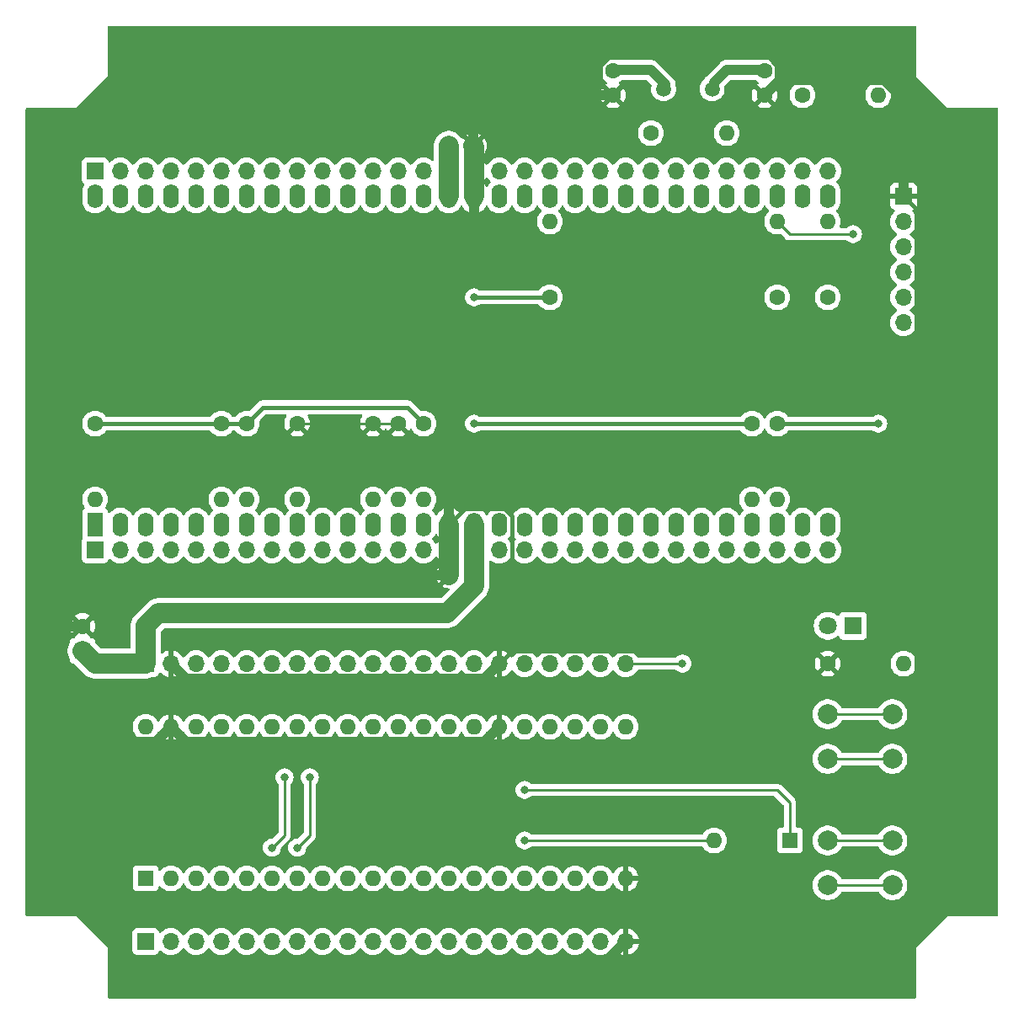
<source format=gbr>
%TF.GenerationSoftware,KiCad,Pcbnew,8.0.5*%
%TF.CreationDate,2025-09-05T14:55:06+09:00*%
%TF.ProjectId,TangNanoDCJ11MEM,54616e67-4e61-46e6-9f44-434a31314d45,rev?*%
%TF.SameCoordinates,Original*%
%TF.FileFunction,Copper,L1,Top*%
%TF.FilePolarity,Positive*%
%FSLAX46Y46*%
G04 Gerber Fmt 4.6, Leading zero omitted, Abs format (unit mm)*
G04 Created by KiCad (PCBNEW 8.0.5) date 2025-09-05 14:55:06*
%MOMM*%
%LPD*%
G01*
G04 APERTURE LIST*
%TA.AperFunction,ComponentPad*%
%ADD10R,1.600000X1.600000*%
%TD*%
%TA.AperFunction,ComponentPad*%
%ADD11O,1.600000X1.600000*%
%TD*%
%TA.AperFunction,ComponentPad*%
%ADD12C,1.600000*%
%TD*%
%TA.AperFunction,ComponentPad*%
%ADD13C,2.000000*%
%TD*%
%TA.AperFunction,ComponentPad*%
%ADD14R,1.700000X1.700000*%
%TD*%
%TA.AperFunction,ComponentPad*%
%ADD15O,1.700000X1.700000*%
%TD*%
%TA.AperFunction,ComponentPad*%
%ADD16C,1.500000*%
%TD*%
%TA.AperFunction,ComponentPad*%
%ADD17R,1.800000X1.800000*%
%TD*%
%TA.AperFunction,ComponentPad*%
%ADD18C,1.800000*%
%TD*%
%TA.AperFunction,ComponentPad*%
%ADD19R,1.600000X2.400000*%
%TD*%
%TA.AperFunction,ComponentPad*%
%ADD20O,1.600000X2.400000*%
%TD*%
%TA.AperFunction,ViaPad*%
%ADD21C,0.800000*%
%TD*%
%TA.AperFunction,Conductor*%
%ADD22C,1.000000*%
%TD*%
%TA.AperFunction,Conductor*%
%ADD23C,0.400000*%
%TD*%
%TA.AperFunction,Conductor*%
%ADD24C,0.250000*%
%TD*%
%TA.AperFunction,Conductor*%
%ADD25C,2.000000*%
%TD*%
G04 APERTURE END LIST*
D10*
%TO.P,D1,1,K*%
%TO.N,HALT*%
X77470000Y-82550000D03*
D11*
%TO.P,D1,2,A*%
%TO.N,HALT_DBG*%
X69850000Y-82550000D03*
%TD*%
D12*
%TO.P,R4,1*%
%TO.N,VCC*%
X20320000Y-40640000D03*
D11*
%TO.P,R4,2*%
%TO.N,PWRF_n*%
X20320000Y-48260000D03*
%TD*%
D13*
%TO.P,SW1,1,1*%
%TO.N,VCC*%
X81280000Y-69850000D03*
X87780000Y-69850000D03*
%TO.P,SW1,2,2*%
%TO.N,INIT_SW*%
X81280000Y-74350000D03*
X87780000Y-74350000D03*
%TD*%
D12*
%TO.P,R9,1*%
%TO.N,VCC*%
X40640000Y-40640000D03*
D11*
%TO.P,R9,2*%
%TO.N,PARITY_n*%
X40640000Y-48260000D03*
%TD*%
D12*
%TO.P,R5,1*%
%TO.N,VCC*%
X22860000Y-40640000D03*
D11*
%TO.P,R5,2*%
%TO.N,FPE_n*%
X22860000Y-48260000D03*
%TD*%
D14*
%TO.P,J4,1,Pin_1*%
%TO.N,TEST1_n*%
X7620000Y-53340000D03*
D15*
%TO.P,J4,2,Pin_2*%
%TO.N,AIO0*%
X10160000Y-53340000D03*
%TO.P,J4,3,Pin_3*%
%TO.N,AIO1*%
X12700000Y-53340000D03*
%TO.P,J4,4,Pin_4*%
%TO.N,AIO2*%
X15240000Y-53340000D03*
%TO.P,J4,5,Pin_5*%
%TO.N,AIO3*%
X17780000Y-53340000D03*
%TO.P,J4,6,Pin_6*%
%TO.N,PWRF_n*%
X20320000Y-53340000D03*
%TO.P,J4,7,Pin_7*%
%TO.N,FPE_n*%
X22860000Y-53340000D03*
%TO.P,J4,8,Pin_8*%
%TO.N,EVENT_n*%
X25400000Y-53340000D03*
%TO.P,J4,9,Pin_9*%
%TO.N,HALT*%
X27940000Y-53340000D03*
%TO.P,J4,10,Pin_10*%
%TO.N,IRQ0*%
X30480000Y-53340000D03*
%TO.P,J4,11,Pin_11*%
%TO.N,IRQ1*%
X33020000Y-53340000D03*
%TO.P,J4,12,Pin_12*%
%TO.N,IRQ2*%
X35560000Y-53340000D03*
%TO.P,J4,13,Pin_13*%
%TO.N,IRQ3*%
X38100000Y-53340000D03*
%TO.P,J4,14,Pin_14*%
%TO.N,PARITY_n*%
X40640000Y-53340000D03*
%TO.P,J4,15,Pin_15*%
%TO.N,GND*%
X43180000Y-53340000D03*
%TO.P,J4,16,Pin_16*%
%TO.N,VCC*%
X45720000Y-53340000D03*
%TO.P,J4,17,Pin_17*%
%TO.N,BS0*%
X48260000Y-53340000D03*
%TO.P,J4,18,Pin_18*%
%TO.N,BS1*%
X50800000Y-53340000D03*
%TO.P,J4,19,Pin_19*%
%TO.N,MAP_n*%
X53340000Y-53340000D03*
%TO.P,J4,20,Pin_20*%
%TO.N,ABORT_n*%
X55880000Y-53340000D03*
%TO.P,J4,21,Pin_21*%
%TO.N,DAL21*%
X58420000Y-53340000D03*
%TO.P,J4,22,Pin_22*%
%TO.N,DAL20*%
X60960000Y-53340000D03*
%TO.P,J4,23,Pin_23*%
%TO.N,DAL19*%
X63500000Y-53340000D03*
%TO.P,J4,24,Pin_24*%
%TO.N,DAL18*%
X66040000Y-53340000D03*
%TO.P,J4,25,Pin_25*%
%TO.N,DAL17*%
X68580000Y-53340000D03*
%TO.P,J4,26,Pin_26*%
%TO.N,DAL16*%
X71120000Y-53340000D03*
%TO.P,J4,27,Pin_27*%
%TO.N,DMR_n*%
X73660000Y-53340000D03*
%TO.P,J4,28,Pin_28*%
%TO.N,MISS_n*%
X76200000Y-53340000D03*
%TO.P,J4,29,Pin_29*%
%TO.N,PRDC_n*%
X78740000Y-53340000D03*
%TO.P,J4,30,Pin_30*%
%TO.N,unconnected-(J4-Pin_30-Pad30)*%
X81280000Y-53340000D03*
%TD*%
D12*
%TO.P,R11,1*%
%TO.N,VCC*%
X76200000Y-40640000D03*
D11*
%TO.P,R11,2*%
%TO.N,MISS_n*%
X76200000Y-48260000D03*
%TD*%
D12*
%TO.P,R15,1*%
%TO.N,GND*%
X81280000Y-64770000D03*
D11*
%TO.P,R15,2*%
%TO.N,Net-(LED1-K)*%
X88900000Y-64770000D03*
%TD*%
D12*
%TO.P,R2,1*%
%TO.N,CLK2*%
X78740000Y-7620000D03*
D11*
%TO.P,R2,2*%
%TO.N,CLK2_D*%
X86360000Y-7620000D03*
%TD*%
D12*
%TO.P,R12,1*%
%TO.N,VCC*%
X53340000Y-27940000D03*
D11*
%TO.P,R12,2*%
%TO.N,DV*%
X53340000Y-20320000D03*
%TD*%
D14*
%TO.P,J6,1,Pin_1*%
%TO.N,GND*%
X88900000Y-17780000D03*
D15*
%TO.P,J6,2,Pin_2*%
%TO.N,unconnected-(J6-Pin_2-Pad2)*%
X88900000Y-20320000D03*
%TO.P,J6,3,Pin_3*%
%TO.N,unconnected-(J6-Pin_3-Pad3)*%
X88900000Y-22860000D03*
%TO.P,J6,4,Pin_4*%
%TO.N,unconnected-(J6-Pin_4-Pad4)*%
X88900000Y-25400000D03*
%TO.P,J6,5,Pin_5*%
%TO.N,GPIO_TX*%
X88900000Y-27940000D03*
%TO.P,J6,6,Pin_6*%
%TO.N,unconnected-(J6-Pin_6-Pad6)*%
X88900000Y-30480000D03*
%TD*%
D14*
%TO.P,J3,1,Pin_1*%
%TO.N,VCC*%
X12700000Y-64770000D03*
D15*
%TO.P,J3,2,Pin_2*%
%TO.N,GND*%
X15240000Y-64770000D03*
%TO.P,J3,3,Pin_3*%
%TO.N,DAL11*%
X17780000Y-64770000D03*
%TO.P,J3,4,Pin_4*%
%TO.N,DAL12*%
X20320000Y-64770000D03*
%TO.P,J3,5,Pin_5*%
%TO.N,DAL13*%
X22860000Y-64770000D03*
%TO.P,J3,6,Pin_6*%
%TO.N,DAL14*%
X25400000Y-64770000D03*
%TO.P,J3,7,Pin_7*%
%TO.N,DAL15*%
X27940000Y-64770000D03*
%TO.P,J3,8,Pin_8*%
%TO.N,DAL1*%
X30480000Y-64770000D03*
%TO.P,J3,9,Pin_9*%
%TO.N,DAL2*%
X33020000Y-64770000D03*
%TO.P,J3,10,Pin_10*%
%TO.N,DAL3*%
X35560000Y-64770000D03*
%TO.P,J3,11,Pin_11*%
%TO.N,DAL4*%
X38100000Y-64770000D03*
%TO.P,J3,12,Pin_12*%
%TO.N,DAL5*%
X40640000Y-64770000D03*
%TO.P,J3,13,Pin_13*%
%TO.N,BUFCTL_n*%
X43180000Y-64770000D03*
%TO.P,J3,14,Pin_14*%
%TO.N,LED_RGB*%
X45720000Y-64770000D03*
%TO.P,J3,15,Pin_15*%
%TO.N,GND*%
X48260000Y-64770000D03*
%TO.P,J3,16,Pin_16*%
%TO.N,3V3b*%
X50800000Y-64770000D03*
%TO.P,J3,17,Pin_17*%
%TO.N,ALE_n*%
X53340000Y-64770000D03*
%TO.P,J3,18,Pin_18*%
%TO.N,SCTL_n*%
X55880000Y-64770000D03*
%TO.P,J3,19,Pin_19*%
%TO.N,CLK2_D*%
X58420000Y-64770000D03*
%TO.P,J3,20,Pin_20*%
%TO.N,GPIO_TX*%
X60960000Y-64770000D03*
%TD*%
D12*
%TO.P,R7,1*%
%TO.N,GND*%
X35560000Y-40640000D03*
D11*
%TO.P,R7,2*%
%TO.N,IRQ2*%
X35560000Y-48260000D03*
%TD*%
D16*
%TO.P,Y1,1,1*%
%TO.N,XTALI*%
X69650000Y-6985000D03*
%TO.P,Y1,2,2*%
%TO.N,XTALO*%
X64770000Y-6985000D03*
%TD*%
D17*
%TO.P,LED1,1,K*%
%TO.N,Net-(LED1-K)*%
X83820000Y-60960000D03*
D18*
%TO.P,LED1,2,A*%
%TO.N,VCC*%
X81280000Y-60960000D03*
%TD*%
D12*
%TO.P,C1,1*%
%TO.N,GND*%
X59690000Y-7620000D03*
%TO.P,C1,2*%
%TO.N,XTALO*%
X59690000Y-5120000D03*
%TD*%
%TO.P,C2,1*%
%TO.N,GND*%
X74930000Y-7620000D03*
%TO.P,C2,2*%
%TO.N,XTALI*%
X74930000Y-5120000D03*
%TD*%
%TO.P,C4,1*%
%TO.N,VCC*%
X45720000Y-55880000D03*
%TO.P,C4,2*%
%TO.N,GND*%
X43220000Y-55880000D03*
%TD*%
%TO.P,R3,1*%
%TO.N,VCC*%
X7620000Y-40640000D03*
D11*
%TO.P,R3,2*%
%TO.N,TEST1_n*%
X7620000Y-48260000D03*
%TD*%
D13*
%TO.P,SW2,1,1*%
%TO.N,VCC*%
X81280000Y-82550000D03*
X87780000Y-82550000D03*
%TO.P,SW2,2,2*%
%TO.N,HALT*%
X81280000Y-87050000D03*
X87780000Y-87050000D03*
%TD*%
D12*
%TO.P,R10,1*%
%TO.N,VCC*%
X73660000Y-40640000D03*
D11*
%TO.P,R10,2*%
%TO.N,DMR_n*%
X73660000Y-48260000D03*
%TD*%
D12*
%TO.P,R1,1*%
%TO.N,XTALO*%
X63500000Y-11430000D03*
D11*
%TO.P,R1,2*%
%TO.N,XTALI*%
X71120000Y-11430000D03*
%TD*%
D19*
%TO.P,U1,1,~{TEST1}*%
%TO.N,TEST1_n*%
X7620000Y-50800000D03*
D20*
%TO.P,U1,2,AIO0*%
%TO.N,AIO0*%
X10160000Y-50800000D03*
%TO.P,U1,3,AIO1*%
%TO.N,AIO1*%
X12700000Y-50800000D03*
%TO.P,U1,4,AIO2*%
%TO.N,AIO2*%
X15240000Y-50800000D03*
%TO.P,U1,5,AIO3*%
%TO.N,AIO3*%
X17780000Y-50800000D03*
%TO.P,U1,6,~{PWRF}*%
%TO.N,PWRF_n*%
X20320000Y-50800000D03*
%TO.P,U1,7,~{FPE}*%
%TO.N,FPE_n*%
X22860000Y-50800000D03*
%TO.P,U1,8,~{EVENT}*%
%TO.N,EVENT_n*%
X25400000Y-50800000D03*
%TO.P,U1,9,HALT*%
%TO.N,HALT*%
X27940000Y-50800000D03*
%TO.P,U1,10,IRQ0*%
%TO.N,IRQ0*%
X30480000Y-50800000D03*
%TO.P,U1,11,IRQ1*%
%TO.N,IRQ1*%
X33020000Y-50800000D03*
%TO.P,U1,12,IRQ2*%
%TO.N,IRQ2*%
X35560000Y-50800000D03*
%TO.P,U1,13,IRQ3*%
%TO.N,IRQ3*%
X38100000Y-50800000D03*
%TO.P,U1,14,~{PARITY}*%
%TO.N,PARITY_n*%
X40640000Y-50800000D03*
%TO.P,U1,15,GND*%
%TO.N,GND*%
X43180000Y-50800000D03*
%TO.P,U1,16,VCC*%
%TO.N,VCC*%
X45720000Y-50800000D03*
%TO.P,U1,17,BS0*%
%TO.N,BS0*%
X48260000Y-50800000D03*
%TO.P,U1,18,BS1*%
%TO.N,BS1*%
X50800000Y-50800000D03*
%TO.P,U1,19,~{MAP}*%
%TO.N,MAP_n*%
X53340000Y-50800000D03*
%TO.P,U1,20,~{ABORT}*%
%TO.N,ABORT_n*%
X55880000Y-50800000D03*
%TO.P,U1,21,DAL21*%
%TO.N,DAL21*%
X58420000Y-50800000D03*
%TO.P,U1,22,DAL20*%
%TO.N,DAL20*%
X60960000Y-50800000D03*
%TO.P,U1,23,DAL19*%
%TO.N,DAL19*%
X63500000Y-50800000D03*
%TO.P,U1,24,DAL18*%
%TO.N,DAL18*%
X66040000Y-50800000D03*
%TO.P,U1,25,DAL17*%
%TO.N,DAL17*%
X68580000Y-50800000D03*
%TO.P,U1,26,DAL16*%
%TO.N,DAL16*%
X71120000Y-50800000D03*
%TO.P,U1,27,~{DMR}*%
%TO.N,DMR_n*%
X73660000Y-50800000D03*
%TO.P,U1,28,~{MISS}*%
%TO.N,MISS_n*%
X76200000Y-50800000D03*
%TO.P,U1,29,~{PRDC}*%
%TO.N,PRDC_n*%
X78740000Y-50800000D03*
%TO.P,U1,30,NC*%
%TO.N,unconnected-(U1-NC-Pad30)*%
X81280000Y-50800000D03*
%TO.P,U1,31,~{TEST2}*%
%TO.N,TEST2_n*%
X81280000Y-17780000D03*
%TO.P,U1,32,CONT*%
%TO.N,CONT_n*%
X78740000Y-17780000D03*
%TO.P,U1,33,~{INIT}*%
%TO.N,INIT_n*%
X76200000Y-17780000D03*
%TO.P,U1,34,CLK2*%
%TO.N,CLK2*%
X73660000Y-17780000D03*
%TO.P,U1,35,CLK*%
%TO.N,CLK*%
X71120000Y-17780000D03*
%TO.P,U1,36,XTALI*%
%TO.N,XTALI*%
X68580000Y-17780000D03*
%TO.P,U1,37,XTALO*%
%TO.N,XTALO*%
X66040000Y-17780000D03*
%TO.P,U1,38,~{SCTL}*%
%TO.N,SCTL_n*%
X63500000Y-17780000D03*
%TO.P,U1,39,~{STRB}*%
%TO.N,STRB_n*%
X60960000Y-17780000D03*
%TO.P,U1,40,~{ALE}*%
%TO.N,ALE_n*%
X58420000Y-17780000D03*
%TO.P,U1,41,~{BUFCTL}*%
%TO.N,BUFCTL_n*%
X55880000Y-17780000D03*
%TO.P,U1,42,DV*%
%TO.N,DV*%
X53340000Y-17780000D03*
%TO.P,U1,43,DAL5*%
%TO.N,DAL5*%
X50800000Y-17780000D03*
%TO.P,U1,44,DAL4*%
%TO.N,DAL4*%
X48260000Y-17780000D03*
%TO.P,U1,45,GND*%
%TO.N,GND*%
X45720000Y-17780000D03*
%TO.P,U1,46,VCC*%
%TO.N,VCC*%
X43180000Y-17780000D03*
%TO.P,U1,47,DAL3*%
%TO.N,DAL3*%
X40640000Y-17780000D03*
%TO.P,U1,48,DAL2*%
%TO.N,DAL2*%
X38100000Y-17780000D03*
%TO.P,U1,49,DAL1*%
%TO.N,DAL1*%
X35560000Y-17780000D03*
%TO.P,U1,50,DAL15*%
%TO.N,DAL15*%
X33020000Y-17780000D03*
%TO.P,U1,51,DAL14*%
%TO.N,DAL14*%
X30480000Y-17780000D03*
%TO.P,U1,52,DAL13*%
%TO.N,DAL13*%
X27940000Y-17780000D03*
%TO.P,U1,53,DAL12*%
%TO.N,DAL12*%
X25400000Y-17780000D03*
%TO.P,U1,54,DAL11*%
%TO.N,DAL11*%
X22860000Y-17780000D03*
%TO.P,U1,55,DAL10*%
%TO.N,DAL10*%
X20320000Y-17780000D03*
%TO.P,U1,56,DAL9*%
%TO.N,DAL9*%
X17780000Y-17780000D03*
%TO.P,U1,57,DAL0*%
%TO.N,DAL0*%
X15240000Y-17780000D03*
%TO.P,U1,58,DAL8*%
%TO.N,DAL8*%
X12700000Y-17780000D03*
%TO.P,U1,59,DAL7*%
%TO.N,DAL7*%
X10160000Y-17780000D03*
%TO.P,U1,60,DAL6*%
%TO.N,DAL6*%
X7620000Y-17780000D03*
%TD*%
D12*
%TO.P,C3,1*%
%TO.N,VCC*%
X43180000Y-12700000D03*
%TO.P,C3,2*%
%TO.N,GND*%
X45680000Y-12700000D03*
%TD*%
%TO.P,R8,1*%
%TO.N,GND*%
X38100000Y-40640000D03*
D11*
%TO.P,R8,2*%
%TO.N,IRQ3*%
X38100000Y-48260000D03*
%TD*%
D12*
%TO.P,R6,1*%
%TO.N,GND*%
X27940000Y-40640000D03*
D11*
%TO.P,R6,2*%
%TO.N,HALT*%
X27940000Y-48260000D03*
%TD*%
D10*
%TO.P,J1,1,Pin_1*%
%TO.N,DAL6*%
X12700000Y-86360000D03*
D11*
%TO.P,J1,2,Pin_2*%
%TO.N,DAL7*%
X15240000Y-86360000D03*
%TO.P,J1,3,Pin_3*%
%TO.N,INIT_SW*%
X17780000Y-86360000D03*
%TO.P,J1,4,Pin_4*%
%TO.N,DAL8*%
X20320000Y-86360000D03*
%TO.P,J1,5,Pin_5*%
%TO.N,DAL0*%
X22860000Y-86360000D03*
%TO.P,J1,6,Pin_6*%
%TO.N,IRQ0*%
X25400000Y-86360000D03*
%TO.P,J1,7,Pin_7*%
%TO.N,IRQ1*%
X27940000Y-86360000D03*
%TO.P,J1,8,Pin_8*%
%TO.N,DAL9*%
X30480000Y-86360000D03*
%TO.P,J1,9,Pin_9*%
%TO.N,DAL10*%
X33020000Y-86360000D03*
%TO.P,J1,10,Pin_10*%
%TO.N,AIO0*%
X35560000Y-86360000D03*
%TO.P,J1,11,Pin_11*%
%TO.N,INIT_n*%
X38100000Y-86360000D03*
%TO.P,J1,12,Pin_12*%
%TO.N,AIO1*%
X40640000Y-86360000D03*
%TO.P,J1,13,Pin_13*%
%TO.N,AIO2*%
X43180000Y-86360000D03*
%TO.P,J1,14,Pin_14*%
%TO.N,AIO3*%
X45720000Y-86360000D03*
%TO.P,J1,15,Pin_15*%
%TO.N,ABORT_n*%
X48260000Y-86360000D03*
%TO.P,J1,16,Pin_16*%
%TO.N,HALT_DBG*%
X50800000Y-86360000D03*
%TO.P,J1,17,Pin_17*%
%TO.N,EVENT_n*%
X53340000Y-86360000D03*
%TO.P,J1,18,Pin_18*%
%TO.N,CONT_n*%
X55880000Y-86360000D03*
%TO.P,J1,19,Pin_19*%
%TO.N,3V3a*%
X58420000Y-86360000D03*
%TO.P,J1,20,Pin_20*%
%TO.N,GND*%
X60960000Y-86360000D03*
%TO.P,J1,21,Pin_21*%
%TO.N,GPIO_TX*%
X60960000Y-71120000D03*
%TO.P,J1,22,Pin_22*%
%TO.N,CLK2_D*%
X58420000Y-71120000D03*
%TO.P,J1,23,Pin_23*%
%TO.N,SCTL_n*%
X55880000Y-71120000D03*
%TO.P,J1,24,Pin_24*%
%TO.N,ALE_n*%
X53340000Y-71120000D03*
%TO.P,J1,25,Pin_25*%
%TO.N,3V3b*%
X50800000Y-71120000D03*
%TO.P,J1,26,Pin_26*%
%TO.N,GND*%
X48260000Y-71120000D03*
%TO.P,J1,27,Pin_27*%
%TO.N,LED_RGB*%
X45720000Y-71120000D03*
%TO.P,J1,28,Pin_28*%
%TO.N,BUFCTL_n*%
X43180000Y-71120000D03*
%TO.P,J1,29,Pin_29*%
%TO.N,DAL5*%
X40640000Y-71120000D03*
%TO.P,J1,30,Pin_30*%
%TO.N,DAL4*%
X38100000Y-71120000D03*
%TO.P,J1,31,Pin_31*%
%TO.N,DAL3*%
X35560000Y-71120000D03*
%TO.P,J1,32,Pin_32*%
%TO.N,DAL2*%
X33020000Y-71120000D03*
%TO.P,J1,33,Pin_33*%
%TO.N,DAL1*%
X30480000Y-71120000D03*
%TO.P,J1,34,Pin_34*%
%TO.N,DAL15*%
X27940000Y-71120000D03*
%TO.P,J1,35,Pin_35*%
%TO.N,DAL14*%
X25400000Y-71120000D03*
%TO.P,J1,36,Pin_36*%
%TO.N,DAL13*%
X22860000Y-71120000D03*
%TO.P,J1,37,Pin_37*%
%TO.N,DAL12*%
X20320000Y-71120000D03*
%TO.P,J1,38,Pin_38*%
%TO.N,DAL11*%
X17780000Y-71120000D03*
%TO.P,J1,39,Pin_39*%
%TO.N,GND*%
X15240000Y-71120000D03*
%TO.P,J1,40,Pin_40*%
%TO.N,VCC*%
X12700000Y-71120000D03*
%TD*%
D12*
%TO.P,R14,1*%
%TO.N,VCC*%
X81280000Y-27940000D03*
D11*
%TO.P,R14,2*%
%TO.N,TEST2_n*%
X81280000Y-20320000D03*
%TD*%
D14*
%TO.P,J2,1,Pin_1*%
%TO.N,DAL6*%
X12700000Y-92710000D03*
D15*
%TO.P,J2,2,Pin_2*%
%TO.N,DAL7*%
X15240000Y-92710000D03*
%TO.P,J2,3,Pin_3*%
%TO.N,INIT_SW*%
X17780000Y-92710000D03*
%TO.P,J2,4,Pin_4*%
%TO.N,DAL8*%
X20320000Y-92710000D03*
%TO.P,J2,5,Pin_5*%
%TO.N,DAL0*%
X22860000Y-92710000D03*
%TO.P,J2,6,Pin_6*%
%TO.N,IRQ0*%
X25400000Y-92710000D03*
%TO.P,J2,7,Pin_7*%
%TO.N,IRQ1*%
X27940000Y-92710000D03*
%TO.P,J2,8,Pin_8*%
%TO.N,DAL9*%
X30480000Y-92710000D03*
%TO.P,J2,9,Pin_9*%
%TO.N,DAL10*%
X33020000Y-92710000D03*
%TO.P,J2,10,Pin_10*%
%TO.N,AIO0*%
X35560000Y-92710000D03*
%TO.P,J2,11,Pin_11*%
%TO.N,INIT_n*%
X38100000Y-92710000D03*
%TO.P,J2,12,Pin_12*%
%TO.N,AIO1*%
X40640000Y-92710000D03*
%TO.P,J2,13,Pin_13*%
%TO.N,AIO2*%
X43180000Y-92710000D03*
%TO.P,J2,14,Pin_14*%
%TO.N,AIO3*%
X45720000Y-92710000D03*
%TO.P,J2,15,Pin_15*%
%TO.N,ABORT_n*%
X48260000Y-92710000D03*
%TO.P,J2,16,Pin_16*%
%TO.N,HALT_DBG*%
X50800000Y-92710000D03*
%TO.P,J2,17,Pin_17*%
%TO.N,EVENT_n*%
X53340000Y-92710000D03*
%TO.P,J2,18,Pin_18*%
%TO.N,CONT_n*%
X55880000Y-92710000D03*
%TO.P,J2,19,Pin_19*%
%TO.N,3V3a*%
X58420000Y-92710000D03*
%TO.P,J2,20,Pin_20*%
%TO.N,GND*%
X60960000Y-92710000D03*
%TD*%
D10*
%TO.P,C5,1*%
%TO.N,VCC*%
X6350000Y-63500000D03*
D12*
%TO.P,C5,2*%
%TO.N,GND*%
X6350000Y-61000000D03*
%TD*%
%TO.P,R13,1*%
%TO.N,VCC*%
X76200000Y-27940000D03*
D11*
%TO.P,R13,2*%
%TO.N,INIT_n*%
X76200000Y-20320000D03*
%TD*%
D14*
%TO.P,J5,1,Pin_1*%
%TO.N,DAL6*%
X7620000Y-15240000D03*
D15*
%TO.P,J5,2,Pin_2*%
%TO.N,DAL7*%
X10160000Y-15240000D03*
%TO.P,J5,3,Pin_3*%
%TO.N,DAL8*%
X12700000Y-15240000D03*
%TO.P,J5,4,Pin_4*%
%TO.N,DAL0*%
X15240000Y-15240000D03*
%TO.P,J5,5,Pin_5*%
%TO.N,DAL9*%
X17780000Y-15240000D03*
%TO.P,J5,6,Pin_6*%
%TO.N,DAL10*%
X20320000Y-15240000D03*
%TO.P,J5,7,Pin_7*%
%TO.N,DAL11*%
X22860000Y-15240000D03*
%TO.P,J5,8,Pin_8*%
%TO.N,DAL12*%
X25400000Y-15240000D03*
%TO.P,J5,9,Pin_9*%
%TO.N,DAL13*%
X27940000Y-15240000D03*
%TO.P,J5,10,Pin_10*%
%TO.N,DAL14*%
X30480000Y-15240000D03*
%TO.P,J5,11,Pin_11*%
%TO.N,DAL15*%
X33020000Y-15240000D03*
%TO.P,J5,12,Pin_12*%
%TO.N,DAL1*%
X35560000Y-15240000D03*
%TO.P,J5,13,Pin_13*%
%TO.N,DAL2*%
X38100000Y-15240000D03*
%TO.P,J5,14,Pin_14*%
%TO.N,DAL3*%
X40640000Y-15240000D03*
%TO.P,J5,15,Pin_15*%
%TO.N,VCC*%
X43180000Y-15240000D03*
%TO.P,J5,16,Pin_16*%
%TO.N,GND*%
X45720000Y-15240000D03*
%TO.P,J5,17,Pin_17*%
%TO.N,DAL4*%
X48260000Y-15240000D03*
%TO.P,J5,18,Pin_18*%
%TO.N,DAL5*%
X50800000Y-15240000D03*
%TO.P,J5,19,Pin_19*%
%TO.N,DV*%
X53340000Y-15240000D03*
%TO.P,J5,20,Pin_20*%
%TO.N,BUFCTL_n*%
X55880000Y-15240000D03*
%TO.P,J5,21,Pin_21*%
%TO.N,ALE_n*%
X58420000Y-15240000D03*
%TO.P,J5,22,Pin_22*%
%TO.N,STRB_n*%
X60960000Y-15240000D03*
%TO.P,J5,23,Pin_23*%
%TO.N,SCTL_n*%
X63500000Y-15240000D03*
%TO.P,J5,24,Pin_24*%
%TO.N,XTALO*%
X66040000Y-15240000D03*
%TO.P,J5,25,Pin_25*%
%TO.N,XTALI*%
X68580000Y-15240000D03*
%TO.P,J5,26,Pin_26*%
%TO.N,CLK*%
X71120000Y-15240000D03*
%TO.P,J5,27,Pin_27*%
%TO.N,CLK2*%
X73660000Y-15240000D03*
%TO.P,J5,28,Pin_28*%
%TO.N,INIT_n*%
X76200000Y-15240000D03*
%TO.P,J5,29,Pin_29*%
%TO.N,CONT_n*%
X78740000Y-15240000D03*
%TO.P,J5,30,Pin_30*%
%TO.N,TEST2_n*%
X81280000Y-15240000D03*
%TD*%
D21*
%TO.N,VCC*%
X45720000Y-40640000D03*
X86360000Y-40640000D03*
X45720000Y-27940000D03*
%TO.N,IRQ1*%
X29210000Y-76200000D03*
X27940000Y-83275000D03*
%TO.N,HALT*%
X50800000Y-77470000D03*
%TO.N,IRQ0*%
X25400000Y-83275000D03*
X26670000Y-76200000D03*
%TO.N,INIT_n*%
X83820000Y-21590000D03*
%TO.N,HALT_DBG*%
X50800000Y-82550000D03*
%TO.N,GPIO_TX*%
X66675000Y-64770000D03*
%TD*%
D22*
%TO.N,GND*%
X45680000Y-5218630D02*
X44906370Y-4445000D01*
X44906370Y-4445000D02*
X12827000Y-4445000D01*
X2032000Y-60960000D02*
X2032000Y-55372000D01*
X43180000Y-43180000D02*
X43180000Y-23368000D01*
D23*
X76130000Y-6420000D02*
X76130000Y-4622943D01*
D22*
X48260000Y-71120000D02*
X46760000Y-72620000D01*
X45680000Y-12700000D02*
X45680000Y-6350000D01*
D23*
X49510000Y-49952944D02*
X48757056Y-49200000D01*
D24*
X38100000Y-40640000D02*
X35560000Y-40640000D01*
D23*
X60960000Y-92710000D02*
X86639899Y-92710000D01*
D22*
X43180000Y-23368000D02*
X45720000Y-20828000D01*
X46710000Y-66320000D02*
X16790000Y-66320000D01*
X5178630Y-60960000D02*
X2032000Y-60960000D01*
X88900000Y-8038679D02*
X88900000Y-17780000D01*
D23*
X90170000Y-89179899D02*
X90170000Y-19050000D01*
D25*
X43180000Y-55840000D02*
X43220000Y-55880000D01*
D23*
X74930000Y-7620000D02*
X76130000Y-6420000D01*
X44780000Y-49200000D02*
X43180000Y-50800000D01*
D22*
X57658000Y-96012000D02*
X60960000Y-92710000D01*
X12827000Y-4445000D02*
X2032000Y-15240000D01*
X2032000Y-55372000D02*
X2032000Y-43180000D01*
D24*
X40640000Y-43180000D02*
X43180000Y-43180000D01*
D23*
X76130000Y-4622943D02*
X75317057Y-3810000D01*
D24*
X38100000Y-40640000D02*
X40640000Y-43180000D01*
D22*
X48260000Y-64770000D02*
X46710000Y-66320000D01*
D23*
X90170000Y-19050000D02*
X88900000Y-17780000D01*
X58420000Y-4692943D02*
X58420000Y-6350000D01*
D22*
X2032000Y-43180000D02*
X2032000Y-15240000D01*
D23*
X81280000Y-64770000D02*
X80030000Y-63520000D01*
D22*
X46950000Y-7620000D02*
X59690000Y-7620000D01*
X10160000Y-96012000D02*
X57658000Y-96012000D01*
X16790000Y-66320000D02*
X15240000Y-64770000D01*
X10160000Y-88900000D02*
X10160000Y-96012000D01*
X4548000Y-72620000D02*
X2032000Y-70104000D01*
X13740000Y-72620000D02*
X4548000Y-72620000D01*
D25*
X45720000Y-17780000D02*
X45720000Y-12740000D01*
D23*
X80030000Y-63520000D02*
X49510000Y-63520000D01*
D24*
X35560000Y-40640000D02*
X27940000Y-40640000D01*
D23*
X49510000Y-63520000D02*
X48260000Y-64770000D01*
D22*
X45720000Y-20828000D02*
X45720000Y-17780000D01*
X46760000Y-72620000D02*
X16740000Y-72620000D01*
X43220000Y-55880000D02*
X2540000Y-55880000D01*
X4548000Y-72620000D02*
X4548000Y-83288000D01*
D24*
X25400000Y-43180000D02*
X2032000Y-43180000D01*
D25*
X43180000Y-50800000D02*
X43180000Y-55840000D01*
D23*
X48757056Y-49200000D02*
X44780000Y-49200000D01*
D22*
X45680000Y-6350000D02*
X46950000Y-7620000D01*
X43180000Y-50800000D02*
X43180000Y-43180000D01*
D23*
X86639899Y-92710000D02*
X90170000Y-89179899D01*
X59302943Y-3810000D02*
X58420000Y-4692943D01*
D22*
X15240000Y-71120000D02*
X13740000Y-72620000D01*
D23*
X58420000Y-6350000D02*
X59690000Y-7620000D01*
D22*
X4548000Y-83288000D02*
X10160000Y-88900000D01*
X86981321Y-6120000D02*
X88900000Y-8038679D01*
X5218630Y-61000000D02*
X5178630Y-60960000D01*
D24*
X27940000Y-40640000D02*
X25400000Y-43180000D01*
D22*
X45680000Y-6350000D02*
X45680000Y-5218630D01*
D25*
X45720000Y-12740000D02*
X45680000Y-12700000D01*
D22*
X74930000Y-7620000D02*
X76430000Y-6120000D01*
X76430000Y-6120000D02*
X86981321Y-6120000D01*
X16740000Y-72620000D02*
X15240000Y-71120000D01*
D23*
X75317057Y-3810000D02*
X59302943Y-3810000D01*
D22*
X6350000Y-61000000D02*
X5218630Y-61000000D01*
D23*
X49510000Y-63520000D02*
X49510000Y-49952944D01*
D22*
X2540000Y-55880000D02*
X2032000Y-55372000D01*
X2032000Y-70104000D02*
X2032000Y-60960000D01*
D25*
%TO.N,VCC*%
X43180000Y-12700000D02*
X43180000Y-17780000D01*
X7620000Y-64770000D02*
X6350000Y-63500000D01*
D23*
X22860000Y-40640000D02*
X20320000Y-40640000D01*
X24500000Y-39000000D02*
X22860000Y-40640000D01*
X40640000Y-40640000D02*
X39000000Y-39000000D01*
D25*
X12700000Y-64770000D02*
X7620000Y-64770000D01*
D23*
X39000000Y-39000000D02*
X24500000Y-39000000D01*
D25*
X12700000Y-60960000D02*
X13970000Y-59690000D01*
X45720000Y-55880000D02*
X45720000Y-50800000D01*
X12700000Y-64770000D02*
X12700000Y-60960000D01*
D23*
X86360000Y-40640000D02*
X76200000Y-40640000D01*
X20320000Y-40640000D02*
X7620000Y-40640000D01*
X53340000Y-27940000D02*
X45720000Y-27940000D01*
D24*
X81280000Y-82550000D02*
X87780000Y-82550000D01*
D25*
X13970000Y-59690000D02*
X43041370Y-59690000D01*
X45720000Y-57011370D02*
X45720000Y-55880000D01*
D24*
X81280000Y-69850000D02*
X87780000Y-69850000D01*
D23*
X73660000Y-40640000D02*
X45720000Y-40640000D01*
D25*
X43041370Y-59690000D02*
X45720000Y-57011370D01*
D22*
%TO.N,XTALO*%
X64970000Y-6550000D02*
X63500000Y-5080000D01*
X63500000Y-5080000D02*
X59730000Y-5080000D01*
%TO.N,XTALI*%
X71120000Y-5080000D02*
X74890000Y-5080000D01*
X69850000Y-6350000D02*
X71120000Y-5080000D01*
D24*
%TO.N,IRQ1*%
X29210000Y-82005000D02*
X27940000Y-83275000D01*
X29210000Y-82005000D02*
X29210000Y-76200000D01*
%TO.N,HALT*%
X76200000Y-77470000D02*
X50800000Y-77470000D01*
X81280000Y-87050000D02*
X87780000Y-87050000D01*
X77470000Y-78740000D02*
X76200000Y-77470000D01*
X77470000Y-82550000D02*
X77470000Y-78740000D01*
%TO.N,IRQ0*%
X26670000Y-82005000D02*
X26670000Y-76200000D01*
X26670000Y-82005000D02*
X25400000Y-83275000D01*
%TO.N,INIT_n*%
X77470000Y-21590000D02*
X76200000Y-20320000D01*
X83820000Y-21590000D02*
X77470000Y-21590000D01*
%TO.N,HALT_DBG*%
X50800000Y-82550000D02*
X69850000Y-82550000D01*
%TO.N,INIT_SW*%
X87780000Y-74350000D02*
X81280000Y-74350000D01*
%TO.N,GPIO_TX*%
X60960000Y-64770000D02*
X66675000Y-64770000D01*
%TD*%
%TA.AperFunction,Conductor*%
%TO.N,GND*%
G36*
X44158349Y-54391488D02*
G01*
X44206162Y-54442435D01*
X44219500Y-54498380D01*
X44219500Y-54754648D01*
X44199815Y-54821687D01*
X44147011Y-54867442D01*
X44077853Y-54877386D01*
X44024377Y-54856223D01*
X43872487Y-54749868D01*
X43872479Y-54749864D01*
X43852698Y-54740640D01*
X43800258Y-54694468D01*
X43781106Y-54627275D01*
X43801322Y-54560393D01*
X43852699Y-54515875D01*
X43857580Y-54513598D01*
X43857585Y-54513596D01*
X44024376Y-54396806D01*
X44090582Y-54374478D01*
X44158349Y-54391488D01*
G37*
%TD.AperFunction*%
%TA.AperFunction,Conductor*%
G36*
X43430000Y-52906988D02*
G01*
X43372993Y-52874075D01*
X43245826Y-52840000D01*
X43114174Y-52840000D01*
X42987007Y-52874075D01*
X42930000Y-52906988D01*
X42930000Y-51115686D01*
X42934394Y-51120080D01*
X43025606Y-51172741D01*
X43127339Y-51200000D01*
X43232661Y-51200000D01*
X43334394Y-51172741D01*
X43425606Y-51120080D01*
X43430000Y-51115686D01*
X43430000Y-52906988D01*
G37*
%TD.AperFunction*%
%TA.AperFunction,Conductor*%
G36*
X41981725Y-51743316D02*
G01*
X42020765Y-51788370D01*
X42068140Y-51881349D01*
X42188417Y-52046894D01*
X42188417Y-52046895D01*
X42288486Y-52146964D01*
X42321971Y-52208287D01*
X42316987Y-52277979D01*
X42288486Y-52322326D01*
X42141891Y-52468920D01*
X42141890Y-52468922D01*
X42011880Y-52654595D01*
X41957303Y-52698219D01*
X41887804Y-52705412D01*
X41825450Y-52673890D01*
X41808730Y-52654594D01*
X41678496Y-52468600D01*
X41619955Y-52410059D01*
X41532219Y-52322323D01*
X41498736Y-52261002D01*
X41503720Y-52191311D01*
X41532217Y-52146967D01*
X41631966Y-52047219D01*
X41632202Y-52046895D01*
X41752284Y-51881614D01*
X41752285Y-51881613D01*
X41752287Y-51881610D01*
X41799795Y-51788369D01*
X41847770Y-51737574D01*
X41915591Y-51720779D01*
X41981725Y-51743316D01*
G37*
%TD.AperFunction*%
%TA.AperFunction,Conductor*%
G36*
X49601445Y-51743865D02*
G01*
X49640485Y-51788919D01*
X49687715Y-51881614D01*
X49808028Y-52047213D01*
X49907778Y-52146963D01*
X49941263Y-52208286D01*
X49936279Y-52277978D01*
X49907778Y-52322325D01*
X49761505Y-52468597D01*
X49631575Y-52654158D01*
X49576998Y-52697783D01*
X49507500Y-52704977D01*
X49445145Y-52673454D01*
X49428425Y-52654158D01*
X49298496Y-52468600D01*
X49239955Y-52410059D01*
X49152219Y-52322323D01*
X49118736Y-52261002D01*
X49123720Y-52191311D01*
X49152217Y-52146967D01*
X49251966Y-52047219D01*
X49252202Y-52046895D01*
X49372284Y-51881614D01*
X49372285Y-51881613D01*
X49372287Y-51881610D01*
X49419516Y-51788917D01*
X49467489Y-51738123D01*
X49535310Y-51721328D01*
X49601445Y-51743865D01*
G37*
%TD.AperFunction*%
%TA.AperFunction,Conductor*%
G36*
X45970000Y-17464314D02*
G01*
X45965606Y-17459920D01*
X45874394Y-17407259D01*
X45772661Y-17380000D01*
X45667339Y-17380000D01*
X45565606Y-17407259D01*
X45474394Y-17459920D01*
X45470000Y-17464314D01*
X45470000Y-15673012D01*
X45527007Y-15705925D01*
X45654174Y-15740000D01*
X45785826Y-15740000D01*
X45912993Y-15705925D01*
X45970000Y-15673012D01*
X45970000Y-17464314D01*
G37*
%TD.AperFunction*%
%TA.AperFunction,Conductor*%
G36*
X47074549Y-15906110D02*
G01*
X47091269Y-15925405D01*
X47221505Y-16111401D01*
X47221506Y-16111402D01*
X47367778Y-16257674D01*
X47401263Y-16318997D01*
X47396279Y-16388689D01*
X47367779Y-16433036D01*
X47268027Y-16532788D01*
X47147713Y-16698388D01*
X47100203Y-16791630D01*
X47052228Y-16842426D01*
X46984407Y-16859220D01*
X46918272Y-16836682D01*
X46879234Y-16791628D01*
X46831861Y-16698652D01*
X46711582Y-16533105D01*
X46711582Y-16533104D01*
X46611514Y-16433036D01*
X46578029Y-16371713D01*
X46583013Y-16302021D01*
X46611514Y-16257674D01*
X46758105Y-16111082D01*
X46888119Y-15925405D01*
X46942696Y-15881781D01*
X47012195Y-15874588D01*
X47074549Y-15906110D01*
G37*
%TD.AperFunction*%
%TA.AperFunction,Conductor*%
G36*
X44875624Y-13723776D02*
G01*
X45027518Y-13830134D01*
X45027519Y-13830135D01*
X45047299Y-13839358D01*
X45099740Y-13885529D01*
X45118893Y-13952722D01*
X45098679Y-14019604D01*
X45047313Y-14064118D01*
X45042426Y-14066397D01*
X45042420Y-14066400D01*
X44875623Y-14183193D01*
X44809417Y-14205520D01*
X44741650Y-14188510D01*
X44693837Y-14137562D01*
X44680500Y-14081618D01*
X44680500Y-13825351D01*
X44700185Y-13758312D01*
X44752989Y-13712557D01*
X44822147Y-13702613D01*
X44875624Y-13723776D01*
G37*
%TD.AperFunction*%
%TA.AperFunction,Conductor*%
G36*
X90113039Y-654685D02*
G01*
X90158794Y-707489D01*
X90170000Y-759000D01*
X90170000Y-5715000D01*
X93345000Y-8890000D01*
X98301000Y-8890000D01*
X98368039Y-8909685D01*
X98413794Y-8962489D01*
X98425000Y-9014000D01*
X98425000Y-90046000D01*
X98405315Y-90113039D01*
X98352511Y-90158794D01*
X98301000Y-90170000D01*
X93344999Y-90170000D01*
X90170000Y-93344999D01*
X90170000Y-98301000D01*
X90150315Y-98368039D01*
X90097511Y-98413794D01*
X90046000Y-98425000D01*
X9014000Y-98425000D01*
X8946961Y-98405315D01*
X8901206Y-98352511D01*
X8890000Y-98301000D01*
X8890000Y-93345000D01*
X7357135Y-91812135D01*
X11349500Y-91812135D01*
X11349500Y-93607870D01*
X11349501Y-93607876D01*
X11355908Y-93667483D01*
X11406202Y-93802328D01*
X11406206Y-93802335D01*
X11492452Y-93917544D01*
X11492455Y-93917547D01*
X11607664Y-94003793D01*
X11607671Y-94003797D01*
X11742517Y-94054091D01*
X11742516Y-94054091D01*
X11749444Y-94054835D01*
X11802127Y-94060500D01*
X13597872Y-94060499D01*
X13657483Y-94054091D01*
X13792331Y-94003796D01*
X13907546Y-93917546D01*
X13993796Y-93802331D01*
X14042810Y-93670916D01*
X14084681Y-93614984D01*
X14150145Y-93590566D01*
X14218418Y-93605417D01*
X14246673Y-93626569D01*
X14368599Y-93748495D01*
X14465384Y-93816265D01*
X14562165Y-93884032D01*
X14562167Y-93884033D01*
X14562170Y-93884035D01*
X14776337Y-93983903D01*
X15004592Y-94045063D01*
X15181034Y-94060500D01*
X15239999Y-94065659D01*
X15240000Y-94065659D01*
X15240001Y-94065659D01*
X15298966Y-94060500D01*
X15475408Y-94045063D01*
X15703663Y-93983903D01*
X15917830Y-93884035D01*
X16111401Y-93748495D01*
X16278495Y-93581401D01*
X16408425Y-93395842D01*
X16463002Y-93352217D01*
X16532500Y-93345023D01*
X16594855Y-93376546D01*
X16611575Y-93395842D01*
X16741281Y-93581082D01*
X16741505Y-93581401D01*
X16908599Y-93748495D01*
X17005384Y-93816265D01*
X17102165Y-93884032D01*
X17102167Y-93884033D01*
X17102170Y-93884035D01*
X17316337Y-93983903D01*
X17544592Y-94045063D01*
X17721034Y-94060500D01*
X17779999Y-94065659D01*
X17780000Y-94065659D01*
X17780001Y-94065659D01*
X17838966Y-94060500D01*
X18015408Y-94045063D01*
X18243663Y-93983903D01*
X18457830Y-93884035D01*
X18651401Y-93748495D01*
X18818495Y-93581401D01*
X18948425Y-93395842D01*
X19003002Y-93352217D01*
X19072500Y-93345023D01*
X19134855Y-93376546D01*
X19151575Y-93395842D01*
X19281281Y-93581082D01*
X19281505Y-93581401D01*
X19448599Y-93748495D01*
X19545384Y-93816265D01*
X19642165Y-93884032D01*
X19642167Y-93884033D01*
X19642170Y-93884035D01*
X19856337Y-93983903D01*
X20084592Y-94045063D01*
X20261034Y-94060500D01*
X20319999Y-94065659D01*
X20320000Y-94065659D01*
X20320001Y-94065659D01*
X20378966Y-94060500D01*
X20555408Y-94045063D01*
X20783663Y-93983903D01*
X20997830Y-93884035D01*
X21191401Y-93748495D01*
X21358495Y-93581401D01*
X21488425Y-93395842D01*
X21543002Y-93352217D01*
X21612500Y-93345023D01*
X21674855Y-93376546D01*
X21691575Y-93395842D01*
X21821281Y-93581082D01*
X21821505Y-93581401D01*
X21988599Y-93748495D01*
X22085384Y-93816265D01*
X22182165Y-93884032D01*
X22182167Y-93884033D01*
X22182170Y-93884035D01*
X22396337Y-93983903D01*
X22624592Y-94045063D01*
X22801034Y-94060500D01*
X22859999Y-94065659D01*
X22860000Y-94065659D01*
X22860001Y-94065659D01*
X22918966Y-94060500D01*
X23095408Y-94045063D01*
X23323663Y-93983903D01*
X23537830Y-93884035D01*
X23731401Y-93748495D01*
X23898495Y-93581401D01*
X24028425Y-93395842D01*
X24083002Y-93352217D01*
X24152500Y-93345023D01*
X24214855Y-93376546D01*
X24231575Y-93395842D01*
X24361281Y-93581082D01*
X24361505Y-93581401D01*
X24528599Y-93748495D01*
X24625384Y-93816265D01*
X24722165Y-93884032D01*
X24722167Y-93884033D01*
X24722170Y-93884035D01*
X24936337Y-93983903D01*
X25164592Y-94045063D01*
X25341034Y-94060500D01*
X25399999Y-94065659D01*
X25400000Y-94065659D01*
X25400001Y-94065659D01*
X25458966Y-94060500D01*
X25635408Y-94045063D01*
X25863663Y-93983903D01*
X26077830Y-93884035D01*
X26271401Y-93748495D01*
X26438495Y-93581401D01*
X26568425Y-93395842D01*
X26623002Y-93352217D01*
X26692500Y-93345023D01*
X26754855Y-93376546D01*
X26771575Y-93395842D01*
X26901281Y-93581082D01*
X26901505Y-93581401D01*
X27068599Y-93748495D01*
X27165384Y-93816265D01*
X27262165Y-93884032D01*
X27262167Y-93884033D01*
X27262170Y-93884035D01*
X27476337Y-93983903D01*
X27704592Y-94045063D01*
X27881034Y-94060500D01*
X27939999Y-94065659D01*
X27940000Y-94065659D01*
X27940001Y-94065659D01*
X27998966Y-94060500D01*
X28175408Y-94045063D01*
X28403663Y-93983903D01*
X28617830Y-93884035D01*
X28811401Y-93748495D01*
X28978495Y-93581401D01*
X29108425Y-93395842D01*
X29163002Y-93352217D01*
X29232500Y-93345023D01*
X29294855Y-93376546D01*
X29311575Y-93395842D01*
X29441281Y-93581082D01*
X29441505Y-93581401D01*
X29608599Y-93748495D01*
X29705384Y-93816265D01*
X29802165Y-93884032D01*
X29802167Y-93884033D01*
X29802170Y-93884035D01*
X30016337Y-93983903D01*
X30244592Y-94045063D01*
X30421034Y-94060500D01*
X30479999Y-94065659D01*
X30480000Y-94065659D01*
X30480001Y-94065659D01*
X30538966Y-94060500D01*
X30715408Y-94045063D01*
X30943663Y-93983903D01*
X31157830Y-93884035D01*
X31351401Y-93748495D01*
X31518495Y-93581401D01*
X31648425Y-93395842D01*
X31703002Y-93352217D01*
X31772500Y-93345023D01*
X31834855Y-93376546D01*
X31851575Y-93395842D01*
X31981281Y-93581082D01*
X31981505Y-93581401D01*
X32148599Y-93748495D01*
X32245384Y-93816265D01*
X32342165Y-93884032D01*
X32342167Y-93884033D01*
X32342170Y-93884035D01*
X32556337Y-93983903D01*
X32784592Y-94045063D01*
X32961034Y-94060500D01*
X33019999Y-94065659D01*
X33020000Y-94065659D01*
X33020001Y-94065659D01*
X33078966Y-94060500D01*
X33255408Y-94045063D01*
X33483663Y-93983903D01*
X33697830Y-93884035D01*
X33891401Y-93748495D01*
X34058495Y-93581401D01*
X34188425Y-93395842D01*
X34243002Y-93352217D01*
X34312500Y-93345023D01*
X34374855Y-93376546D01*
X34391575Y-93395842D01*
X34521281Y-93581082D01*
X34521505Y-93581401D01*
X34688599Y-93748495D01*
X34785384Y-93816265D01*
X34882165Y-93884032D01*
X34882167Y-93884033D01*
X34882170Y-93884035D01*
X35096337Y-93983903D01*
X35324592Y-94045063D01*
X35501034Y-94060500D01*
X35559999Y-94065659D01*
X35560000Y-94065659D01*
X35560001Y-94065659D01*
X35618966Y-94060500D01*
X35795408Y-94045063D01*
X36023663Y-93983903D01*
X36237830Y-93884035D01*
X36431401Y-93748495D01*
X36598495Y-93581401D01*
X36728425Y-93395842D01*
X36783002Y-93352217D01*
X36852500Y-93345023D01*
X36914855Y-93376546D01*
X36931575Y-93395842D01*
X37061281Y-93581082D01*
X37061505Y-93581401D01*
X37228599Y-93748495D01*
X37325384Y-93816265D01*
X37422165Y-93884032D01*
X37422167Y-93884033D01*
X37422170Y-93884035D01*
X37636337Y-93983903D01*
X37864592Y-94045063D01*
X38041034Y-94060500D01*
X38099999Y-94065659D01*
X38100000Y-94065659D01*
X38100001Y-94065659D01*
X38158966Y-94060500D01*
X38335408Y-94045063D01*
X38563663Y-93983903D01*
X38777830Y-93884035D01*
X38971401Y-93748495D01*
X39138495Y-93581401D01*
X39268425Y-93395842D01*
X39323002Y-93352217D01*
X39392500Y-93345023D01*
X39454855Y-93376546D01*
X39471575Y-93395842D01*
X39601281Y-93581082D01*
X39601505Y-93581401D01*
X39768599Y-93748495D01*
X39865384Y-93816265D01*
X39962165Y-93884032D01*
X39962167Y-93884033D01*
X39962170Y-93884035D01*
X40176337Y-93983903D01*
X40404592Y-94045063D01*
X40581034Y-94060500D01*
X40639999Y-94065659D01*
X40640000Y-94065659D01*
X40640001Y-94065659D01*
X40698966Y-94060500D01*
X40875408Y-94045063D01*
X41103663Y-93983903D01*
X41317830Y-93884035D01*
X41511401Y-93748495D01*
X41678495Y-93581401D01*
X41808425Y-93395842D01*
X41863002Y-93352217D01*
X41932500Y-93345023D01*
X41994855Y-93376546D01*
X42011575Y-93395842D01*
X42141281Y-93581082D01*
X42141505Y-93581401D01*
X42308599Y-93748495D01*
X42405384Y-93816265D01*
X42502165Y-93884032D01*
X42502167Y-93884033D01*
X42502170Y-93884035D01*
X42716337Y-93983903D01*
X42944592Y-94045063D01*
X43121034Y-94060500D01*
X43179999Y-94065659D01*
X43180000Y-94065659D01*
X43180001Y-94065659D01*
X43238966Y-94060500D01*
X43415408Y-94045063D01*
X43643663Y-93983903D01*
X43857830Y-93884035D01*
X44051401Y-93748495D01*
X44218495Y-93581401D01*
X44348425Y-93395842D01*
X44403002Y-93352217D01*
X44472500Y-93345023D01*
X44534855Y-93376546D01*
X44551575Y-93395842D01*
X44681281Y-93581082D01*
X44681505Y-93581401D01*
X44848599Y-93748495D01*
X44945384Y-93816265D01*
X45042165Y-93884032D01*
X45042167Y-93884033D01*
X45042170Y-93884035D01*
X45256337Y-93983903D01*
X45484592Y-94045063D01*
X45661034Y-94060500D01*
X45719999Y-94065659D01*
X45720000Y-94065659D01*
X45720001Y-94065659D01*
X45778966Y-94060500D01*
X45955408Y-94045063D01*
X46183663Y-93983903D01*
X46397830Y-93884035D01*
X46591401Y-93748495D01*
X46758495Y-93581401D01*
X46888425Y-93395842D01*
X46943002Y-93352217D01*
X47012500Y-93345023D01*
X47074855Y-93376546D01*
X47091575Y-93395842D01*
X47221281Y-93581082D01*
X47221505Y-93581401D01*
X47388599Y-93748495D01*
X47485384Y-93816265D01*
X47582165Y-93884032D01*
X47582167Y-93884033D01*
X47582170Y-93884035D01*
X47796337Y-93983903D01*
X48024592Y-94045063D01*
X48201034Y-94060500D01*
X48259999Y-94065659D01*
X48260000Y-94065659D01*
X48260001Y-94065659D01*
X48318966Y-94060500D01*
X48495408Y-94045063D01*
X48723663Y-93983903D01*
X48937830Y-93884035D01*
X49131401Y-93748495D01*
X49298495Y-93581401D01*
X49428425Y-93395842D01*
X49483002Y-93352217D01*
X49552500Y-93345023D01*
X49614855Y-93376546D01*
X49631575Y-93395842D01*
X49761281Y-93581082D01*
X49761505Y-93581401D01*
X49928599Y-93748495D01*
X50025384Y-93816265D01*
X50122165Y-93884032D01*
X50122167Y-93884033D01*
X50122170Y-93884035D01*
X50336337Y-93983903D01*
X50564592Y-94045063D01*
X50741034Y-94060500D01*
X50799999Y-94065659D01*
X50800000Y-94065659D01*
X50800001Y-94065659D01*
X50858966Y-94060500D01*
X51035408Y-94045063D01*
X51263663Y-93983903D01*
X51477830Y-93884035D01*
X51671401Y-93748495D01*
X51838495Y-93581401D01*
X51968425Y-93395842D01*
X52023002Y-93352217D01*
X52092500Y-93345023D01*
X52154855Y-93376546D01*
X52171575Y-93395842D01*
X52301281Y-93581082D01*
X52301505Y-93581401D01*
X52468599Y-93748495D01*
X52565384Y-93816265D01*
X52662165Y-93884032D01*
X52662167Y-93884033D01*
X52662170Y-93884035D01*
X52876337Y-93983903D01*
X53104592Y-94045063D01*
X53281034Y-94060500D01*
X53339999Y-94065659D01*
X53340000Y-94065659D01*
X53340001Y-94065659D01*
X53398966Y-94060500D01*
X53575408Y-94045063D01*
X53803663Y-93983903D01*
X54017830Y-93884035D01*
X54211401Y-93748495D01*
X54378495Y-93581401D01*
X54508425Y-93395842D01*
X54563002Y-93352217D01*
X54632500Y-93345023D01*
X54694855Y-93376546D01*
X54711575Y-93395842D01*
X54841281Y-93581082D01*
X54841505Y-93581401D01*
X55008599Y-93748495D01*
X55105384Y-93816265D01*
X55202165Y-93884032D01*
X55202167Y-93884033D01*
X55202170Y-93884035D01*
X55416337Y-93983903D01*
X55644592Y-94045063D01*
X55821034Y-94060500D01*
X55879999Y-94065659D01*
X55880000Y-94065659D01*
X55880001Y-94065659D01*
X55938966Y-94060500D01*
X56115408Y-94045063D01*
X56343663Y-93983903D01*
X56557830Y-93884035D01*
X56751401Y-93748495D01*
X56918495Y-93581401D01*
X57048425Y-93395842D01*
X57103002Y-93352217D01*
X57172500Y-93345023D01*
X57234855Y-93376546D01*
X57251575Y-93395842D01*
X57381281Y-93581082D01*
X57381505Y-93581401D01*
X57548599Y-93748495D01*
X57645384Y-93816265D01*
X57742165Y-93884032D01*
X57742167Y-93884033D01*
X57742170Y-93884035D01*
X57956337Y-93983903D01*
X58184592Y-94045063D01*
X58361034Y-94060500D01*
X58419999Y-94065659D01*
X58420000Y-94065659D01*
X58420001Y-94065659D01*
X58478966Y-94060500D01*
X58655408Y-94045063D01*
X58883663Y-93983903D01*
X59097830Y-93884035D01*
X59291401Y-93748495D01*
X59458495Y-93581401D01*
X59588730Y-93395405D01*
X59643307Y-93351781D01*
X59712805Y-93344587D01*
X59775160Y-93376110D01*
X59791879Y-93395405D01*
X59921890Y-93581078D01*
X60088917Y-93748105D01*
X60282421Y-93883600D01*
X60496507Y-93983429D01*
X60496516Y-93983433D01*
X60710000Y-94040634D01*
X60710000Y-93143012D01*
X60767007Y-93175925D01*
X60894174Y-93210000D01*
X61025826Y-93210000D01*
X61152993Y-93175925D01*
X61210000Y-93143012D01*
X61210000Y-94040634D01*
X61423483Y-93983433D01*
X61423492Y-93983429D01*
X61637578Y-93883600D01*
X61831082Y-93748105D01*
X61998105Y-93581082D01*
X62133600Y-93387578D01*
X62233429Y-93173492D01*
X62233432Y-93173486D01*
X62290636Y-92960000D01*
X61393012Y-92960000D01*
X61425925Y-92902993D01*
X61460000Y-92775826D01*
X61460000Y-92644174D01*
X61425925Y-92517007D01*
X61393012Y-92460000D01*
X62290636Y-92460000D01*
X62290635Y-92459999D01*
X62233432Y-92246513D01*
X62233429Y-92246507D01*
X62133600Y-92032422D01*
X62133599Y-92032420D01*
X61998113Y-91838926D01*
X61998108Y-91838920D01*
X61831082Y-91671894D01*
X61637578Y-91536399D01*
X61423492Y-91436570D01*
X61423486Y-91436567D01*
X61210000Y-91379364D01*
X61210000Y-92276988D01*
X61152993Y-92244075D01*
X61025826Y-92210000D01*
X60894174Y-92210000D01*
X60767007Y-92244075D01*
X60710000Y-92276988D01*
X60710000Y-91379364D01*
X60709999Y-91379364D01*
X60496513Y-91436567D01*
X60496507Y-91436570D01*
X60282422Y-91536399D01*
X60282420Y-91536400D01*
X60088926Y-91671886D01*
X60088920Y-91671891D01*
X59921891Y-91838920D01*
X59921890Y-91838922D01*
X59791880Y-92024595D01*
X59737303Y-92068219D01*
X59667804Y-92075412D01*
X59605450Y-92043890D01*
X59588730Y-92024594D01*
X59458494Y-91838597D01*
X59291402Y-91671506D01*
X59291395Y-91671501D01*
X59097834Y-91535967D01*
X59097830Y-91535965D01*
X59097828Y-91535964D01*
X58883663Y-91436097D01*
X58883659Y-91436096D01*
X58883655Y-91436094D01*
X58655413Y-91374938D01*
X58655403Y-91374936D01*
X58420001Y-91354341D01*
X58419999Y-91354341D01*
X58184596Y-91374936D01*
X58184586Y-91374938D01*
X57956344Y-91436094D01*
X57956335Y-91436098D01*
X57742171Y-91535964D01*
X57742169Y-91535965D01*
X57548597Y-91671505D01*
X57381505Y-91838597D01*
X57251575Y-92024158D01*
X57196998Y-92067783D01*
X57127500Y-92074977D01*
X57065145Y-92043454D01*
X57048425Y-92024158D01*
X56918494Y-91838597D01*
X56751402Y-91671506D01*
X56751395Y-91671501D01*
X56557834Y-91535967D01*
X56557830Y-91535965D01*
X56557828Y-91535964D01*
X56343663Y-91436097D01*
X56343659Y-91436096D01*
X56343655Y-91436094D01*
X56115413Y-91374938D01*
X56115403Y-91374936D01*
X55880001Y-91354341D01*
X55879999Y-91354341D01*
X55644596Y-91374936D01*
X55644586Y-91374938D01*
X55416344Y-91436094D01*
X55416335Y-91436098D01*
X55202171Y-91535964D01*
X55202169Y-91535965D01*
X55008597Y-91671505D01*
X54841505Y-91838597D01*
X54711575Y-92024158D01*
X54656998Y-92067783D01*
X54587500Y-92074977D01*
X54525145Y-92043454D01*
X54508425Y-92024158D01*
X54378494Y-91838597D01*
X54211402Y-91671506D01*
X54211395Y-91671501D01*
X54017834Y-91535967D01*
X54017830Y-91535965D01*
X54017828Y-91535964D01*
X53803663Y-91436097D01*
X53803659Y-91436096D01*
X53803655Y-91436094D01*
X53575413Y-91374938D01*
X53575403Y-91374936D01*
X53340001Y-91354341D01*
X53339999Y-91354341D01*
X53104596Y-91374936D01*
X53104586Y-91374938D01*
X52876344Y-91436094D01*
X52876335Y-91436098D01*
X52662171Y-91535964D01*
X52662169Y-91535965D01*
X52468597Y-91671505D01*
X52301505Y-91838597D01*
X52171575Y-92024158D01*
X52116998Y-92067783D01*
X52047500Y-92074977D01*
X51985145Y-92043454D01*
X51968425Y-92024158D01*
X51838494Y-91838597D01*
X51671402Y-91671506D01*
X51671395Y-91671501D01*
X51477834Y-91535967D01*
X51477830Y-91535965D01*
X51477828Y-91535964D01*
X51263663Y-91436097D01*
X51263659Y-91436096D01*
X51263655Y-91436094D01*
X51035413Y-91374938D01*
X51035403Y-91374936D01*
X50800001Y-91354341D01*
X50799999Y-91354341D01*
X50564596Y-91374936D01*
X50564586Y-91374938D01*
X50336344Y-91436094D01*
X50336335Y-91436098D01*
X50122171Y-91535964D01*
X50122169Y-91535965D01*
X49928597Y-91671505D01*
X49761505Y-91838597D01*
X49631575Y-92024158D01*
X49576998Y-92067783D01*
X49507500Y-92074977D01*
X49445145Y-92043454D01*
X49428425Y-92024158D01*
X49298494Y-91838597D01*
X49131402Y-91671506D01*
X49131395Y-91671501D01*
X48937834Y-91535967D01*
X48937830Y-91535965D01*
X48937828Y-91535964D01*
X48723663Y-91436097D01*
X48723659Y-91436096D01*
X48723655Y-91436094D01*
X48495413Y-91374938D01*
X48495403Y-91374936D01*
X48260001Y-91354341D01*
X48259999Y-91354341D01*
X48024596Y-91374936D01*
X48024586Y-91374938D01*
X47796344Y-91436094D01*
X47796335Y-91436098D01*
X47582171Y-91535964D01*
X47582169Y-91535965D01*
X47388597Y-91671505D01*
X47221505Y-91838597D01*
X47091575Y-92024158D01*
X47036998Y-92067783D01*
X46967500Y-92074977D01*
X46905145Y-92043454D01*
X46888425Y-92024158D01*
X46758494Y-91838597D01*
X46591402Y-91671506D01*
X46591395Y-91671501D01*
X46397834Y-91535967D01*
X46397830Y-91535965D01*
X46397828Y-91535964D01*
X46183663Y-91436097D01*
X46183659Y-91436096D01*
X46183655Y-91436094D01*
X45955413Y-91374938D01*
X45955403Y-91374936D01*
X45720001Y-91354341D01*
X45719999Y-91354341D01*
X45484596Y-91374936D01*
X45484586Y-91374938D01*
X45256344Y-91436094D01*
X45256335Y-91436098D01*
X45042171Y-91535964D01*
X45042169Y-91535965D01*
X44848597Y-91671505D01*
X44681505Y-91838597D01*
X44551575Y-92024158D01*
X44496998Y-92067783D01*
X44427500Y-92074977D01*
X44365145Y-92043454D01*
X44348425Y-92024158D01*
X44218494Y-91838597D01*
X44051402Y-91671506D01*
X44051395Y-91671501D01*
X43857834Y-91535967D01*
X43857830Y-91535965D01*
X43857828Y-91535964D01*
X43643663Y-91436097D01*
X43643659Y-91436096D01*
X43643655Y-91436094D01*
X43415413Y-91374938D01*
X43415403Y-91374936D01*
X43180001Y-91354341D01*
X43179999Y-91354341D01*
X42944596Y-91374936D01*
X42944586Y-91374938D01*
X42716344Y-91436094D01*
X42716335Y-91436098D01*
X42502171Y-91535964D01*
X42502169Y-91535965D01*
X42308597Y-91671505D01*
X42141505Y-91838597D01*
X42011575Y-92024158D01*
X41956998Y-92067783D01*
X41887500Y-92074977D01*
X41825145Y-92043454D01*
X41808425Y-92024158D01*
X41678494Y-91838597D01*
X41511402Y-91671506D01*
X41511395Y-91671501D01*
X41317834Y-91535967D01*
X41317830Y-91535965D01*
X41317828Y-91535964D01*
X41103663Y-91436097D01*
X41103659Y-91436096D01*
X41103655Y-91436094D01*
X40875413Y-91374938D01*
X40875403Y-91374936D01*
X40640001Y-91354341D01*
X40639999Y-91354341D01*
X40404596Y-91374936D01*
X40404586Y-91374938D01*
X40176344Y-91436094D01*
X40176335Y-91436098D01*
X39962171Y-91535964D01*
X39962169Y-91535965D01*
X39768597Y-91671505D01*
X39601505Y-91838597D01*
X39471575Y-92024158D01*
X39416998Y-92067783D01*
X39347500Y-92074977D01*
X39285145Y-92043454D01*
X39268425Y-92024158D01*
X39138494Y-91838597D01*
X38971402Y-91671506D01*
X38971395Y-91671501D01*
X38777834Y-91535967D01*
X38777830Y-91535965D01*
X38777828Y-91535964D01*
X38563663Y-91436097D01*
X38563659Y-91436096D01*
X38563655Y-91436094D01*
X38335413Y-91374938D01*
X38335403Y-91374936D01*
X38100001Y-91354341D01*
X38099999Y-91354341D01*
X37864596Y-91374936D01*
X37864586Y-91374938D01*
X37636344Y-91436094D01*
X37636335Y-91436098D01*
X37422171Y-91535964D01*
X37422169Y-91535965D01*
X37228597Y-91671505D01*
X37061505Y-91838597D01*
X36931575Y-92024158D01*
X36876998Y-92067783D01*
X36807500Y-92074977D01*
X36745145Y-92043454D01*
X36728425Y-92024158D01*
X36598494Y-91838597D01*
X36431402Y-91671506D01*
X36431395Y-91671501D01*
X36237834Y-91535967D01*
X36237830Y-91535965D01*
X36237828Y-91535964D01*
X36023663Y-91436097D01*
X36023659Y-91436096D01*
X36023655Y-91436094D01*
X35795413Y-91374938D01*
X35795403Y-91374936D01*
X35560001Y-91354341D01*
X35559999Y-91354341D01*
X35324596Y-91374936D01*
X35324586Y-91374938D01*
X35096344Y-91436094D01*
X35096335Y-91436098D01*
X34882171Y-91535964D01*
X34882169Y-91535965D01*
X34688597Y-91671505D01*
X34521505Y-91838597D01*
X34391575Y-92024158D01*
X34336998Y-92067783D01*
X34267500Y-92074977D01*
X34205145Y-92043454D01*
X34188425Y-92024158D01*
X34058494Y-91838597D01*
X33891402Y-91671506D01*
X33891395Y-91671501D01*
X33697834Y-91535967D01*
X33697830Y-91535965D01*
X33697828Y-91535964D01*
X33483663Y-91436097D01*
X33483659Y-91436096D01*
X33483655Y-91436094D01*
X33255413Y-91374938D01*
X33255403Y-91374936D01*
X33020001Y-91354341D01*
X33019999Y-91354341D01*
X32784596Y-91374936D01*
X32784586Y-91374938D01*
X32556344Y-91436094D01*
X32556335Y-91436098D01*
X32342171Y-91535964D01*
X32342169Y-91535965D01*
X32148597Y-91671505D01*
X31981505Y-91838597D01*
X31851575Y-92024158D01*
X31796998Y-92067783D01*
X31727500Y-92074977D01*
X31665145Y-92043454D01*
X31648425Y-92024158D01*
X31518494Y-91838597D01*
X31351402Y-91671506D01*
X31351395Y-91671501D01*
X31157834Y-91535967D01*
X31157830Y-91535965D01*
X31157828Y-91535964D01*
X30943663Y-91436097D01*
X30943659Y-91436096D01*
X30943655Y-91436094D01*
X30715413Y-91374938D01*
X30715403Y-91374936D01*
X30480001Y-91354341D01*
X30479999Y-91354341D01*
X30244596Y-91374936D01*
X30244586Y-91374938D01*
X30016344Y-91436094D01*
X30016335Y-91436098D01*
X29802171Y-91535964D01*
X29802169Y-91535965D01*
X29608597Y-91671505D01*
X29441505Y-91838597D01*
X29311575Y-92024158D01*
X29256998Y-92067783D01*
X29187500Y-92074977D01*
X29125145Y-92043454D01*
X29108425Y-92024158D01*
X28978494Y-91838597D01*
X28811402Y-91671506D01*
X28811395Y-91671501D01*
X28617834Y-91535967D01*
X28617830Y-91535965D01*
X28617828Y-91535964D01*
X28403663Y-91436097D01*
X28403659Y-91436096D01*
X28403655Y-91436094D01*
X28175413Y-91374938D01*
X28175403Y-91374936D01*
X27940001Y-91354341D01*
X27939999Y-91354341D01*
X27704596Y-91374936D01*
X27704586Y-91374938D01*
X27476344Y-91436094D01*
X27476335Y-91436098D01*
X27262171Y-91535964D01*
X27262169Y-91535965D01*
X27068597Y-91671505D01*
X26901505Y-91838597D01*
X26771575Y-92024158D01*
X26716998Y-92067783D01*
X26647500Y-92074977D01*
X26585145Y-92043454D01*
X26568425Y-92024158D01*
X26438494Y-91838597D01*
X26271402Y-91671506D01*
X26271395Y-91671501D01*
X26077834Y-91535967D01*
X26077830Y-91535965D01*
X26077828Y-91535964D01*
X25863663Y-91436097D01*
X25863659Y-91436096D01*
X25863655Y-91436094D01*
X25635413Y-91374938D01*
X25635403Y-91374936D01*
X25400001Y-91354341D01*
X25399999Y-91354341D01*
X25164596Y-91374936D01*
X25164586Y-91374938D01*
X24936344Y-91436094D01*
X24936335Y-91436098D01*
X24722171Y-91535964D01*
X24722169Y-91535965D01*
X24528597Y-91671505D01*
X24361505Y-91838597D01*
X24231575Y-92024158D01*
X24176998Y-92067783D01*
X24107500Y-92074977D01*
X24045145Y-92043454D01*
X24028425Y-92024158D01*
X23898494Y-91838597D01*
X23731402Y-91671506D01*
X23731395Y-91671501D01*
X23537834Y-91535967D01*
X23537830Y-91535965D01*
X23537828Y-91535964D01*
X23323663Y-91436097D01*
X23323659Y-91436096D01*
X23323655Y-91436094D01*
X23095413Y-91374938D01*
X23095403Y-91374936D01*
X22860001Y-91354341D01*
X22859999Y-91354341D01*
X22624596Y-91374936D01*
X22624586Y-91374938D01*
X22396344Y-91436094D01*
X22396335Y-91436098D01*
X22182171Y-91535964D01*
X22182169Y-91535965D01*
X21988597Y-91671505D01*
X21821505Y-91838597D01*
X21691575Y-92024158D01*
X21636998Y-92067783D01*
X21567500Y-92074977D01*
X21505145Y-92043454D01*
X21488425Y-92024158D01*
X21358494Y-91838597D01*
X21191402Y-91671506D01*
X21191395Y-91671501D01*
X20997834Y-91535967D01*
X20997830Y-91535965D01*
X20997828Y-91535964D01*
X20783663Y-91436097D01*
X20783659Y-91436096D01*
X20783655Y-91436094D01*
X20555413Y-91374938D01*
X20555403Y-91374936D01*
X20320001Y-91354341D01*
X20319999Y-91354341D01*
X20084596Y-91374936D01*
X20084586Y-91374938D01*
X19856344Y-91436094D01*
X19856335Y-91436098D01*
X19642171Y-91535964D01*
X19642169Y-91535965D01*
X19448597Y-91671505D01*
X19281505Y-91838597D01*
X19151575Y-92024158D01*
X19096998Y-92067783D01*
X19027500Y-92074977D01*
X18965145Y-92043454D01*
X18948425Y-92024158D01*
X18818494Y-91838597D01*
X18651402Y-91671506D01*
X18651395Y-91671501D01*
X18457834Y-91535967D01*
X18457830Y-91535965D01*
X18457828Y-91535964D01*
X18243663Y-91436097D01*
X18243659Y-91436096D01*
X18243655Y-91436094D01*
X18015413Y-91374938D01*
X18015403Y-91374936D01*
X17780001Y-91354341D01*
X17779999Y-91354341D01*
X17544596Y-91374936D01*
X17544586Y-91374938D01*
X17316344Y-91436094D01*
X17316335Y-91436098D01*
X17102171Y-91535964D01*
X17102169Y-91535965D01*
X16908597Y-91671505D01*
X16741505Y-91838597D01*
X16611575Y-92024158D01*
X16556998Y-92067783D01*
X16487500Y-92074977D01*
X16425145Y-92043454D01*
X16408425Y-92024158D01*
X16278494Y-91838597D01*
X16111402Y-91671506D01*
X16111395Y-91671501D01*
X15917834Y-91535967D01*
X15917830Y-91535965D01*
X15917828Y-91535964D01*
X15703663Y-91436097D01*
X15703659Y-91436096D01*
X15703655Y-91436094D01*
X15475413Y-91374938D01*
X15475403Y-91374936D01*
X15240001Y-91354341D01*
X15239999Y-91354341D01*
X15004596Y-91374936D01*
X15004586Y-91374938D01*
X14776344Y-91436094D01*
X14776335Y-91436098D01*
X14562171Y-91535964D01*
X14562169Y-91535965D01*
X14368600Y-91671503D01*
X14246673Y-91793430D01*
X14185350Y-91826914D01*
X14115658Y-91821930D01*
X14059725Y-91780058D01*
X14042810Y-91749081D01*
X13993797Y-91617671D01*
X13993793Y-91617664D01*
X13907547Y-91502455D01*
X13907544Y-91502452D01*
X13792335Y-91416206D01*
X13792328Y-91416202D01*
X13657482Y-91365908D01*
X13657483Y-91365908D01*
X13597883Y-91359501D01*
X13597881Y-91359500D01*
X13597873Y-91359500D01*
X13597864Y-91359500D01*
X11802129Y-91359500D01*
X11802123Y-91359501D01*
X11742516Y-91365908D01*
X11607671Y-91416202D01*
X11607664Y-91416206D01*
X11492455Y-91502452D01*
X11492452Y-91502455D01*
X11406206Y-91617664D01*
X11406202Y-91617671D01*
X11355908Y-91752517D01*
X11349501Y-91812116D01*
X11349500Y-91812135D01*
X7357135Y-91812135D01*
X5715000Y-90170000D01*
X759000Y-90170000D01*
X691961Y-90150315D01*
X646206Y-90097511D01*
X635000Y-90046000D01*
X635000Y-85512135D01*
X11399500Y-85512135D01*
X11399500Y-87207870D01*
X11399501Y-87207876D01*
X11405908Y-87267483D01*
X11456202Y-87402328D01*
X11456206Y-87402335D01*
X11542452Y-87517544D01*
X11542455Y-87517547D01*
X11657664Y-87603793D01*
X11657671Y-87603797D01*
X11792517Y-87654091D01*
X11792516Y-87654091D01*
X11799444Y-87654835D01*
X11852127Y-87660500D01*
X13547872Y-87660499D01*
X13607483Y-87654091D01*
X13742331Y-87603796D01*
X13857546Y-87517546D01*
X13943796Y-87402331D01*
X13994091Y-87267483D01*
X13997862Y-87232401D01*
X14024599Y-87167855D01*
X14081990Y-87128006D01*
X14151816Y-87125511D01*
X14211905Y-87161163D01*
X14222726Y-87174536D01*
X14239956Y-87199143D01*
X14400858Y-87360045D01*
X14400861Y-87360047D01*
X14587266Y-87490568D01*
X14793504Y-87586739D01*
X15013308Y-87645635D01*
X15175230Y-87659801D01*
X15239998Y-87665468D01*
X15240000Y-87665468D01*
X15240002Y-87665468D01*
X15296807Y-87660498D01*
X15466692Y-87645635D01*
X15686496Y-87586739D01*
X15892734Y-87490568D01*
X16079139Y-87360047D01*
X16240047Y-87199139D01*
X16370568Y-87012734D01*
X16397618Y-86954724D01*
X16443790Y-86902285D01*
X16510983Y-86883133D01*
X16577865Y-86903348D01*
X16622382Y-86954725D01*
X16649429Y-87012728D01*
X16649432Y-87012734D01*
X16779954Y-87199141D01*
X16940858Y-87360045D01*
X16940861Y-87360047D01*
X17127266Y-87490568D01*
X17333504Y-87586739D01*
X17553308Y-87645635D01*
X17715230Y-87659801D01*
X17779998Y-87665468D01*
X17780000Y-87665468D01*
X17780002Y-87665468D01*
X17836807Y-87660498D01*
X18006692Y-87645635D01*
X18226496Y-87586739D01*
X18432734Y-87490568D01*
X18619139Y-87360047D01*
X18780047Y-87199139D01*
X18910568Y-87012734D01*
X18937618Y-86954724D01*
X18983790Y-86902285D01*
X19050983Y-86883133D01*
X19117865Y-86903348D01*
X19162382Y-86954725D01*
X19189429Y-87012728D01*
X19189432Y-87012734D01*
X19319954Y-87199141D01*
X19480858Y-87360045D01*
X19480861Y-87360047D01*
X19667266Y-87490568D01*
X19873504Y-87586739D01*
X20093308Y-87645635D01*
X20255230Y-87659801D01*
X20319998Y-87665468D01*
X20320000Y-87665468D01*
X20320002Y-87665468D01*
X20376807Y-87660498D01*
X20546692Y-87645635D01*
X20766496Y-87586739D01*
X20972734Y-87490568D01*
X21159139Y-87360047D01*
X21320047Y-87199139D01*
X21450568Y-87012734D01*
X21477618Y-86954724D01*
X21523790Y-86902285D01*
X21590983Y-86883133D01*
X21657865Y-86903348D01*
X21702382Y-86954725D01*
X21729429Y-87012728D01*
X21729432Y-87012734D01*
X21859954Y-87199141D01*
X22020858Y-87360045D01*
X22020861Y-87360047D01*
X22207266Y-87490568D01*
X22413504Y-87586739D01*
X22633308Y-87645635D01*
X22795230Y-87659801D01*
X22859998Y-87665468D01*
X22860000Y-87665468D01*
X22860002Y-87665468D01*
X22916807Y-87660498D01*
X23086692Y-87645635D01*
X23306496Y-87586739D01*
X23512734Y-87490568D01*
X23699139Y-87360047D01*
X23860047Y-87199139D01*
X23990568Y-87012734D01*
X24017618Y-86954724D01*
X24063790Y-86902285D01*
X24130983Y-86883133D01*
X24197865Y-86903348D01*
X24242382Y-86954725D01*
X24269429Y-87012728D01*
X24269432Y-87012734D01*
X24399954Y-87199141D01*
X24560858Y-87360045D01*
X24560861Y-87360047D01*
X24747266Y-87490568D01*
X24953504Y-87586739D01*
X25173308Y-87645635D01*
X25335230Y-87659801D01*
X25399998Y-87665468D01*
X25400000Y-87665468D01*
X25400002Y-87665468D01*
X25456807Y-87660498D01*
X25626692Y-87645635D01*
X25846496Y-87586739D01*
X26052734Y-87490568D01*
X26239139Y-87360047D01*
X26400047Y-87199139D01*
X26530568Y-87012734D01*
X26557618Y-86954724D01*
X26603790Y-86902285D01*
X26670983Y-86883133D01*
X26737865Y-86903348D01*
X26782382Y-86954725D01*
X26809429Y-87012728D01*
X26809432Y-87012734D01*
X26939954Y-87199141D01*
X27100858Y-87360045D01*
X27100861Y-87360047D01*
X27287266Y-87490568D01*
X27493504Y-87586739D01*
X27713308Y-87645635D01*
X27875230Y-87659801D01*
X27939998Y-87665468D01*
X27940000Y-87665468D01*
X27940002Y-87665468D01*
X27996807Y-87660498D01*
X28166692Y-87645635D01*
X28386496Y-87586739D01*
X28592734Y-87490568D01*
X28779139Y-87360047D01*
X28940047Y-87199139D01*
X29070568Y-87012734D01*
X29097618Y-86954724D01*
X29143790Y-86902285D01*
X29210983Y-86883133D01*
X29277865Y-86903348D01*
X29322382Y-86954725D01*
X29349429Y-87012728D01*
X29349432Y-87012734D01*
X29479954Y-87199141D01*
X29640858Y-87360045D01*
X29640861Y-87360047D01*
X29827266Y-87490568D01*
X30033504Y-87586739D01*
X30253308Y-87645635D01*
X30415230Y-87659801D01*
X30479998Y-87665468D01*
X30480000Y-87665468D01*
X30480002Y-87665468D01*
X30536807Y-87660498D01*
X30706692Y-87645635D01*
X30926496Y-87586739D01*
X31132734Y-87490568D01*
X31319139Y-87360047D01*
X31480047Y-87199139D01*
X31610568Y-87012734D01*
X31637618Y-86954724D01*
X31683790Y-86902285D01*
X31750983Y-86883133D01*
X31817865Y-86903348D01*
X31862382Y-86954725D01*
X31889429Y-87012728D01*
X31889432Y-87012734D01*
X32019954Y-87199141D01*
X32180858Y-87360045D01*
X32180861Y-87360047D01*
X32367266Y-87490568D01*
X32573504Y-87586739D01*
X32793308Y-87645635D01*
X32955230Y-87659801D01*
X33019998Y-87665468D01*
X33020000Y-87665468D01*
X33020002Y-87665468D01*
X33076807Y-87660498D01*
X33246692Y-87645635D01*
X33466496Y-87586739D01*
X33672734Y-87490568D01*
X33859139Y-87360047D01*
X34020047Y-87199139D01*
X34150568Y-87012734D01*
X34177618Y-86954724D01*
X34223790Y-86902285D01*
X34290983Y-86883133D01*
X34357865Y-86903348D01*
X34402382Y-86954725D01*
X34429429Y-87012728D01*
X34429432Y-87012734D01*
X34559954Y-87199141D01*
X34720858Y-87360045D01*
X34720861Y-87360047D01*
X34907266Y-87490568D01*
X35113504Y-87586739D01*
X35333308Y-87645635D01*
X35495230Y-87659801D01*
X35559998Y-87665468D01*
X35560000Y-87665468D01*
X35560002Y-87665468D01*
X35616807Y-87660498D01*
X35786692Y-87645635D01*
X36006496Y-87586739D01*
X36212734Y-87490568D01*
X36399139Y-87360047D01*
X36560047Y-87199139D01*
X36690568Y-87012734D01*
X36717618Y-86954724D01*
X36763790Y-86902285D01*
X36830983Y-86883133D01*
X36897865Y-86903348D01*
X36942382Y-86954725D01*
X36969429Y-87012728D01*
X36969432Y-87012734D01*
X37099954Y-87199141D01*
X37260858Y-87360045D01*
X37260861Y-87360047D01*
X37447266Y-87490568D01*
X37653504Y-87586739D01*
X37873308Y-87645635D01*
X38035230Y-87659801D01*
X38099998Y-87665468D01*
X38100000Y-87665468D01*
X38100002Y-87665468D01*
X38156807Y-87660498D01*
X38326692Y-87645635D01*
X38546496Y-87586739D01*
X38752734Y-87490568D01*
X38939139Y-87360047D01*
X39100047Y-87199139D01*
X39230568Y-87012734D01*
X39257618Y-86954724D01*
X39303790Y-86902285D01*
X39370983Y-86883133D01*
X39437865Y-86903348D01*
X39482382Y-86954725D01*
X39509429Y-87012728D01*
X39509432Y-87012734D01*
X39639954Y-87199141D01*
X39800858Y-87360045D01*
X39800861Y-87360047D01*
X39987266Y-87490568D01*
X40193504Y-87586739D01*
X40413308Y-87645635D01*
X40575230Y-87659801D01*
X40639998Y-87665468D01*
X40640000Y-87665468D01*
X40640002Y-87665468D01*
X40696807Y-87660498D01*
X40866692Y-87645635D01*
X41086496Y-87586739D01*
X41292734Y-87490568D01*
X41479139Y-87360047D01*
X41640047Y-87199139D01*
X41770568Y-87012734D01*
X41797618Y-86954724D01*
X41843790Y-86902285D01*
X41910983Y-86883133D01*
X41977865Y-86903348D01*
X42022382Y-86954725D01*
X42049429Y-87012728D01*
X42049432Y-87012734D01*
X42179954Y-87199141D01*
X42340858Y-87360045D01*
X42340861Y-87360047D01*
X42527266Y-87490568D01*
X42733504Y-87586739D01*
X42953308Y-87645635D01*
X43115230Y-87659801D01*
X43179998Y-87665468D01*
X43180000Y-87665468D01*
X43180002Y-87665468D01*
X43236807Y-87660498D01*
X43406692Y-87645635D01*
X43626496Y-87586739D01*
X43832734Y-87490568D01*
X44019139Y-87360047D01*
X44180047Y-87199139D01*
X44310568Y-87012734D01*
X44337618Y-86954724D01*
X44383790Y-86902285D01*
X44450983Y-86883133D01*
X44517865Y-86903348D01*
X44562382Y-86954725D01*
X44589429Y-87012728D01*
X44589432Y-87012734D01*
X44719954Y-87199141D01*
X44880858Y-87360045D01*
X44880861Y-87360047D01*
X45067266Y-87490568D01*
X45273504Y-87586739D01*
X45493308Y-87645635D01*
X45655230Y-87659801D01*
X45719998Y-87665468D01*
X45720000Y-87665468D01*
X45720002Y-87665468D01*
X45776807Y-87660498D01*
X45946692Y-87645635D01*
X46166496Y-87586739D01*
X46372734Y-87490568D01*
X46559139Y-87360047D01*
X46720047Y-87199139D01*
X46850568Y-87012734D01*
X46877618Y-86954724D01*
X46923790Y-86902285D01*
X46990983Y-86883133D01*
X47057865Y-86903348D01*
X47102382Y-86954725D01*
X47129429Y-87012728D01*
X47129432Y-87012734D01*
X47259954Y-87199141D01*
X47420858Y-87360045D01*
X47420861Y-87360047D01*
X47607266Y-87490568D01*
X47813504Y-87586739D01*
X48033308Y-87645635D01*
X48195230Y-87659801D01*
X48259998Y-87665468D01*
X48260000Y-87665468D01*
X48260002Y-87665468D01*
X48316807Y-87660498D01*
X48486692Y-87645635D01*
X48706496Y-87586739D01*
X48912734Y-87490568D01*
X49099139Y-87360047D01*
X49260047Y-87199139D01*
X49390568Y-87012734D01*
X49417618Y-86954724D01*
X49463790Y-86902285D01*
X49530983Y-86883133D01*
X49597865Y-86903348D01*
X49642382Y-86954725D01*
X49669429Y-87012728D01*
X49669432Y-87012734D01*
X49799954Y-87199141D01*
X49960858Y-87360045D01*
X49960861Y-87360047D01*
X50147266Y-87490568D01*
X50353504Y-87586739D01*
X50573308Y-87645635D01*
X50735230Y-87659801D01*
X50799998Y-87665468D01*
X50800000Y-87665468D01*
X50800002Y-87665468D01*
X50856807Y-87660498D01*
X51026692Y-87645635D01*
X51246496Y-87586739D01*
X51452734Y-87490568D01*
X51639139Y-87360047D01*
X51800047Y-87199139D01*
X51930568Y-87012734D01*
X51957618Y-86954724D01*
X52003790Y-86902285D01*
X52070983Y-86883133D01*
X52137865Y-86903348D01*
X52182382Y-86954725D01*
X52209429Y-87012728D01*
X52209432Y-87012734D01*
X52339954Y-87199141D01*
X52500858Y-87360045D01*
X52500861Y-87360047D01*
X52687266Y-87490568D01*
X52893504Y-87586739D01*
X53113308Y-87645635D01*
X53275230Y-87659801D01*
X53339998Y-87665468D01*
X53340000Y-87665468D01*
X53340002Y-87665468D01*
X53396807Y-87660498D01*
X53566692Y-87645635D01*
X53786496Y-87586739D01*
X53992734Y-87490568D01*
X54179139Y-87360047D01*
X54340047Y-87199139D01*
X54470568Y-87012734D01*
X54497618Y-86954724D01*
X54543790Y-86902285D01*
X54610983Y-86883133D01*
X54677865Y-86903348D01*
X54722382Y-86954725D01*
X54749429Y-87012728D01*
X54749432Y-87012734D01*
X54879954Y-87199141D01*
X55040858Y-87360045D01*
X55040861Y-87360047D01*
X55227266Y-87490568D01*
X55433504Y-87586739D01*
X55653308Y-87645635D01*
X55815230Y-87659801D01*
X55879998Y-87665468D01*
X55880000Y-87665468D01*
X55880002Y-87665468D01*
X55936807Y-87660498D01*
X56106692Y-87645635D01*
X56326496Y-87586739D01*
X56532734Y-87490568D01*
X56719139Y-87360047D01*
X56880047Y-87199139D01*
X57010568Y-87012734D01*
X57037618Y-86954724D01*
X57083790Y-86902285D01*
X57150983Y-86883133D01*
X57217865Y-86903348D01*
X57262382Y-86954725D01*
X57289429Y-87012728D01*
X57289432Y-87012734D01*
X57419954Y-87199141D01*
X57580858Y-87360045D01*
X57580861Y-87360047D01*
X57767266Y-87490568D01*
X57973504Y-87586739D01*
X58193308Y-87645635D01*
X58355230Y-87659801D01*
X58419998Y-87665468D01*
X58420000Y-87665468D01*
X58420002Y-87665468D01*
X58476807Y-87660498D01*
X58646692Y-87645635D01*
X58866496Y-87586739D01*
X59072734Y-87490568D01*
X59259139Y-87360047D01*
X59420047Y-87199139D01*
X59550568Y-87012734D01*
X59577895Y-86954129D01*
X59624064Y-86901695D01*
X59691257Y-86882542D01*
X59758139Y-86902757D01*
X59802657Y-86954133D01*
X59829865Y-87012482D01*
X59960342Y-87198820D01*
X60121179Y-87359657D01*
X60307517Y-87490134D01*
X60513673Y-87586265D01*
X60513682Y-87586269D01*
X60709999Y-87638872D01*
X60710000Y-87638871D01*
X60710000Y-86675686D01*
X60714394Y-86680080D01*
X60805606Y-86732741D01*
X60907339Y-86760000D01*
X61012661Y-86760000D01*
X61114394Y-86732741D01*
X61205606Y-86680080D01*
X61210000Y-86675686D01*
X61210000Y-87638872D01*
X61406317Y-87586269D01*
X61406326Y-87586265D01*
X61612482Y-87490134D01*
X61798820Y-87359657D01*
X61959657Y-87198820D01*
X62063867Y-87049994D01*
X79774357Y-87049994D01*
X79774357Y-87050005D01*
X79794890Y-87297812D01*
X79794892Y-87297824D01*
X79855936Y-87538881D01*
X79955826Y-87766606D01*
X80091833Y-87974782D01*
X80091836Y-87974785D01*
X80260256Y-88157738D01*
X80456491Y-88310474D01*
X80675190Y-88428828D01*
X80910386Y-88509571D01*
X81155665Y-88550500D01*
X81404335Y-88550500D01*
X81649614Y-88509571D01*
X81884810Y-88428828D01*
X82103509Y-88310474D01*
X82299744Y-88157738D01*
X82468164Y-87974785D01*
X82604173Y-87766607D01*
X82604175Y-87766603D01*
X82611595Y-87749689D01*
X82656551Y-87696203D01*
X82723287Y-87675514D01*
X82725150Y-87675500D01*
X86334850Y-87675500D01*
X86401889Y-87695185D01*
X86447644Y-87747989D01*
X86448405Y-87749689D01*
X86455824Y-87766603D01*
X86591833Y-87974782D01*
X86591836Y-87974785D01*
X86760256Y-88157738D01*
X86956491Y-88310474D01*
X87175190Y-88428828D01*
X87410386Y-88509571D01*
X87655665Y-88550500D01*
X87904335Y-88550500D01*
X88149614Y-88509571D01*
X88384810Y-88428828D01*
X88603509Y-88310474D01*
X88799744Y-88157738D01*
X88968164Y-87974785D01*
X89104173Y-87766607D01*
X89204063Y-87538881D01*
X89265108Y-87297821D01*
X89267622Y-87267483D01*
X89285643Y-87050005D01*
X89285643Y-87049994D01*
X89265109Y-86802187D01*
X89265107Y-86802175D01*
X89204063Y-86561118D01*
X89104173Y-86333393D01*
X88968166Y-86125217D01*
X88889644Y-86039920D01*
X88799744Y-85942262D01*
X88603509Y-85789526D01*
X88603507Y-85789525D01*
X88603506Y-85789524D01*
X88384811Y-85671172D01*
X88384802Y-85671169D01*
X88149616Y-85590429D01*
X87904335Y-85549500D01*
X87655665Y-85549500D01*
X87410383Y-85590429D01*
X87175197Y-85671169D01*
X87175188Y-85671172D01*
X86956493Y-85789524D01*
X86760257Y-85942261D01*
X86591833Y-86125217D01*
X86455824Y-86333396D01*
X86448405Y-86350311D01*
X86403449Y-86403797D01*
X86336713Y-86424486D01*
X86334850Y-86424500D01*
X82725150Y-86424500D01*
X82658111Y-86404815D01*
X82612356Y-86352011D01*
X82611595Y-86350311D01*
X82604175Y-86333396D01*
X82468166Y-86125217D01*
X82389644Y-86039920D01*
X82299744Y-85942262D01*
X82103509Y-85789526D01*
X82103507Y-85789525D01*
X82103506Y-85789524D01*
X81884811Y-85671172D01*
X81884802Y-85671169D01*
X81649616Y-85590429D01*
X81404335Y-85549500D01*
X81155665Y-85549500D01*
X80910383Y-85590429D01*
X80675197Y-85671169D01*
X80675188Y-85671172D01*
X80456493Y-85789524D01*
X80260257Y-85942261D01*
X80091833Y-86125217D01*
X79955826Y-86333393D01*
X79855936Y-86561118D01*
X79794892Y-86802175D01*
X79794890Y-86802187D01*
X79774357Y-87049994D01*
X62063867Y-87049994D01*
X62090134Y-87012482D01*
X62186265Y-86806326D01*
X62186269Y-86806317D01*
X62238872Y-86610000D01*
X61275686Y-86610000D01*
X61280080Y-86605606D01*
X61332741Y-86514394D01*
X61360000Y-86412661D01*
X61360000Y-86307339D01*
X61332741Y-86205606D01*
X61280080Y-86114394D01*
X61275686Y-86110000D01*
X62238872Y-86110000D01*
X62238872Y-86109999D01*
X62186269Y-85913682D01*
X62186265Y-85913673D01*
X62090134Y-85707517D01*
X61959657Y-85521179D01*
X61798820Y-85360342D01*
X61612482Y-85229865D01*
X61406328Y-85133734D01*
X61210000Y-85081127D01*
X61210000Y-86044314D01*
X61205606Y-86039920D01*
X61114394Y-85987259D01*
X61012661Y-85960000D01*
X60907339Y-85960000D01*
X60805606Y-85987259D01*
X60714394Y-86039920D01*
X60710000Y-86044314D01*
X60710000Y-85081127D01*
X60513671Y-85133734D01*
X60307517Y-85229865D01*
X60121179Y-85360342D01*
X59960342Y-85521179D01*
X59829867Y-85707515D01*
X59802657Y-85765867D01*
X59756484Y-85818306D01*
X59689290Y-85837457D01*
X59622409Y-85817241D01*
X59577893Y-85765865D01*
X59550570Y-85707271D01*
X59550567Y-85707265D01*
X59420045Y-85520858D01*
X59259141Y-85359954D01*
X59072734Y-85229432D01*
X59072732Y-85229431D01*
X58866497Y-85133261D01*
X58866488Y-85133258D01*
X58646697Y-85074366D01*
X58646693Y-85074365D01*
X58646692Y-85074365D01*
X58646691Y-85074364D01*
X58646686Y-85074364D01*
X58420002Y-85054532D01*
X58419998Y-85054532D01*
X58193313Y-85074364D01*
X58193302Y-85074366D01*
X57973511Y-85133258D01*
X57973502Y-85133261D01*
X57767267Y-85229431D01*
X57767265Y-85229432D01*
X57580858Y-85359954D01*
X57419954Y-85520858D01*
X57289432Y-85707265D01*
X57289431Y-85707267D01*
X57262382Y-85765275D01*
X57216209Y-85817714D01*
X57149016Y-85836866D01*
X57082135Y-85816650D01*
X57037618Y-85765275D01*
X57010568Y-85707267D01*
X57010567Y-85707265D01*
X56880045Y-85520858D01*
X56719141Y-85359954D01*
X56532734Y-85229432D01*
X56532732Y-85229431D01*
X56326497Y-85133261D01*
X56326488Y-85133258D01*
X56106697Y-85074366D01*
X56106693Y-85074365D01*
X56106692Y-85074365D01*
X56106691Y-85074364D01*
X56106686Y-85074364D01*
X55880002Y-85054532D01*
X55879998Y-85054532D01*
X55653313Y-85074364D01*
X55653302Y-85074366D01*
X55433511Y-85133258D01*
X55433502Y-85133261D01*
X55227267Y-85229431D01*
X55227265Y-85229432D01*
X55040858Y-85359954D01*
X54879954Y-85520858D01*
X54749432Y-85707265D01*
X54749431Y-85707267D01*
X54722382Y-85765275D01*
X54676209Y-85817714D01*
X54609016Y-85836866D01*
X54542135Y-85816650D01*
X54497618Y-85765275D01*
X54470568Y-85707267D01*
X54470567Y-85707265D01*
X54340045Y-85520858D01*
X54179141Y-85359954D01*
X53992734Y-85229432D01*
X53992732Y-85229431D01*
X53786497Y-85133261D01*
X53786488Y-85133258D01*
X53566697Y-85074366D01*
X53566693Y-85074365D01*
X53566692Y-85074365D01*
X53566691Y-85074364D01*
X53566686Y-85074364D01*
X53340002Y-85054532D01*
X53339998Y-85054532D01*
X53113313Y-85074364D01*
X53113302Y-85074366D01*
X52893511Y-85133258D01*
X52893502Y-85133261D01*
X52687267Y-85229431D01*
X52687265Y-85229432D01*
X52500858Y-85359954D01*
X52339954Y-85520858D01*
X52209432Y-85707265D01*
X52209431Y-85707267D01*
X52182382Y-85765275D01*
X52136209Y-85817714D01*
X52069016Y-85836866D01*
X52002135Y-85816650D01*
X51957618Y-85765275D01*
X51930568Y-85707267D01*
X51930567Y-85707265D01*
X51800045Y-85520858D01*
X51639141Y-85359954D01*
X51452734Y-85229432D01*
X51452732Y-85229431D01*
X51246497Y-85133261D01*
X51246488Y-85133258D01*
X51026697Y-85074366D01*
X51026693Y-85074365D01*
X51026692Y-85074365D01*
X51026691Y-85074364D01*
X51026686Y-85074364D01*
X50800002Y-85054532D01*
X50799998Y-85054532D01*
X50573313Y-85074364D01*
X50573302Y-85074366D01*
X50353511Y-85133258D01*
X50353502Y-85133261D01*
X50147267Y-85229431D01*
X50147265Y-85229432D01*
X49960858Y-85359954D01*
X49799954Y-85520858D01*
X49669432Y-85707265D01*
X49669431Y-85707267D01*
X49642382Y-85765275D01*
X49596209Y-85817714D01*
X49529016Y-85836866D01*
X49462135Y-85816650D01*
X49417618Y-85765275D01*
X49390568Y-85707267D01*
X49390567Y-85707265D01*
X49260045Y-85520858D01*
X49099141Y-85359954D01*
X48912734Y-85229432D01*
X48912732Y-85229431D01*
X48706497Y-85133261D01*
X48706488Y-85133258D01*
X48486697Y-85074366D01*
X48486693Y-85074365D01*
X48486692Y-85074365D01*
X48486691Y-85074364D01*
X48486686Y-85074364D01*
X48260002Y-85054532D01*
X48259998Y-85054532D01*
X48033313Y-85074364D01*
X48033302Y-85074366D01*
X47813511Y-85133258D01*
X47813502Y-85133261D01*
X47607267Y-85229431D01*
X47607265Y-85229432D01*
X47420858Y-85359954D01*
X47259954Y-85520858D01*
X47129432Y-85707265D01*
X47129431Y-85707267D01*
X47102382Y-85765275D01*
X47056209Y-85817714D01*
X46989016Y-85836866D01*
X46922135Y-85816650D01*
X46877618Y-85765275D01*
X46850568Y-85707267D01*
X46850567Y-85707265D01*
X46720045Y-85520858D01*
X46559141Y-85359954D01*
X46372734Y-85229432D01*
X46372732Y-85229431D01*
X46166497Y-85133261D01*
X46166488Y-85133258D01*
X45946697Y-85074366D01*
X45946693Y-85074365D01*
X45946692Y-85074365D01*
X45946691Y-85074364D01*
X45946686Y-85074364D01*
X45720002Y-85054532D01*
X45719998Y-85054532D01*
X45493313Y-85074364D01*
X45493302Y-85074366D01*
X45273511Y-85133258D01*
X45273502Y-85133261D01*
X45067267Y-85229431D01*
X45067265Y-85229432D01*
X44880858Y-85359954D01*
X44719954Y-85520858D01*
X44589432Y-85707265D01*
X44589431Y-85707267D01*
X44562382Y-85765275D01*
X44516209Y-85817714D01*
X44449016Y-85836866D01*
X44382135Y-85816650D01*
X44337618Y-85765275D01*
X44310568Y-85707267D01*
X44310567Y-85707265D01*
X44180045Y-85520858D01*
X44019141Y-85359954D01*
X43832734Y-85229432D01*
X43832732Y-85229431D01*
X43626497Y-85133261D01*
X43626488Y-85133258D01*
X43406697Y-85074366D01*
X43406693Y-85074365D01*
X43406692Y-85074365D01*
X43406691Y-85074364D01*
X43406686Y-85074364D01*
X43180002Y-85054532D01*
X43179998Y-85054532D01*
X42953313Y-85074364D01*
X42953302Y-85074366D01*
X42733511Y-85133258D01*
X42733502Y-85133261D01*
X42527267Y-85229431D01*
X42527265Y-85229432D01*
X42340858Y-85359954D01*
X42179954Y-85520858D01*
X42049432Y-85707265D01*
X42049431Y-85707267D01*
X42022382Y-85765275D01*
X41976209Y-85817714D01*
X41909016Y-85836866D01*
X41842135Y-85816650D01*
X41797618Y-85765275D01*
X41770568Y-85707267D01*
X41770567Y-85707265D01*
X41640045Y-85520858D01*
X41479141Y-85359954D01*
X41292734Y-85229432D01*
X41292732Y-85229431D01*
X41086497Y-85133261D01*
X41086488Y-85133258D01*
X40866697Y-85074366D01*
X40866693Y-85074365D01*
X40866692Y-85074365D01*
X40866691Y-85074364D01*
X40866686Y-85074364D01*
X40640002Y-85054532D01*
X40639998Y-85054532D01*
X40413313Y-85074364D01*
X40413302Y-85074366D01*
X40193511Y-85133258D01*
X40193502Y-85133261D01*
X39987267Y-85229431D01*
X39987265Y-85229432D01*
X39800858Y-85359954D01*
X39639954Y-85520858D01*
X39509432Y-85707265D01*
X39509431Y-85707267D01*
X39482382Y-85765275D01*
X39436209Y-85817714D01*
X39369016Y-85836866D01*
X39302135Y-85816650D01*
X39257618Y-85765275D01*
X39230568Y-85707267D01*
X39230567Y-85707265D01*
X39100045Y-85520858D01*
X38939141Y-85359954D01*
X38752734Y-85229432D01*
X38752732Y-85229431D01*
X38546497Y-85133261D01*
X38546488Y-85133258D01*
X38326697Y-85074366D01*
X38326693Y-85074365D01*
X38326692Y-85074365D01*
X38326691Y-85074364D01*
X38326686Y-85074364D01*
X38100002Y-85054532D01*
X38099998Y-85054532D01*
X37873313Y-85074364D01*
X37873302Y-85074366D01*
X37653511Y-85133258D01*
X37653502Y-85133261D01*
X37447267Y-85229431D01*
X37447265Y-85229432D01*
X37260858Y-85359954D01*
X37099954Y-85520858D01*
X36969432Y-85707265D01*
X36969431Y-85707267D01*
X36942382Y-85765275D01*
X36896209Y-85817714D01*
X36829016Y-85836866D01*
X36762135Y-85816650D01*
X36717618Y-85765275D01*
X36690568Y-85707267D01*
X36690567Y-85707265D01*
X36560045Y-85520858D01*
X36399141Y-85359954D01*
X36212734Y-85229432D01*
X36212732Y-85229431D01*
X36006497Y-85133261D01*
X36006488Y-85133258D01*
X35786697Y-85074366D01*
X35786693Y-85074365D01*
X35786692Y-85074365D01*
X35786691Y-85074364D01*
X35786686Y-85074364D01*
X35560002Y-85054532D01*
X35559998Y-85054532D01*
X35333313Y-85074364D01*
X35333302Y-85074366D01*
X35113511Y-85133258D01*
X35113502Y-85133261D01*
X34907267Y-85229431D01*
X34907265Y-85229432D01*
X34720858Y-85359954D01*
X34559954Y-85520858D01*
X34429432Y-85707265D01*
X34429431Y-85707267D01*
X34402382Y-85765275D01*
X34356209Y-85817714D01*
X34289016Y-85836866D01*
X34222135Y-85816650D01*
X34177618Y-85765275D01*
X34150568Y-85707267D01*
X34150567Y-85707265D01*
X34020045Y-85520858D01*
X33859141Y-85359954D01*
X33672734Y-85229432D01*
X33672732Y-85229431D01*
X33466497Y-85133261D01*
X33466488Y-85133258D01*
X33246697Y-85074366D01*
X33246693Y-85074365D01*
X33246692Y-85074365D01*
X33246691Y-85074364D01*
X33246686Y-85074364D01*
X33020002Y-85054532D01*
X33019998Y-85054532D01*
X32793313Y-85074364D01*
X32793302Y-85074366D01*
X32573511Y-85133258D01*
X32573502Y-85133261D01*
X32367267Y-85229431D01*
X32367265Y-85229432D01*
X32180858Y-85359954D01*
X32019954Y-85520858D01*
X31889432Y-85707265D01*
X31889431Y-85707267D01*
X31862382Y-85765275D01*
X31816209Y-85817714D01*
X31749016Y-85836866D01*
X31682135Y-85816650D01*
X31637618Y-85765275D01*
X31610568Y-85707267D01*
X31610567Y-85707265D01*
X31480045Y-85520858D01*
X31319141Y-85359954D01*
X31132734Y-85229432D01*
X31132732Y-85229431D01*
X30926497Y-85133261D01*
X30926488Y-85133258D01*
X30706697Y-85074366D01*
X30706693Y-85074365D01*
X30706692Y-85074365D01*
X30706691Y-85074364D01*
X30706686Y-85074364D01*
X30480002Y-85054532D01*
X30479998Y-85054532D01*
X30253313Y-85074364D01*
X30253302Y-85074366D01*
X30033511Y-85133258D01*
X30033502Y-85133261D01*
X29827267Y-85229431D01*
X29827265Y-85229432D01*
X29640858Y-85359954D01*
X29479954Y-85520858D01*
X29349432Y-85707265D01*
X29349431Y-85707267D01*
X29322382Y-85765275D01*
X29276209Y-85817714D01*
X29209016Y-85836866D01*
X29142135Y-85816650D01*
X29097618Y-85765275D01*
X29070568Y-85707267D01*
X29070567Y-85707265D01*
X28940045Y-85520858D01*
X28779141Y-85359954D01*
X28592734Y-85229432D01*
X28592732Y-85229431D01*
X28386497Y-85133261D01*
X28386488Y-85133258D01*
X28166697Y-85074366D01*
X28166693Y-85074365D01*
X28166692Y-85074365D01*
X28166691Y-85074364D01*
X28166686Y-85074364D01*
X27940002Y-85054532D01*
X27939998Y-85054532D01*
X27713313Y-85074364D01*
X27713302Y-85074366D01*
X27493511Y-85133258D01*
X27493502Y-85133261D01*
X27287267Y-85229431D01*
X27287265Y-85229432D01*
X27100858Y-85359954D01*
X26939954Y-85520858D01*
X26809432Y-85707265D01*
X26809431Y-85707267D01*
X26782382Y-85765275D01*
X26736209Y-85817714D01*
X26669016Y-85836866D01*
X26602135Y-85816650D01*
X26557618Y-85765275D01*
X26530568Y-85707267D01*
X26530567Y-85707265D01*
X26400045Y-85520858D01*
X26239141Y-85359954D01*
X26052734Y-85229432D01*
X26052732Y-85229431D01*
X25846497Y-85133261D01*
X25846488Y-85133258D01*
X25626697Y-85074366D01*
X25626693Y-85074365D01*
X25626692Y-85074365D01*
X25626691Y-85074364D01*
X25626686Y-85074364D01*
X25400002Y-85054532D01*
X25399998Y-85054532D01*
X25173313Y-85074364D01*
X25173302Y-85074366D01*
X24953511Y-85133258D01*
X24953502Y-85133261D01*
X24747267Y-85229431D01*
X24747265Y-85229432D01*
X24560858Y-85359954D01*
X24399954Y-85520858D01*
X24269432Y-85707265D01*
X24269431Y-85707267D01*
X24242382Y-85765275D01*
X24196209Y-85817714D01*
X24129016Y-85836866D01*
X24062135Y-85816650D01*
X24017618Y-85765275D01*
X23990568Y-85707267D01*
X23990567Y-85707265D01*
X23860045Y-85520858D01*
X23699141Y-85359954D01*
X23512734Y-85229432D01*
X23512732Y-85229431D01*
X23306497Y-85133261D01*
X23306488Y-85133258D01*
X23086697Y-85074366D01*
X23086693Y-85074365D01*
X23086692Y-85074365D01*
X23086691Y-85074364D01*
X23086686Y-85074364D01*
X22860002Y-85054532D01*
X22859998Y-85054532D01*
X22633313Y-85074364D01*
X22633302Y-85074366D01*
X22413511Y-85133258D01*
X22413502Y-85133261D01*
X22207267Y-85229431D01*
X22207265Y-85229432D01*
X22020858Y-85359954D01*
X21859954Y-85520858D01*
X21729432Y-85707265D01*
X21729431Y-85707267D01*
X21702382Y-85765275D01*
X21656209Y-85817714D01*
X21589016Y-85836866D01*
X21522135Y-85816650D01*
X21477618Y-85765275D01*
X21450568Y-85707267D01*
X21450567Y-85707265D01*
X21320045Y-85520858D01*
X21159141Y-85359954D01*
X20972734Y-85229432D01*
X20972732Y-85229431D01*
X20766497Y-85133261D01*
X20766488Y-85133258D01*
X20546697Y-85074366D01*
X20546693Y-85074365D01*
X20546692Y-85074365D01*
X20546691Y-85074364D01*
X20546686Y-85074364D01*
X20320002Y-85054532D01*
X20319998Y-85054532D01*
X20093313Y-85074364D01*
X20093302Y-85074366D01*
X19873511Y-85133258D01*
X19873502Y-85133261D01*
X19667267Y-85229431D01*
X19667265Y-85229432D01*
X19480858Y-85359954D01*
X19319954Y-85520858D01*
X19189432Y-85707265D01*
X19189431Y-85707267D01*
X19162382Y-85765275D01*
X19116209Y-85817714D01*
X19049016Y-85836866D01*
X18982135Y-85816650D01*
X18937618Y-85765275D01*
X18910568Y-85707267D01*
X18910567Y-85707265D01*
X18780045Y-85520858D01*
X18619141Y-85359954D01*
X18432734Y-85229432D01*
X18432732Y-85229431D01*
X18226497Y-85133261D01*
X18226488Y-85133258D01*
X18006697Y-85074366D01*
X18006693Y-85074365D01*
X18006692Y-85074365D01*
X18006691Y-85074364D01*
X18006686Y-85074364D01*
X17780002Y-85054532D01*
X17779998Y-85054532D01*
X17553313Y-85074364D01*
X17553302Y-85074366D01*
X17333511Y-85133258D01*
X17333502Y-85133261D01*
X17127267Y-85229431D01*
X17127265Y-85229432D01*
X16940858Y-85359954D01*
X16779954Y-85520858D01*
X16649432Y-85707265D01*
X16649431Y-85707267D01*
X16622382Y-85765275D01*
X16576209Y-85817714D01*
X16509016Y-85836866D01*
X16442135Y-85816650D01*
X16397618Y-85765275D01*
X16370568Y-85707267D01*
X16370567Y-85707265D01*
X16240045Y-85520858D01*
X16079141Y-85359954D01*
X15892734Y-85229432D01*
X15892732Y-85229431D01*
X15686497Y-85133261D01*
X15686488Y-85133258D01*
X15466697Y-85074366D01*
X15466693Y-85074365D01*
X15466692Y-85074365D01*
X15466691Y-85074364D01*
X15466686Y-85074364D01*
X15240002Y-85054532D01*
X15239998Y-85054532D01*
X15013313Y-85074364D01*
X15013302Y-85074366D01*
X14793511Y-85133258D01*
X14793502Y-85133261D01*
X14587267Y-85229431D01*
X14587265Y-85229432D01*
X14400858Y-85359954D01*
X14239954Y-85520858D01*
X14222725Y-85545464D01*
X14168147Y-85589088D01*
X14098648Y-85596280D01*
X14036294Y-85564757D01*
X14000882Y-85504526D01*
X13997861Y-85487591D01*
X13994091Y-85452516D01*
X13943797Y-85317671D01*
X13943793Y-85317664D01*
X13857547Y-85202455D01*
X13857544Y-85202452D01*
X13742335Y-85116206D01*
X13742328Y-85116202D01*
X13607482Y-85065908D01*
X13607483Y-85065908D01*
X13547883Y-85059501D01*
X13547881Y-85059500D01*
X13547873Y-85059500D01*
X13547864Y-85059500D01*
X11852129Y-85059500D01*
X11852123Y-85059501D01*
X11792516Y-85065908D01*
X11657671Y-85116202D01*
X11657664Y-85116206D01*
X11542455Y-85202452D01*
X11542452Y-85202455D01*
X11456206Y-85317664D01*
X11456202Y-85317671D01*
X11405908Y-85452517D01*
X11399501Y-85512116D01*
X11399500Y-85512135D01*
X635000Y-85512135D01*
X635000Y-83275000D01*
X24494540Y-83275000D01*
X24514326Y-83463256D01*
X24514327Y-83463259D01*
X24572818Y-83643277D01*
X24572821Y-83643284D01*
X24667467Y-83807216D01*
X24776966Y-83928827D01*
X24794129Y-83947888D01*
X24947265Y-84059148D01*
X24947270Y-84059151D01*
X25120192Y-84136142D01*
X25120197Y-84136144D01*
X25305354Y-84175500D01*
X25305355Y-84175500D01*
X25494644Y-84175500D01*
X25494646Y-84175500D01*
X25679803Y-84136144D01*
X25852730Y-84059151D01*
X26005871Y-83947888D01*
X26132533Y-83807216D01*
X26227179Y-83643284D01*
X26285674Y-83463256D01*
X26303321Y-83295345D01*
X26311692Y-83275000D01*
X27034540Y-83275000D01*
X27054326Y-83463256D01*
X27054327Y-83463259D01*
X27112818Y-83643277D01*
X27112821Y-83643284D01*
X27207467Y-83807216D01*
X27316966Y-83928827D01*
X27334129Y-83947888D01*
X27487265Y-84059148D01*
X27487270Y-84059151D01*
X27660192Y-84136142D01*
X27660197Y-84136144D01*
X27845354Y-84175500D01*
X27845355Y-84175500D01*
X28034644Y-84175500D01*
X28034646Y-84175500D01*
X28219803Y-84136144D01*
X28392730Y-84059151D01*
X28545871Y-83947888D01*
X28672533Y-83807216D01*
X28767179Y-83643284D01*
X28825674Y-83463256D01*
X28843321Y-83295345D01*
X28869905Y-83230732D01*
X28878952Y-83220636D01*
X29549589Y-82550000D01*
X49894540Y-82550000D01*
X49914326Y-82738256D01*
X49914327Y-82738259D01*
X49972818Y-82918277D01*
X49972821Y-82918284D01*
X50067467Y-83082216D01*
X50175982Y-83202734D01*
X50194129Y-83222888D01*
X50347265Y-83334148D01*
X50347270Y-83334151D01*
X50520192Y-83411142D01*
X50520197Y-83411144D01*
X50705354Y-83450500D01*
X50705355Y-83450500D01*
X50894644Y-83450500D01*
X50894646Y-83450500D01*
X51079803Y-83411144D01*
X51252730Y-83334151D01*
X51405871Y-83222888D01*
X51408788Y-83219647D01*
X51411600Y-83216526D01*
X51471087Y-83179879D01*
X51503748Y-83175500D01*
X68635812Y-83175500D01*
X68702851Y-83195185D01*
X68737387Y-83228377D01*
X68849954Y-83389141D01*
X69010858Y-83550045D01*
X69010861Y-83550047D01*
X69197266Y-83680568D01*
X69403504Y-83776739D01*
X69623308Y-83835635D01*
X69785230Y-83849801D01*
X69849998Y-83855468D01*
X69850000Y-83855468D01*
X69850002Y-83855468D01*
X69906807Y-83850498D01*
X70076692Y-83835635D01*
X70296496Y-83776739D01*
X70502734Y-83680568D01*
X70689139Y-83550047D01*
X70850047Y-83389139D01*
X70980568Y-83202734D01*
X71076739Y-82996496D01*
X71135635Y-82776692D01*
X71155468Y-82550000D01*
X71155467Y-82549994D01*
X71142671Y-82403731D01*
X71135635Y-82323308D01*
X71076739Y-82103504D01*
X70980568Y-81897266D01*
X70850047Y-81710861D01*
X70850045Y-81710858D01*
X70689141Y-81549954D01*
X70502734Y-81419432D01*
X70502732Y-81419431D01*
X70296497Y-81323261D01*
X70296488Y-81323258D01*
X70076697Y-81264366D01*
X70076693Y-81264365D01*
X70076692Y-81264365D01*
X70076691Y-81264364D01*
X70076686Y-81264364D01*
X69850002Y-81244532D01*
X69849998Y-81244532D01*
X69623313Y-81264364D01*
X69623302Y-81264366D01*
X69403511Y-81323258D01*
X69403502Y-81323261D01*
X69197267Y-81419431D01*
X69197265Y-81419432D01*
X69010858Y-81549954D01*
X68849954Y-81710858D01*
X68737387Y-81871623D01*
X68682811Y-81915248D01*
X68635812Y-81924500D01*
X51503748Y-81924500D01*
X51436709Y-81904815D01*
X51411600Y-81883474D01*
X51405873Y-81877114D01*
X51405869Y-81877110D01*
X51252734Y-81765851D01*
X51252729Y-81765848D01*
X51079807Y-81688857D01*
X51079802Y-81688855D01*
X50934001Y-81657865D01*
X50894646Y-81649500D01*
X50705354Y-81649500D01*
X50672897Y-81656398D01*
X50520197Y-81688855D01*
X50520192Y-81688857D01*
X50347270Y-81765848D01*
X50347265Y-81765851D01*
X50194129Y-81877111D01*
X50067466Y-82017785D01*
X49972821Y-82181715D01*
X49972818Y-82181722D01*
X49926813Y-82323313D01*
X49914326Y-82361744D01*
X49894540Y-82550000D01*
X29549589Y-82550000D01*
X29608729Y-82490860D01*
X29608733Y-82490858D01*
X29695858Y-82403733D01*
X29764311Y-82301286D01*
X29811463Y-82187452D01*
X29835500Y-82066606D01*
X29835500Y-77470000D01*
X49894540Y-77470000D01*
X49914326Y-77658256D01*
X49914327Y-77658259D01*
X49972818Y-77838277D01*
X49972821Y-77838284D01*
X50067467Y-78002216D01*
X50169185Y-78115185D01*
X50194129Y-78142888D01*
X50347265Y-78254148D01*
X50347270Y-78254151D01*
X50520192Y-78331142D01*
X50520197Y-78331144D01*
X50705354Y-78370500D01*
X50705355Y-78370500D01*
X50894644Y-78370500D01*
X50894646Y-78370500D01*
X51079803Y-78331144D01*
X51252730Y-78254151D01*
X51405871Y-78142888D01*
X51408788Y-78139647D01*
X51411600Y-78136526D01*
X51471087Y-78099879D01*
X51503748Y-78095500D01*
X75889548Y-78095500D01*
X75956587Y-78115185D01*
X75977229Y-78131819D01*
X76808181Y-78962771D01*
X76841666Y-79024094D01*
X76844500Y-79050452D01*
X76844500Y-81125500D01*
X76824815Y-81192539D01*
X76772011Y-81238294D01*
X76720501Y-81249500D01*
X76622130Y-81249500D01*
X76622123Y-81249501D01*
X76562516Y-81255908D01*
X76427671Y-81306202D01*
X76427664Y-81306206D01*
X76312455Y-81392452D01*
X76312452Y-81392455D01*
X76226206Y-81507664D01*
X76226202Y-81507671D01*
X76175908Y-81642517D01*
X76170315Y-81694548D01*
X76169501Y-81702123D01*
X76169500Y-81702135D01*
X76169500Y-83397870D01*
X76169501Y-83397876D01*
X76175908Y-83457483D01*
X76226202Y-83592328D01*
X76226206Y-83592335D01*
X76312452Y-83707544D01*
X76312455Y-83707547D01*
X76427664Y-83793793D01*
X76427671Y-83793797D01*
X76562517Y-83844091D01*
X76562516Y-83844091D01*
X76569444Y-83844835D01*
X76622127Y-83850500D01*
X78317872Y-83850499D01*
X78377483Y-83844091D01*
X78512331Y-83793796D01*
X78627546Y-83707546D01*
X78713796Y-83592331D01*
X78764091Y-83457483D01*
X78770500Y-83397873D01*
X78770499Y-82549994D01*
X79774357Y-82549994D01*
X79774357Y-82550005D01*
X79794890Y-82797812D01*
X79794892Y-82797824D01*
X79855936Y-83038881D01*
X79955826Y-83266606D01*
X80091833Y-83474782D01*
X80091836Y-83474785D01*
X80260256Y-83657738D01*
X80456491Y-83810474D01*
X80675190Y-83928828D01*
X80910386Y-84009571D01*
X81155665Y-84050500D01*
X81404335Y-84050500D01*
X81649614Y-84009571D01*
X81884810Y-83928828D01*
X82103509Y-83810474D01*
X82299744Y-83657738D01*
X82468164Y-83474785D01*
X82604173Y-83266607D01*
X82608776Y-83256114D01*
X82611595Y-83249689D01*
X82656551Y-83196203D01*
X82723287Y-83175514D01*
X82725150Y-83175500D01*
X86334850Y-83175500D01*
X86401889Y-83195185D01*
X86447644Y-83247989D01*
X86448405Y-83249689D01*
X86455824Y-83266603D01*
X86591833Y-83474782D01*
X86591836Y-83474785D01*
X86760256Y-83657738D01*
X86956491Y-83810474D01*
X87175190Y-83928828D01*
X87410386Y-84009571D01*
X87655665Y-84050500D01*
X87904335Y-84050500D01*
X88149614Y-84009571D01*
X88384810Y-83928828D01*
X88603509Y-83810474D01*
X88799744Y-83657738D01*
X88968164Y-83474785D01*
X89104173Y-83266607D01*
X89204063Y-83038881D01*
X89265108Y-82797821D01*
X89265109Y-82797812D01*
X89285643Y-82550005D01*
X89285643Y-82549994D01*
X89265109Y-82302187D01*
X89265107Y-82302175D01*
X89204063Y-82061118D01*
X89104173Y-81833393D01*
X88968166Y-81625217D01*
X88859955Y-81507669D01*
X88799744Y-81442262D01*
X88603509Y-81289526D01*
X88603507Y-81289525D01*
X88603506Y-81289524D01*
X88384811Y-81171172D01*
X88384802Y-81171169D01*
X88149616Y-81090429D01*
X87904335Y-81049500D01*
X87655665Y-81049500D01*
X87410383Y-81090429D01*
X87175197Y-81171169D01*
X87175188Y-81171172D01*
X86956493Y-81289524D01*
X86760257Y-81442261D01*
X86591833Y-81625217D01*
X86455824Y-81833396D01*
X86448405Y-81850311D01*
X86403449Y-81903797D01*
X86336713Y-81924486D01*
X86334850Y-81924500D01*
X82725150Y-81924500D01*
X82658111Y-81904815D01*
X82612356Y-81852011D01*
X82611595Y-81850311D01*
X82604175Y-81833396D01*
X82468166Y-81625217D01*
X82359955Y-81507669D01*
X82299744Y-81442262D01*
X82103509Y-81289526D01*
X82103507Y-81289525D01*
X82103506Y-81289524D01*
X81884811Y-81171172D01*
X81884802Y-81171169D01*
X81649616Y-81090429D01*
X81404335Y-81049500D01*
X81155665Y-81049500D01*
X80910383Y-81090429D01*
X80675197Y-81171169D01*
X80675188Y-81171172D01*
X80456493Y-81289524D01*
X80260257Y-81442261D01*
X80091833Y-81625217D01*
X79955826Y-81833393D01*
X79855936Y-82061118D01*
X79794892Y-82302175D01*
X79794890Y-82302187D01*
X79774357Y-82549994D01*
X78770499Y-82549994D01*
X78770499Y-81702128D01*
X78764091Y-81642517D01*
X78729567Y-81549954D01*
X78713797Y-81507671D01*
X78713793Y-81507664D01*
X78627547Y-81392455D01*
X78627544Y-81392452D01*
X78512335Y-81306206D01*
X78512328Y-81306202D01*
X78377482Y-81255908D01*
X78377483Y-81255908D01*
X78317883Y-81249501D01*
X78317881Y-81249500D01*
X78317873Y-81249500D01*
X78317865Y-81249500D01*
X78219500Y-81249500D01*
X78152461Y-81229815D01*
X78106706Y-81177011D01*
X78095500Y-81125500D01*
X78095500Y-78678393D01*
X78095499Y-78678389D01*
X78071464Y-78557555D01*
X78071463Y-78557548D01*
X78024311Y-78443714D01*
X78024310Y-78443713D01*
X78024307Y-78443707D01*
X77955858Y-78341267D01*
X77955855Y-78341263D01*
X77865637Y-78251045D01*
X77865606Y-78251016D01*
X76690198Y-77075608D01*
X76690178Y-77075586D01*
X76598733Y-76984141D01*
X76547509Y-76949915D01*
X76496286Y-76915688D01*
X76496283Y-76915686D01*
X76496280Y-76915685D01*
X76415792Y-76882347D01*
X76382453Y-76868537D01*
X76372427Y-76866543D01*
X76322029Y-76856518D01*
X76261610Y-76844500D01*
X76261607Y-76844500D01*
X76261606Y-76844500D01*
X51503748Y-76844500D01*
X51436709Y-76824815D01*
X51411600Y-76803474D01*
X51405873Y-76797114D01*
X51405869Y-76797110D01*
X51252734Y-76685851D01*
X51252729Y-76685848D01*
X51079807Y-76608857D01*
X51079802Y-76608855D01*
X50934001Y-76577865D01*
X50894646Y-76569500D01*
X50705354Y-76569500D01*
X50672897Y-76576398D01*
X50520197Y-76608855D01*
X50520192Y-76608857D01*
X50347270Y-76685848D01*
X50347265Y-76685851D01*
X50194129Y-76797111D01*
X50067466Y-76937785D01*
X49972821Y-77101715D01*
X49972818Y-77101722D01*
X49914327Y-77281740D01*
X49914326Y-77281744D01*
X49894540Y-77470000D01*
X29835500Y-77470000D01*
X29835500Y-76898687D01*
X29855185Y-76831648D01*
X29867350Y-76815715D01*
X29885891Y-76795122D01*
X29942533Y-76732216D01*
X30037179Y-76568284D01*
X30095674Y-76388256D01*
X30115460Y-76200000D01*
X30095674Y-76011744D01*
X30037179Y-75831716D01*
X29942533Y-75667784D01*
X29815871Y-75527112D01*
X29815870Y-75527111D01*
X29662734Y-75415851D01*
X29662729Y-75415848D01*
X29489807Y-75338857D01*
X29489802Y-75338855D01*
X29344001Y-75307865D01*
X29304646Y-75299500D01*
X29115354Y-75299500D01*
X29082897Y-75306398D01*
X28930197Y-75338855D01*
X28930192Y-75338857D01*
X28757270Y-75415848D01*
X28757265Y-75415851D01*
X28604129Y-75527111D01*
X28477466Y-75667785D01*
X28382821Y-75831715D01*
X28382818Y-75831722D01*
X28324327Y-76011740D01*
X28324326Y-76011744D01*
X28304540Y-76200000D01*
X28324326Y-76388256D01*
X28324327Y-76388259D01*
X28382818Y-76568277D01*
X28382821Y-76568284D01*
X28477467Y-76732216D01*
X28520772Y-76780310D01*
X28552650Y-76815715D01*
X28582880Y-76878706D01*
X28584500Y-76898687D01*
X28584500Y-81694548D01*
X28564815Y-81761587D01*
X28548181Y-81782229D01*
X27992229Y-82338181D01*
X27930906Y-82371666D01*
X27904548Y-82374500D01*
X27845354Y-82374500D01*
X27812897Y-82381398D01*
X27660197Y-82413855D01*
X27660192Y-82413857D01*
X27487270Y-82490848D01*
X27487265Y-82490851D01*
X27334129Y-82602111D01*
X27207466Y-82742785D01*
X27112821Y-82906715D01*
X27112818Y-82906722D01*
X27055798Y-83082214D01*
X27054326Y-83086744D01*
X27034540Y-83275000D01*
X26311692Y-83275000D01*
X26329905Y-83230732D01*
X26338952Y-83220636D01*
X27068729Y-82490860D01*
X27068733Y-82490858D01*
X27155858Y-82403733D01*
X27224311Y-82301286D01*
X27271463Y-82187452D01*
X27295500Y-82066606D01*
X27295500Y-76898687D01*
X27315185Y-76831648D01*
X27327350Y-76815715D01*
X27345891Y-76795122D01*
X27402533Y-76732216D01*
X27497179Y-76568284D01*
X27555674Y-76388256D01*
X27575460Y-76200000D01*
X27555674Y-76011744D01*
X27497179Y-75831716D01*
X27402533Y-75667784D01*
X27275871Y-75527112D01*
X27275870Y-75527111D01*
X27122734Y-75415851D01*
X27122729Y-75415848D01*
X26949807Y-75338857D01*
X26949802Y-75338855D01*
X26804001Y-75307865D01*
X26764646Y-75299500D01*
X26575354Y-75299500D01*
X26542897Y-75306398D01*
X26390197Y-75338855D01*
X26390192Y-75338857D01*
X26217270Y-75415848D01*
X26217265Y-75415851D01*
X26064129Y-75527111D01*
X25937466Y-75667785D01*
X25842821Y-75831715D01*
X25842818Y-75831722D01*
X25784327Y-76011740D01*
X25784326Y-76011744D01*
X25764540Y-76200000D01*
X25784326Y-76388256D01*
X25784327Y-76388259D01*
X25842818Y-76568277D01*
X25842821Y-76568284D01*
X25937467Y-76732216D01*
X25980772Y-76780310D01*
X26012650Y-76815715D01*
X26042880Y-76878706D01*
X26044500Y-76898687D01*
X26044500Y-81694548D01*
X26024815Y-81761587D01*
X26008181Y-81782229D01*
X25452229Y-82338181D01*
X25390906Y-82371666D01*
X25364548Y-82374500D01*
X25305354Y-82374500D01*
X25272897Y-82381398D01*
X25120197Y-82413855D01*
X25120192Y-82413857D01*
X24947270Y-82490848D01*
X24947265Y-82490851D01*
X24794129Y-82602111D01*
X24667466Y-82742785D01*
X24572821Y-82906715D01*
X24572818Y-82906722D01*
X24515798Y-83082214D01*
X24514326Y-83086744D01*
X24494540Y-83275000D01*
X635000Y-83275000D01*
X635000Y-74349994D01*
X79774357Y-74349994D01*
X79774357Y-74350005D01*
X79794890Y-74597812D01*
X79794892Y-74597824D01*
X79855936Y-74838881D01*
X79955826Y-75066606D01*
X80091833Y-75274782D01*
X80091836Y-75274785D01*
X80260256Y-75457738D01*
X80456491Y-75610474D01*
X80675190Y-75728828D01*
X80910386Y-75809571D01*
X81155665Y-75850500D01*
X81404335Y-75850500D01*
X81649614Y-75809571D01*
X81884810Y-75728828D01*
X82103509Y-75610474D01*
X82299744Y-75457738D01*
X82468164Y-75274785D01*
X82604173Y-75066607D01*
X82604175Y-75066603D01*
X82611595Y-75049689D01*
X82656551Y-74996203D01*
X82723287Y-74975514D01*
X82725150Y-74975500D01*
X86334850Y-74975500D01*
X86401889Y-74995185D01*
X86447644Y-75047989D01*
X86448405Y-75049689D01*
X86455824Y-75066603D01*
X86591833Y-75274782D01*
X86591836Y-75274785D01*
X86760256Y-75457738D01*
X86956491Y-75610474D01*
X87175190Y-75728828D01*
X87410386Y-75809571D01*
X87655665Y-75850500D01*
X87904335Y-75850500D01*
X88149614Y-75809571D01*
X88384810Y-75728828D01*
X88603509Y-75610474D01*
X88799744Y-75457738D01*
X88968164Y-75274785D01*
X89104173Y-75066607D01*
X89204063Y-74838881D01*
X89265108Y-74597821D01*
X89285643Y-74350000D01*
X89265108Y-74102179D01*
X89204063Y-73861119D01*
X89104173Y-73633393D01*
X88968166Y-73425217D01*
X88946557Y-73401744D01*
X88799744Y-73242262D01*
X88603509Y-73089526D01*
X88603507Y-73089525D01*
X88603506Y-73089524D01*
X88384811Y-72971172D01*
X88384802Y-72971169D01*
X88149616Y-72890429D01*
X87904335Y-72849500D01*
X87655665Y-72849500D01*
X87410383Y-72890429D01*
X87175197Y-72971169D01*
X87175188Y-72971172D01*
X86956493Y-73089524D01*
X86760257Y-73242261D01*
X86591833Y-73425217D01*
X86455824Y-73633396D01*
X86448405Y-73650311D01*
X86403449Y-73703797D01*
X86336713Y-73724486D01*
X86334850Y-73724500D01*
X82725150Y-73724500D01*
X82658111Y-73704815D01*
X82612356Y-73652011D01*
X82611595Y-73650311D01*
X82604175Y-73633396D01*
X82468166Y-73425217D01*
X82446557Y-73401744D01*
X82299744Y-73242262D01*
X82103509Y-73089526D01*
X82103507Y-73089525D01*
X82103506Y-73089524D01*
X81884811Y-72971172D01*
X81884802Y-72971169D01*
X81649616Y-72890429D01*
X81404335Y-72849500D01*
X81155665Y-72849500D01*
X80910383Y-72890429D01*
X80675197Y-72971169D01*
X80675188Y-72971172D01*
X80456493Y-73089524D01*
X80260257Y-73242261D01*
X80091833Y-73425217D01*
X79955826Y-73633393D01*
X79855936Y-73861118D01*
X79794892Y-74102175D01*
X79794890Y-74102187D01*
X79774357Y-74349994D01*
X635000Y-74349994D01*
X635000Y-71119998D01*
X11394532Y-71119998D01*
X11394532Y-71120001D01*
X11414364Y-71346686D01*
X11414366Y-71346697D01*
X11473258Y-71566488D01*
X11473261Y-71566497D01*
X11569431Y-71772732D01*
X11569432Y-71772734D01*
X11699954Y-71959141D01*
X11860858Y-72120045D01*
X11860861Y-72120047D01*
X12047266Y-72250568D01*
X12253504Y-72346739D01*
X12473308Y-72405635D01*
X12635230Y-72419801D01*
X12699998Y-72425468D01*
X12700000Y-72425468D01*
X12700002Y-72425468D01*
X12756673Y-72420509D01*
X12926692Y-72405635D01*
X13146496Y-72346739D01*
X13352734Y-72250568D01*
X13539139Y-72120047D01*
X13700047Y-71959139D01*
X13830568Y-71772734D01*
X13857895Y-71714129D01*
X13904064Y-71661695D01*
X13971257Y-71642542D01*
X14038139Y-71662757D01*
X14082657Y-71714133D01*
X14109865Y-71772482D01*
X14240342Y-71958820D01*
X14401179Y-72119657D01*
X14587517Y-72250134D01*
X14793673Y-72346265D01*
X14793682Y-72346269D01*
X14989999Y-72398872D01*
X14990000Y-72398871D01*
X14990000Y-71435686D01*
X14994394Y-71440080D01*
X15085606Y-71492741D01*
X15187339Y-71520000D01*
X15292661Y-71520000D01*
X15394394Y-71492741D01*
X15485606Y-71440080D01*
X15490000Y-71435686D01*
X15490000Y-72398872D01*
X15686317Y-72346269D01*
X15686326Y-72346265D01*
X15892482Y-72250134D01*
X16078820Y-72119657D01*
X16239657Y-71958820D01*
X16370132Y-71772484D01*
X16397341Y-71714134D01*
X16443513Y-71661695D01*
X16510707Y-71642542D01*
X16577588Y-71662757D01*
X16622106Y-71714133D01*
X16649431Y-71772732D01*
X16649432Y-71772734D01*
X16779954Y-71959141D01*
X16940858Y-72120045D01*
X16940861Y-72120047D01*
X17127266Y-72250568D01*
X17333504Y-72346739D01*
X17553308Y-72405635D01*
X17715230Y-72419801D01*
X17779998Y-72425468D01*
X17780000Y-72425468D01*
X17780002Y-72425468D01*
X17836673Y-72420509D01*
X18006692Y-72405635D01*
X18226496Y-72346739D01*
X18432734Y-72250568D01*
X18619139Y-72120047D01*
X18780047Y-71959139D01*
X18910568Y-71772734D01*
X18937618Y-71714724D01*
X18983790Y-71662285D01*
X19050983Y-71643133D01*
X19117865Y-71663348D01*
X19162382Y-71714725D01*
X19189429Y-71772728D01*
X19189432Y-71772734D01*
X19319954Y-71959141D01*
X19480858Y-72120045D01*
X19480861Y-72120047D01*
X19667266Y-72250568D01*
X19873504Y-72346739D01*
X20093308Y-72405635D01*
X20255230Y-72419801D01*
X20319998Y-72425468D01*
X20320000Y-72425468D01*
X20320002Y-72425468D01*
X20376673Y-72420509D01*
X20546692Y-72405635D01*
X20766496Y-72346739D01*
X20972734Y-72250568D01*
X21159139Y-72120047D01*
X21320047Y-71959139D01*
X21450568Y-71772734D01*
X21477618Y-71714724D01*
X21523790Y-71662285D01*
X21590983Y-71643133D01*
X21657865Y-71663348D01*
X21702382Y-71714725D01*
X21729429Y-71772728D01*
X21729432Y-71772734D01*
X21859954Y-71959141D01*
X22020858Y-72120045D01*
X22020861Y-72120047D01*
X22207266Y-72250568D01*
X22413504Y-72346739D01*
X22633308Y-72405635D01*
X22795230Y-72419801D01*
X22859998Y-72425468D01*
X22860000Y-72425468D01*
X22860002Y-72425468D01*
X22916673Y-72420509D01*
X23086692Y-72405635D01*
X23306496Y-72346739D01*
X23512734Y-72250568D01*
X23699139Y-72120047D01*
X23860047Y-71959139D01*
X23990568Y-71772734D01*
X24017618Y-71714724D01*
X24063790Y-71662285D01*
X24130983Y-71643133D01*
X24197865Y-71663348D01*
X24242382Y-71714725D01*
X24269429Y-71772728D01*
X24269432Y-71772734D01*
X24399954Y-71959141D01*
X24560858Y-72120045D01*
X24560861Y-72120047D01*
X24747266Y-72250568D01*
X24953504Y-72346739D01*
X25173308Y-72405635D01*
X25335230Y-72419801D01*
X25399998Y-72425468D01*
X25400000Y-72425468D01*
X25400002Y-72425468D01*
X25456673Y-72420509D01*
X25626692Y-72405635D01*
X25846496Y-72346739D01*
X26052734Y-72250568D01*
X26239139Y-72120047D01*
X26400047Y-71959139D01*
X26530568Y-71772734D01*
X26557618Y-71714724D01*
X26603790Y-71662285D01*
X26670983Y-71643133D01*
X26737865Y-71663348D01*
X26782382Y-71714725D01*
X26809429Y-71772728D01*
X26809432Y-71772734D01*
X26939954Y-71959141D01*
X27100858Y-72120045D01*
X27100861Y-72120047D01*
X27287266Y-72250568D01*
X27493504Y-72346739D01*
X27713308Y-72405635D01*
X27875230Y-72419801D01*
X27939998Y-72425468D01*
X27940000Y-72425468D01*
X27940002Y-72425468D01*
X27996673Y-72420509D01*
X28166692Y-72405635D01*
X28386496Y-72346739D01*
X28592734Y-72250568D01*
X28779139Y-72120047D01*
X28940047Y-71959139D01*
X29070568Y-71772734D01*
X29097618Y-71714724D01*
X29143790Y-71662285D01*
X29210983Y-71643133D01*
X29277865Y-71663348D01*
X29322382Y-71714725D01*
X29349429Y-71772728D01*
X29349432Y-71772734D01*
X29479954Y-71959141D01*
X29640858Y-72120045D01*
X29640861Y-72120047D01*
X29827266Y-72250568D01*
X30033504Y-72346739D01*
X30253308Y-72405635D01*
X30415230Y-72419801D01*
X30479998Y-72425468D01*
X30480000Y-72425468D01*
X30480002Y-72425468D01*
X30536673Y-72420509D01*
X30706692Y-72405635D01*
X30926496Y-72346739D01*
X31132734Y-72250568D01*
X31319139Y-72120047D01*
X31480047Y-71959139D01*
X31610568Y-71772734D01*
X31637618Y-71714724D01*
X31683790Y-71662285D01*
X31750983Y-71643133D01*
X31817865Y-71663348D01*
X31862382Y-71714725D01*
X31889429Y-71772728D01*
X31889432Y-71772734D01*
X32019954Y-71959141D01*
X32180858Y-72120045D01*
X32180861Y-72120047D01*
X32367266Y-72250568D01*
X32573504Y-72346739D01*
X32793308Y-72405635D01*
X32955230Y-72419801D01*
X33019998Y-72425468D01*
X33020000Y-72425468D01*
X33020002Y-72425468D01*
X33076673Y-72420509D01*
X33246692Y-72405635D01*
X33466496Y-72346739D01*
X33672734Y-72250568D01*
X33859139Y-72120047D01*
X34020047Y-71959139D01*
X34150568Y-71772734D01*
X34177618Y-71714724D01*
X34223790Y-71662285D01*
X34290983Y-71643133D01*
X34357865Y-71663348D01*
X34402382Y-71714725D01*
X34429429Y-71772728D01*
X34429432Y-71772734D01*
X34559954Y-71959141D01*
X34720858Y-72120045D01*
X34720861Y-72120047D01*
X34907266Y-72250568D01*
X35113504Y-72346739D01*
X35333308Y-72405635D01*
X35495230Y-72419801D01*
X35559998Y-72425468D01*
X35560000Y-72425468D01*
X35560002Y-72425468D01*
X35616673Y-72420509D01*
X35786692Y-72405635D01*
X36006496Y-72346739D01*
X36212734Y-72250568D01*
X36399139Y-72120047D01*
X36560047Y-71959139D01*
X36690568Y-71772734D01*
X36717618Y-71714724D01*
X36763790Y-71662285D01*
X36830983Y-71643133D01*
X36897865Y-71663348D01*
X36942382Y-71714725D01*
X36969429Y-71772728D01*
X36969432Y-71772734D01*
X37099954Y-71959141D01*
X37260858Y-72120045D01*
X37260861Y-72120047D01*
X37447266Y-72250568D01*
X37653504Y-72346739D01*
X37873308Y-72405635D01*
X38035230Y-72419801D01*
X38099998Y-72425468D01*
X38100000Y-72425468D01*
X38100002Y-72425468D01*
X38156673Y-72420509D01*
X38326692Y-72405635D01*
X38546496Y-72346739D01*
X38752734Y-72250568D01*
X38939139Y-72120047D01*
X39100047Y-71959139D01*
X39230568Y-71772734D01*
X39257618Y-71714724D01*
X39303790Y-71662285D01*
X39370983Y-71643133D01*
X39437865Y-71663348D01*
X39482382Y-71714725D01*
X39509429Y-71772728D01*
X39509432Y-71772734D01*
X39639954Y-71959141D01*
X39800858Y-72120045D01*
X39800861Y-72120047D01*
X39987266Y-72250568D01*
X40193504Y-72346739D01*
X40413308Y-72405635D01*
X40575230Y-72419801D01*
X40639998Y-72425468D01*
X40640000Y-72425468D01*
X40640002Y-72425468D01*
X40696673Y-72420509D01*
X40866692Y-72405635D01*
X41086496Y-72346739D01*
X41292734Y-72250568D01*
X41479139Y-72120047D01*
X41640047Y-71959139D01*
X41770568Y-71772734D01*
X41797618Y-71714724D01*
X41843790Y-71662285D01*
X41910983Y-71643133D01*
X41977865Y-71663348D01*
X42022382Y-71714725D01*
X42049429Y-71772728D01*
X42049432Y-71772734D01*
X42179954Y-71959141D01*
X42340858Y-72120045D01*
X42340861Y-72120047D01*
X42527266Y-72250568D01*
X42733504Y-72346739D01*
X42953308Y-72405635D01*
X43115230Y-72419801D01*
X43179998Y-72425468D01*
X43180000Y-72425468D01*
X43180002Y-72425468D01*
X43236673Y-72420509D01*
X43406692Y-72405635D01*
X43626496Y-72346739D01*
X43832734Y-72250568D01*
X44019139Y-72120047D01*
X44180047Y-71959139D01*
X44310568Y-71772734D01*
X44337618Y-71714724D01*
X44383790Y-71662285D01*
X44450983Y-71643133D01*
X44517865Y-71663348D01*
X44562382Y-71714725D01*
X44589429Y-71772728D01*
X44589432Y-71772734D01*
X44719954Y-71959141D01*
X44880858Y-72120045D01*
X44880861Y-72120047D01*
X45067266Y-72250568D01*
X45273504Y-72346739D01*
X45493308Y-72405635D01*
X45655230Y-72419801D01*
X45719998Y-72425468D01*
X45720000Y-72425468D01*
X45720002Y-72425468D01*
X45776673Y-72420509D01*
X45946692Y-72405635D01*
X46166496Y-72346739D01*
X46372734Y-72250568D01*
X46559139Y-72120047D01*
X46720047Y-71959139D01*
X46850568Y-71772734D01*
X46877895Y-71714129D01*
X46924064Y-71661695D01*
X46991257Y-71642542D01*
X47058139Y-71662757D01*
X47102657Y-71714133D01*
X47129865Y-71772482D01*
X47260342Y-71958820D01*
X47421179Y-72119657D01*
X47607517Y-72250134D01*
X47813673Y-72346265D01*
X47813682Y-72346269D01*
X48009999Y-72398872D01*
X48010000Y-72398871D01*
X48010000Y-71435686D01*
X48014394Y-71440080D01*
X48105606Y-71492741D01*
X48207339Y-71520000D01*
X48312661Y-71520000D01*
X48414394Y-71492741D01*
X48505606Y-71440080D01*
X48510000Y-71435686D01*
X48510000Y-72398872D01*
X48706317Y-72346269D01*
X48706326Y-72346265D01*
X48912482Y-72250134D01*
X49098820Y-72119657D01*
X49259657Y-71958820D01*
X49390132Y-71772484D01*
X49417341Y-71714134D01*
X49463513Y-71661695D01*
X49530707Y-71642542D01*
X49597588Y-71662757D01*
X49642106Y-71714133D01*
X49669431Y-71772732D01*
X49669432Y-71772734D01*
X49799954Y-71959141D01*
X49960858Y-72120045D01*
X49960861Y-72120047D01*
X50147266Y-72250568D01*
X50353504Y-72346739D01*
X50573308Y-72405635D01*
X50735230Y-72419801D01*
X50799998Y-72425468D01*
X50800000Y-72425468D01*
X50800002Y-72425468D01*
X50856673Y-72420509D01*
X51026692Y-72405635D01*
X51246496Y-72346739D01*
X51452734Y-72250568D01*
X51639139Y-72120047D01*
X51800047Y-71959139D01*
X51930568Y-71772734D01*
X51957618Y-71714724D01*
X52003790Y-71662285D01*
X52070983Y-71643133D01*
X52137865Y-71663348D01*
X52182382Y-71714725D01*
X52209429Y-71772728D01*
X52209432Y-71772734D01*
X52339954Y-71959141D01*
X52500858Y-72120045D01*
X52500861Y-72120047D01*
X52687266Y-72250568D01*
X52893504Y-72346739D01*
X53113308Y-72405635D01*
X53275230Y-72419801D01*
X53339998Y-72425468D01*
X53340000Y-72425468D01*
X53340002Y-72425468D01*
X53396673Y-72420509D01*
X53566692Y-72405635D01*
X53786496Y-72346739D01*
X53992734Y-72250568D01*
X54179139Y-72120047D01*
X54340047Y-71959139D01*
X54470568Y-71772734D01*
X54497618Y-71714724D01*
X54543790Y-71662285D01*
X54610983Y-71643133D01*
X54677865Y-71663348D01*
X54722382Y-71714725D01*
X54749429Y-71772728D01*
X54749432Y-71772734D01*
X54879954Y-71959141D01*
X55040858Y-72120045D01*
X55040861Y-72120047D01*
X55227266Y-72250568D01*
X55433504Y-72346739D01*
X55653308Y-72405635D01*
X55815230Y-72419801D01*
X55879998Y-72425468D01*
X55880000Y-72425468D01*
X55880002Y-72425468D01*
X55936673Y-72420509D01*
X56106692Y-72405635D01*
X56326496Y-72346739D01*
X56532734Y-72250568D01*
X56719139Y-72120047D01*
X56880047Y-71959139D01*
X57010568Y-71772734D01*
X57037618Y-71714724D01*
X57083790Y-71662285D01*
X57150983Y-71643133D01*
X57217865Y-71663348D01*
X57262382Y-71714725D01*
X57289429Y-71772728D01*
X57289432Y-71772734D01*
X57419954Y-71959141D01*
X57580858Y-72120045D01*
X57580861Y-72120047D01*
X57767266Y-72250568D01*
X57973504Y-72346739D01*
X58193308Y-72405635D01*
X58355230Y-72419801D01*
X58419998Y-72425468D01*
X58420000Y-72425468D01*
X58420002Y-72425468D01*
X58476673Y-72420509D01*
X58646692Y-72405635D01*
X58866496Y-72346739D01*
X59072734Y-72250568D01*
X59259139Y-72120047D01*
X59420047Y-71959139D01*
X59550568Y-71772734D01*
X59577618Y-71714724D01*
X59623790Y-71662285D01*
X59690983Y-71643133D01*
X59757865Y-71663348D01*
X59802382Y-71714725D01*
X59829429Y-71772728D01*
X59829432Y-71772734D01*
X59959954Y-71959141D01*
X60120858Y-72120045D01*
X60120861Y-72120047D01*
X60307266Y-72250568D01*
X60513504Y-72346739D01*
X60733308Y-72405635D01*
X60895230Y-72419801D01*
X60959998Y-72425468D01*
X60960000Y-72425468D01*
X60960002Y-72425468D01*
X61016673Y-72420509D01*
X61186692Y-72405635D01*
X61406496Y-72346739D01*
X61612734Y-72250568D01*
X61799139Y-72120047D01*
X61960047Y-71959139D01*
X62090568Y-71772734D01*
X62186739Y-71566496D01*
X62245635Y-71346692D01*
X62265468Y-71120000D01*
X62245635Y-70893308D01*
X62186739Y-70673504D01*
X62090568Y-70467266D01*
X61960047Y-70280861D01*
X61960045Y-70280858D01*
X61799141Y-70119954D01*
X61612734Y-69989432D01*
X61612732Y-69989431D01*
X61406497Y-69893261D01*
X61406488Y-69893258D01*
X61245022Y-69849994D01*
X79774357Y-69849994D01*
X79774357Y-69850005D01*
X79794890Y-70097812D01*
X79794892Y-70097824D01*
X79855936Y-70338881D01*
X79955826Y-70566606D01*
X80091833Y-70774782D01*
X80091836Y-70774785D01*
X80260256Y-70957738D01*
X80456491Y-71110474D01*
X80675190Y-71228828D01*
X80910386Y-71309571D01*
X81155665Y-71350500D01*
X81404335Y-71350500D01*
X81649614Y-71309571D01*
X81884810Y-71228828D01*
X82103509Y-71110474D01*
X82299744Y-70957738D01*
X82468164Y-70774785D01*
X82604173Y-70566607D01*
X82604175Y-70566603D01*
X82611595Y-70549689D01*
X82656551Y-70496203D01*
X82723287Y-70475514D01*
X82725150Y-70475500D01*
X86334850Y-70475500D01*
X86401889Y-70495185D01*
X86447644Y-70547989D01*
X86448405Y-70549689D01*
X86455824Y-70566603D01*
X86591833Y-70774782D01*
X86591836Y-70774785D01*
X86760256Y-70957738D01*
X86956491Y-71110474D01*
X87175190Y-71228828D01*
X87410386Y-71309571D01*
X87655665Y-71350500D01*
X87904335Y-71350500D01*
X88149614Y-71309571D01*
X88384810Y-71228828D01*
X88603509Y-71110474D01*
X88799744Y-70957738D01*
X88968164Y-70774785D01*
X89104173Y-70566607D01*
X89204063Y-70338881D01*
X89265108Y-70097821D01*
X89265109Y-70097812D01*
X89285643Y-69850005D01*
X89285643Y-69849994D01*
X89265109Y-69602187D01*
X89265107Y-69602175D01*
X89204063Y-69361118D01*
X89104173Y-69133393D01*
X88968166Y-68925217D01*
X88946557Y-68901744D01*
X88799744Y-68742262D01*
X88603509Y-68589526D01*
X88603507Y-68589525D01*
X88603506Y-68589524D01*
X88384811Y-68471172D01*
X88384802Y-68471169D01*
X88149616Y-68390429D01*
X87904335Y-68349500D01*
X87655665Y-68349500D01*
X87410383Y-68390429D01*
X87175197Y-68471169D01*
X87175188Y-68471172D01*
X86956493Y-68589524D01*
X86760257Y-68742261D01*
X86591833Y-68925217D01*
X86455824Y-69133396D01*
X86448405Y-69150311D01*
X86403449Y-69203797D01*
X86336713Y-69224486D01*
X86334850Y-69224500D01*
X82725150Y-69224500D01*
X82658111Y-69204815D01*
X82612356Y-69152011D01*
X82611595Y-69150311D01*
X82604175Y-69133396D01*
X82468166Y-68925217D01*
X82446557Y-68901744D01*
X82299744Y-68742262D01*
X82103509Y-68589526D01*
X82103507Y-68589525D01*
X82103506Y-68589524D01*
X81884811Y-68471172D01*
X81884802Y-68471169D01*
X81649616Y-68390429D01*
X81404335Y-68349500D01*
X81155665Y-68349500D01*
X80910383Y-68390429D01*
X80675197Y-68471169D01*
X80675188Y-68471172D01*
X80456493Y-68589524D01*
X80260257Y-68742261D01*
X80091833Y-68925217D01*
X79955826Y-69133393D01*
X79855936Y-69361118D01*
X79794892Y-69602175D01*
X79794890Y-69602187D01*
X79774357Y-69849994D01*
X61245022Y-69849994D01*
X61186697Y-69834366D01*
X61186693Y-69834365D01*
X61186692Y-69834365D01*
X61186691Y-69834364D01*
X61186686Y-69834364D01*
X60960002Y-69814532D01*
X60959998Y-69814532D01*
X60733313Y-69834364D01*
X60733302Y-69834366D01*
X60513511Y-69893258D01*
X60513502Y-69893261D01*
X60307267Y-69989431D01*
X60307265Y-69989432D01*
X60120858Y-70119954D01*
X59959954Y-70280858D01*
X59829432Y-70467265D01*
X59829431Y-70467267D01*
X59802382Y-70525275D01*
X59756209Y-70577714D01*
X59689016Y-70596866D01*
X59622135Y-70576650D01*
X59577618Y-70525275D01*
X59550568Y-70467266D01*
X59420047Y-70280861D01*
X59420045Y-70280858D01*
X59259141Y-70119954D01*
X59072734Y-69989432D01*
X59072732Y-69989431D01*
X58866497Y-69893261D01*
X58866488Y-69893258D01*
X58646697Y-69834366D01*
X58646693Y-69834365D01*
X58646692Y-69834365D01*
X58646691Y-69834364D01*
X58646686Y-69834364D01*
X58420002Y-69814532D01*
X58419998Y-69814532D01*
X58193313Y-69834364D01*
X58193302Y-69834366D01*
X57973511Y-69893258D01*
X57973502Y-69893261D01*
X57767267Y-69989431D01*
X57767265Y-69989432D01*
X57580858Y-70119954D01*
X57419954Y-70280858D01*
X57289432Y-70467265D01*
X57289431Y-70467267D01*
X57262382Y-70525275D01*
X57216209Y-70577714D01*
X57149016Y-70596866D01*
X57082135Y-70576650D01*
X57037618Y-70525275D01*
X57010568Y-70467266D01*
X56880047Y-70280861D01*
X56880045Y-70280858D01*
X56719141Y-70119954D01*
X56532734Y-69989432D01*
X56532732Y-69989431D01*
X56326497Y-69893261D01*
X56326488Y-69893258D01*
X56106697Y-69834366D01*
X56106693Y-69834365D01*
X56106692Y-69834365D01*
X56106691Y-69834364D01*
X56106686Y-69834364D01*
X55880002Y-69814532D01*
X55879998Y-69814532D01*
X55653313Y-69834364D01*
X55653302Y-69834366D01*
X55433511Y-69893258D01*
X55433502Y-69893261D01*
X55227267Y-69989431D01*
X55227265Y-69989432D01*
X55040858Y-70119954D01*
X54879954Y-70280858D01*
X54749432Y-70467265D01*
X54749431Y-70467267D01*
X54722382Y-70525275D01*
X54676209Y-70577714D01*
X54609016Y-70596866D01*
X54542135Y-70576650D01*
X54497618Y-70525275D01*
X54470568Y-70467266D01*
X54340047Y-70280861D01*
X54340045Y-70280858D01*
X54179141Y-70119954D01*
X53992734Y-69989432D01*
X53992732Y-69989431D01*
X53786497Y-69893261D01*
X53786488Y-69893258D01*
X53566697Y-69834366D01*
X53566693Y-69834365D01*
X53566692Y-69834365D01*
X53566691Y-69834364D01*
X53566686Y-69834364D01*
X53340002Y-69814532D01*
X53339998Y-69814532D01*
X53113313Y-69834364D01*
X53113302Y-69834366D01*
X52893511Y-69893258D01*
X52893502Y-69893261D01*
X52687267Y-69989431D01*
X52687265Y-69989432D01*
X52500858Y-70119954D01*
X52339954Y-70280858D01*
X52209432Y-70467265D01*
X52209431Y-70467267D01*
X52182382Y-70525275D01*
X52136209Y-70577714D01*
X52069016Y-70596866D01*
X52002135Y-70576650D01*
X51957618Y-70525275D01*
X51930568Y-70467266D01*
X51800047Y-70280861D01*
X51800045Y-70280858D01*
X51639141Y-70119954D01*
X51452734Y-69989432D01*
X51452732Y-69989431D01*
X51246497Y-69893261D01*
X51246488Y-69893258D01*
X51026697Y-69834366D01*
X51026693Y-69834365D01*
X51026692Y-69834365D01*
X51026691Y-69834364D01*
X51026686Y-69834364D01*
X50800002Y-69814532D01*
X50799998Y-69814532D01*
X50573313Y-69834364D01*
X50573302Y-69834366D01*
X50353511Y-69893258D01*
X50353502Y-69893261D01*
X50147267Y-69989431D01*
X50147265Y-69989432D01*
X49960858Y-70119954D01*
X49799954Y-70280858D01*
X49669433Y-70467264D01*
X49669432Y-70467266D01*
X49655939Y-70496203D01*
X49642106Y-70525867D01*
X49595933Y-70578306D01*
X49528739Y-70597457D01*
X49461858Y-70577241D01*
X49417342Y-70525865D01*
X49390135Y-70467520D01*
X49390134Y-70467518D01*
X49259657Y-70281179D01*
X49098820Y-70120342D01*
X48912482Y-69989865D01*
X48706328Y-69893734D01*
X48510000Y-69841127D01*
X48510000Y-70804314D01*
X48505606Y-70799920D01*
X48414394Y-70747259D01*
X48312661Y-70720000D01*
X48207339Y-70720000D01*
X48105606Y-70747259D01*
X48014394Y-70799920D01*
X48010000Y-70804314D01*
X48010000Y-69841127D01*
X47813671Y-69893734D01*
X47607517Y-69989865D01*
X47421179Y-70120342D01*
X47260342Y-70281179D01*
X47129867Y-70467515D01*
X47102657Y-70525867D01*
X47056484Y-70578306D01*
X46989290Y-70597457D01*
X46922409Y-70577241D01*
X46877893Y-70525865D01*
X46864061Y-70496203D01*
X46850568Y-70467266D01*
X46720047Y-70280861D01*
X46720045Y-70280858D01*
X46559141Y-70119954D01*
X46372734Y-69989432D01*
X46372732Y-69989431D01*
X46166497Y-69893261D01*
X46166488Y-69893258D01*
X45946697Y-69834366D01*
X45946693Y-69834365D01*
X45946692Y-69834365D01*
X45946691Y-69834364D01*
X45946686Y-69834364D01*
X45720002Y-69814532D01*
X45719998Y-69814532D01*
X45493313Y-69834364D01*
X45493302Y-69834366D01*
X45273511Y-69893258D01*
X45273502Y-69893261D01*
X45067267Y-69989431D01*
X45067265Y-69989432D01*
X44880858Y-70119954D01*
X44719954Y-70280858D01*
X44589432Y-70467265D01*
X44589431Y-70467267D01*
X44562382Y-70525275D01*
X44516209Y-70577714D01*
X44449016Y-70596866D01*
X44382135Y-70576650D01*
X44337618Y-70525275D01*
X44310568Y-70467266D01*
X44180047Y-70280861D01*
X44180045Y-70280858D01*
X44019141Y-70119954D01*
X43832734Y-69989432D01*
X43832732Y-69989431D01*
X43626497Y-69893261D01*
X43626488Y-69893258D01*
X43406697Y-69834366D01*
X43406693Y-69834365D01*
X43406692Y-69834365D01*
X43406691Y-69834364D01*
X43406686Y-69834364D01*
X43180002Y-69814532D01*
X43179998Y-69814532D01*
X42953313Y-69834364D01*
X42953302Y-69834366D01*
X42733511Y-69893258D01*
X42733502Y-69893261D01*
X42527267Y-69989431D01*
X42527265Y-69989432D01*
X42340858Y-70119954D01*
X42179954Y-70280858D01*
X42049432Y-70467265D01*
X42049431Y-70467267D01*
X42022382Y-70525275D01*
X41976209Y-70577714D01*
X41909016Y-70596866D01*
X41842135Y-70576650D01*
X41797618Y-70525275D01*
X41770568Y-70467266D01*
X41640047Y-70280861D01*
X41640045Y-70280858D01*
X41479141Y-70119954D01*
X41292734Y-69989432D01*
X41292732Y-69989431D01*
X41086497Y-69893261D01*
X41086488Y-69893258D01*
X40866697Y-69834366D01*
X40866693Y-69834365D01*
X40866692Y-69834365D01*
X40866691Y-69834364D01*
X40866686Y-69834364D01*
X40640002Y-69814532D01*
X40639998Y-69814532D01*
X40413313Y-69834364D01*
X40413302Y-69834366D01*
X40193511Y-69893258D01*
X40193502Y-69893261D01*
X39987267Y-69989431D01*
X39987265Y-69989432D01*
X39800858Y-70119954D01*
X39639954Y-70280858D01*
X39509432Y-70467265D01*
X39509431Y-70467267D01*
X39482382Y-70525275D01*
X39436209Y-70577714D01*
X39369016Y-70596866D01*
X39302135Y-70576650D01*
X39257618Y-70525275D01*
X39230568Y-70467266D01*
X39100047Y-70280861D01*
X39100045Y-70280858D01*
X38939141Y-70119954D01*
X38752734Y-69989432D01*
X38752732Y-69989431D01*
X38546497Y-69893261D01*
X38546488Y-69893258D01*
X38326697Y-69834366D01*
X38326693Y-69834365D01*
X38326692Y-69834365D01*
X38326691Y-69834364D01*
X38326686Y-69834364D01*
X38100002Y-69814532D01*
X38099998Y-69814532D01*
X37873313Y-69834364D01*
X37873302Y-69834366D01*
X37653511Y-69893258D01*
X37653502Y-69893261D01*
X37447267Y-69989431D01*
X37447265Y-69989432D01*
X37260858Y-70119954D01*
X37099954Y-70280858D01*
X36969432Y-70467265D01*
X36969431Y-70467267D01*
X36942382Y-70525275D01*
X36896209Y-70577714D01*
X36829016Y-70596866D01*
X36762135Y-70576650D01*
X36717618Y-70525275D01*
X36690568Y-70467266D01*
X36560047Y-70280861D01*
X36560045Y-70280858D01*
X36399141Y-70119954D01*
X36212734Y-69989432D01*
X36212732Y-69989431D01*
X36006497Y-69893261D01*
X36006488Y-69893258D01*
X35786697Y-69834366D01*
X35786693Y-69834365D01*
X35786692Y-69834365D01*
X35786691Y-69834364D01*
X35786686Y-69834364D01*
X35560002Y-69814532D01*
X35559998Y-69814532D01*
X35333313Y-69834364D01*
X35333302Y-69834366D01*
X35113511Y-69893258D01*
X35113502Y-69893261D01*
X34907267Y-69989431D01*
X34907265Y-69989432D01*
X34720858Y-70119954D01*
X34559954Y-70280858D01*
X34429432Y-70467265D01*
X34429431Y-70467267D01*
X34402382Y-70525275D01*
X34356209Y-70577714D01*
X34289016Y-70596866D01*
X34222135Y-70576650D01*
X34177618Y-70525275D01*
X34150568Y-70467266D01*
X34020047Y-70280861D01*
X34020045Y-70280858D01*
X33859141Y-70119954D01*
X33672734Y-69989432D01*
X33672732Y-69989431D01*
X33466497Y-69893261D01*
X33466488Y-69893258D01*
X33246697Y-69834366D01*
X33246693Y-69834365D01*
X33246692Y-69834365D01*
X33246691Y-69834364D01*
X33246686Y-69834364D01*
X33020002Y-69814532D01*
X33019998Y-69814532D01*
X32793313Y-69834364D01*
X32793302Y-69834366D01*
X32573511Y-69893258D01*
X32573502Y-69893261D01*
X32367267Y-69989431D01*
X32367265Y-69989432D01*
X32180858Y-70119954D01*
X32019954Y-70280858D01*
X31889432Y-70467265D01*
X31889431Y-70467267D01*
X31862382Y-70525275D01*
X31816209Y-70577714D01*
X31749016Y-70596866D01*
X31682135Y-70576650D01*
X31637618Y-70525275D01*
X31610568Y-70467266D01*
X31480047Y-70280861D01*
X31480045Y-70280858D01*
X31319141Y-70119954D01*
X31132734Y-69989432D01*
X31132732Y-69989431D01*
X30926497Y-69893261D01*
X30926488Y-69893258D01*
X30706697Y-69834366D01*
X30706693Y-69834365D01*
X30706692Y-69834365D01*
X30706691Y-69834364D01*
X30706686Y-69834364D01*
X30480002Y-69814532D01*
X30479998Y-69814532D01*
X30253313Y-69834364D01*
X30253302Y-69834366D01*
X30033511Y-69893258D01*
X30033502Y-69893261D01*
X29827267Y-69989431D01*
X29827265Y-69989432D01*
X29640858Y-70119954D01*
X29479954Y-70280858D01*
X29349432Y-70467265D01*
X29349431Y-70467267D01*
X29322382Y-70525275D01*
X29276209Y-70577714D01*
X29209016Y-70596866D01*
X29142135Y-70576650D01*
X29097618Y-70525275D01*
X29070568Y-70467266D01*
X28940047Y-70280861D01*
X28940045Y-70280858D01*
X28779141Y-70119954D01*
X28592734Y-69989432D01*
X28592732Y-69989431D01*
X28386497Y-69893261D01*
X28386488Y-69893258D01*
X28166697Y-69834366D01*
X28166693Y-69834365D01*
X28166692Y-69834365D01*
X28166691Y-69834364D01*
X28166686Y-69834364D01*
X27940002Y-69814532D01*
X27939998Y-69814532D01*
X27713313Y-69834364D01*
X27713302Y-69834366D01*
X27493511Y-69893258D01*
X27493502Y-69893261D01*
X27287267Y-69989431D01*
X27287265Y-69989432D01*
X27100858Y-70119954D01*
X26939954Y-70280858D01*
X26809432Y-70467265D01*
X26809431Y-70467267D01*
X26782382Y-70525275D01*
X26736209Y-70577714D01*
X26669016Y-70596866D01*
X26602135Y-70576650D01*
X26557618Y-70525275D01*
X26530568Y-70467266D01*
X26400047Y-70280861D01*
X26400045Y-70280858D01*
X26239141Y-70119954D01*
X26052734Y-69989432D01*
X26052732Y-69989431D01*
X25846497Y-69893261D01*
X25846488Y-69893258D01*
X25626697Y-69834366D01*
X25626693Y-69834365D01*
X25626692Y-69834365D01*
X25626691Y-69834364D01*
X25626686Y-69834364D01*
X25400002Y-69814532D01*
X25399998Y-69814532D01*
X25173313Y-69834364D01*
X25173302Y-69834366D01*
X24953511Y-69893258D01*
X24953502Y-69893261D01*
X24747267Y-69989431D01*
X24747265Y-69989432D01*
X24560858Y-70119954D01*
X24399954Y-70280858D01*
X24269432Y-70467265D01*
X24269431Y-70467267D01*
X24242382Y-70525275D01*
X24196209Y-70577714D01*
X24129016Y-70596866D01*
X24062135Y-70576650D01*
X24017618Y-70525275D01*
X23990568Y-70467266D01*
X23860047Y-70280861D01*
X23860045Y-70280858D01*
X23699141Y-70119954D01*
X23512734Y-69989432D01*
X23512732Y-69989431D01*
X23306497Y-69893261D01*
X23306488Y-69893258D01*
X23086697Y-69834366D01*
X23086693Y-69834365D01*
X23086692Y-69834365D01*
X23086691Y-69834364D01*
X23086686Y-69834364D01*
X22860002Y-69814532D01*
X22859998Y-69814532D01*
X22633313Y-69834364D01*
X22633302Y-69834366D01*
X22413511Y-69893258D01*
X22413502Y-69893261D01*
X22207267Y-69989431D01*
X22207265Y-69989432D01*
X22020858Y-70119954D01*
X21859954Y-70280858D01*
X21729432Y-70467265D01*
X21729431Y-70467267D01*
X21702382Y-70525275D01*
X21656209Y-70577714D01*
X21589016Y-70596866D01*
X21522135Y-70576650D01*
X21477618Y-70525275D01*
X21450568Y-70467266D01*
X21320047Y-70280861D01*
X21320045Y-70280858D01*
X21159141Y-70119954D01*
X20972734Y-69989432D01*
X20972732Y-69989431D01*
X20766497Y-69893261D01*
X20766488Y-69893258D01*
X20546697Y-69834366D01*
X20546693Y-69834365D01*
X20546692Y-69834365D01*
X20546691Y-69834364D01*
X20546686Y-69834364D01*
X20320002Y-69814532D01*
X20319998Y-69814532D01*
X20093313Y-69834364D01*
X20093302Y-69834366D01*
X19873511Y-69893258D01*
X19873502Y-69893261D01*
X19667267Y-69989431D01*
X19667265Y-69989432D01*
X19480858Y-70119954D01*
X19319954Y-70280858D01*
X19189432Y-70467265D01*
X19189431Y-70467267D01*
X19162382Y-70525275D01*
X19116209Y-70577714D01*
X19049016Y-70596866D01*
X18982135Y-70576650D01*
X18937618Y-70525275D01*
X18910568Y-70467266D01*
X18780047Y-70280861D01*
X18780045Y-70280858D01*
X18619141Y-70119954D01*
X18432734Y-69989432D01*
X18432732Y-69989431D01*
X18226497Y-69893261D01*
X18226488Y-69893258D01*
X18006697Y-69834366D01*
X18006693Y-69834365D01*
X18006692Y-69834365D01*
X18006691Y-69834364D01*
X18006686Y-69834364D01*
X17780002Y-69814532D01*
X17779998Y-69814532D01*
X17553313Y-69834364D01*
X17553302Y-69834366D01*
X17333511Y-69893258D01*
X17333502Y-69893261D01*
X17127267Y-69989431D01*
X17127265Y-69989432D01*
X16940858Y-70119954D01*
X16779954Y-70280858D01*
X16649433Y-70467264D01*
X16649432Y-70467266D01*
X16635939Y-70496203D01*
X16622106Y-70525867D01*
X16575933Y-70578306D01*
X16508739Y-70597457D01*
X16441858Y-70577241D01*
X16397342Y-70525865D01*
X16370135Y-70467520D01*
X16370134Y-70467518D01*
X16239657Y-70281179D01*
X16078820Y-70120342D01*
X15892482Y-69989865D01*
X15686328Y-69893734D01*
X15490000Y-69841127D01*
X15490000Y-70804314D01*
X15485606Y-70799920D01*
X15394394Y-70747259D01*
X15292661Y-70720000D01*
X15187339Y-70720000D01*
X15085606Y-70747259D01*
X14994394Y-70799920D01*
X14990000Y-70804314D01*
X14990000Y-69841127D01*
X14793671Y-69893734D01*
X14587517Y-69989865D01*
X14401179Y-70120342D01*
X14240342Y-70281179D01*
X14109867Y-70467515D01*
X14082657Y-70525867D01*
X14036484Y-70578306D01*
X13969290Y-70597457D01*
X13902409Y-70577241D01*
X13857893Y-70525865D01*
X13844061Y-70496203D01*
X13830568Y-70467266D01*
X13700047Y-70280861D01*
X13700045Y-70280858D01*
X13539141Y-70119954D01*
X13352734Y-69989432D01*
X13352732Y-69989431D01*
X13146497Y-69893261D01*
X13146488Y-69893258D01*
X12926697Y-69834366D01*
X12926693Y-69834365D01*
X12926692Y-69834365D01*
X12926691Y-69834364D01*
X12926686Y-69834364D01*
X12700002Y-69814532D01*
X12699998Y-69814532D01*
X12473313Y-69834364D01*
X12473302Y-69834366D01*
X12253511Y-69893258D01*
X12253502Y-69893261D01*
X12047267Y-69989431D01*
X12047265Y-69989432D01*
X11860858Y-70119954D01*
X11699954Y-70280858D01*
X11569432Y-70467265D01*
X11569431Y-70467267D01*
X11473261Y-70673502D01*
X11473258Y-70673511D01*
X11414366Y-70893302D01*
X11414364Y-70893313D01*
X11394532Y-71119998D01*
X635000Y-71119998D01*
X635000Y-63381902D01*
X4849500Y-63381902D01*
X4849500Y-63618097D01*
X4886447Y-63851369D01*
X4886447Y-63851372D01*
X4959430Y-64075988D01*
X4959430Y-64075989D01*
X5035985Y-64226238D01*
X5049500Y-64282530D01*
X5049500Y-64347869D01*
X5049501Y-64347876D01*
X5055908Y-64407483D01*
X5106202Y-64542328D01*
X5106206Y-64542335D01*
X5192452Y-64657544D01*
X5192455Y-64657547D01*
X5307664Y-64743793D01*
X5307671Y-64743797D01*
X5442517Y-64794091D01*
X5442515Y-64794091D01*
X5488154Y-64798998D01*
X5552705Y-64825736D01*
X5562579Y-64834606D01*
X6642490Y-65914517D01*
X6833566Y-66053343D01*
X6935069Y-66105061D01*
X6965368Y-66120499D01*
X7044003Y-66160566D01*
X7044005Y-66160566D01*
X7044008Y-66160568D01*
X7164412Y-66199689D01*
X7268631Y-66233553D01*
X7501903Y-66270500D01*
X7501908Y-66270500D01*
X12818097Y-66270500D01*
X13051368Y-66233553D01*
X13275992Y-66160568D01*
X13328107Y-66134014D01*
X13384401Y-66120499D01*
X13597871Y-66120499D01*
X13597872Y-66120499D01*
X13657483Y-66114091D01*
X13792331Y-66063796D01*
X13907546Y-65977546D01*
X13993796Y-65862331D01*
X14043002Y-65730401D01*
X14084872Y-65674468D01*
X14150337Y-65650050D01*
X14218610Y-65664901D01*
X14246865Y-65686053D01*
X14368917Y-65808105D01*
X14562421Y-65943600D01*
X14776507Y-66043429D01*
X14776516Y-66043433D01*
X14990000Y-66100634D01*
X14990000Y-65203012D01*
X15047007Y-65235925D01*
X15174174Y-65270000D01*
X15305826Y-65270000D01*
X15432993Y-65235925D01*
X15490000Y-65203012D01*
X15490000Y-66100633D01*
X15703483Y-66043433D01*
X15703492Y-66043429D01*
X15917578Y-65943600D01*
X16111082Y-65808105D01*
X16278105Y-65641082D01*
X16408119Y-65455405D01*
X16462696Y-65411781D01*
X16532195Y-65404588D01*
X16594549Y-65436110D01*
X16611269Y-65455405D01*
X16741505Y-65641401D01*
X16908599Y-65808495D01*
X17005384Y-65876265D01*
X17102165Y-65944032D01*
X17102167Y-65944033D01*
X17102170Y-65944035D01*
X17316337Y-66043903D01*
X17544592Y-66105063D01*
X17732918Y-66121539D01*
X17779999Y-66125659D01*
X17780000Y-66125659D01*
X17780001Y-66125659D01*
X17819234Y-66122226D01*
X18015408Y-66105063D01*
X18243663Y-66043903D01*
X18457830Y-65944035D01*
X18651401Y-65808495D01*
X18818495Y-65641401D01*
X18948425Y-65455842D01*
X19003002Y-65412217D01*
X19072500Y-65405023D01*
X19134855Y-65436546D01*
X19151575Y-65455842D01*
X19281281Y-65641082D01*
X19281505Y-65641401D01*
X19448599Y-65808495D01*
X19545384Y-65876265D01*
X19642165Y-65944032D01*
X19642167Y-65944033D01*
X19642170Y-65944035D01*
X19856337Y-66043903D01*
X20084592Y-66105063D01*
X20272918Y-66121539D01*
X20319999Y-66125659D01*
X20320000Y-66125659D01*
X20320001Y-66125659D01*
X20359234Y-66122226D01*
X20555408Y-66105063D01*
X20783663Y-66043903D01*
X20997830Y-65944035D01*
X21191401Y-65808495D01*
X21358495Y-65641401D01*
X21488425Y-65455842D01*
X21543002Y-65412217D01*
X21612500Y-65405023D01*
X21674855Y-65436546D01*
X21691575Y-65455842D01*
X21821281Y-65641082D01*
X21821505Y-65641401D01*
X21988599Y-65808495D01*
X22085384Y-65876265D01*
X22182165Y-65944032D01*
X22182167Y-65944033D01*
X22182170Y-65944035D01*
X22396337Y-66043903D01*
X22624592Y-66105063D01*
X22812918Y-66121539D01*
X22859999Y-66125659D01*
X22860000Y-66125659D01*
X22860001Y-66125659D01*
X22899234Y-66122226D01*
X23095408Y-66105063D01*
X23323663Y-66043903D01*
X23537830Y-65944035D01*
X23731401Y-65808495D01*
X23898495Y-65641401D01*
X24028425Y-65455842D01*
X24083002Y-65412217D01*
X24152500Y-65405023D01*
X24214855Y-65436546D01*
X24231575Y-65455842D01*
X24361281Y-65641082D01*
X24361505Y-65641401D01*
X24528599Y-65808495D01*
X24625384Y-65876265D01*
X24722165Y-65944032D01*
X24722167Y-65944033D01*
X24722170Y-65944035D01*
X24936337Y-66043903D01*
X25164592Y-66105063D01*
X25352918Y-66121539D01*
X25399999Y-66125659D01*
X25400000Y-66125659D01*
X25400001Y-66125659D01*
X25439234Y-66122226D01*
X25635408Y-66105063D01*
X25863663Y-66043903D01*
X26077830Y-65944035D01*
X26271401Y-65808495D01*
X26438495Y-65641401D01*
X26568425Y-65455842D01*
X26623002Y-65412217D01*
X26692500Y-65405023D01*
X26754855Y-65436546D01*
X26771575Y-65455842D01*
X26901281Y-65641082D01*
X26901505Y-65641401D01*
X27068599Y-65808495D01*
X27165384Y-65876265D01*
X27262165Y-65944032D01*
X27262167Y-65944033D01*
X27262170Y-65944035D01*
X27476337Y-66043903D01*
X27704592Y-66105063D01*
X27892918Y-66121539D01*
X27939999Y-66125659D01*
X27940000Y-66125659D01*
X27940001Y-66125659D01*
X27979234Y-66122226D01*
X28175408Y-66105063D01*
X28403663Y-66043903D01*
X28617830Y-65944035D01*
X28811401Y-65808495D01*
X28978495Y-65641401D01*
X29108425Y-65455842D01*
X29163002Y-65412217D01*
X29232500Y-65405023D01*
X29294855Y-65436546D01*
X29311575Y-65455842D01*
X29441281Y-65641082D01*
X29441505Y-65641401D01*
X29608599Y-65808495D01*
X29705384Y-65876265D01*
X29802165Y-65944032D01*
X29802167Y-65944033D01*
X29802170Y-65944035D01*
X30016337Y-66043903D01*
X30244592Y-66105063D01*
X30432918Y-66121539D01*
X30479999Y-66125659D01*
X30480000Y-66125659D01*
X30480001Y-66125659D01*
X30519234Y-66122226D01*
X30715408Y-66105063D01*
X30943663Y-66043903D01*
X31157830Y-65944035D01*
X31351401Y-65808495D01*
X31518495Y-65641401D01*
X31648425Y-65455842D01*
X31703002Y-65412217D01*
X31772500Y-65405023D01*
X31834855Y-65436546D01*
X31851575Y-65455842D01*
X31981281Y-65641082D01*
X31981505Y-65641401D01*
X32148599Y-65808495D01*
X32245384Y-65876265D01*
X32342165Y-65944032D01*
X32342167Y-65944033D01*
X32342170Y-65944035D01*
X32556337Y-66043903D01*
X32784592Y-66105063D01*
X32972918Y-66121539D01*
X33019999Y-66125659D01*
X33020000Y-66125659D01*
X33020001Y-66125659D01*
X33059234Y-66122226D01*
X33255408Y-66105063D01*
X33483663Y-66043903D01*
X33697830Y-65944035D01*
X33891401Y-65808495D01*
X34058495Y-65641401D01*
X34188425Y-65455842D01*
X34243002Y-65412217D01*
X34312500Y-65405023D01*
X34374855Y-65436546D01*
X34391575Y-65455842D01*
X34521281Y-65641082D01*
X34521505Y-65641401D01*
X34688599Y-65808495D01*
X34785384Y-65876265D01*
X34882165Y-65944032D01*
X34882167Y-65944033D01*
X34882170Y-65944035D01*
X35096337Y-66043903D01*
X35324592Y-66105063D01*
X35512918Y-66121539D01*
X35559999Y-66125659D01*
X35560000Y-66125659D01*
X35560001Y-66125659D01*
X35599234Y-66122226D01*
X35795408Y-66105063D01*
X36023663Y-66043903D01*
X36237830Y-65944035D01*
X36431401Y-65808495D01*
X36598495Y-65641401D01*
X36728425Y-65455842D01*
X36783002Y-65412217D01*
X36852500Y-65405023D01*
X36914855Y-65436546D01*
X36931575Y-65455842D01*
X37061281Y-65641082D01*
X37061505Y-65641401D01*
X37228599Y-65808495D01*
X37325384Y-65876265D01*
X37422165Y-65944032D01*
X37422167Y-65944033D01*
X37422170Y-65944035D01*
X37636337Y-66043903D01*
X37864592Y-66105063D01*
X38052918Y-66121539D01*
X38099999Y-66125659D01*
X38100000Y-66125659D01*
X38100001Y-66125659D01*
X38139234Y-66122226D01*
X38335408Y-66105063D01*
X38563663Y-66043903D01*
X38777830Y-65944035D01*
X38971401Y-65808495D01*
X39138495Y-65641401D01*
X39268425Y-65455842D01*
X39323002Y-65412217D01*
X39392500Y-65405023D01*
X39454855Y-65436546D01*
X39471575Y-65455842D01*
X39601281Y-65641082D01*
X39601505Y-65641401D01*
X39768599Y-65808495D01*
X39865384Y-65876265D01*
X39962165Y-65944032D01*
X39962167Y-65944033D01*
X39962170Y-65944035D01*
X40176337Y-66043903D01*
X40404592Y-66105063D01*
X40592918Y-66121539D01*
X40639999Y-66125659D01*
X40640000Y-66125659D01*
X40640001Y-66125659D01*
X40679234Y-66122226D01*
X40875408Y-66105063D01*
X41103663Y-66043903D01*
X41317830Y-65944035D01*
X41511401Y-65808495D01*
X41678495Y-65641401D01*
X41808425Y-65455842D01*
X41863002Y-65412217D01*
X41932500Y-65405023D01*
X41994855Y-65436546D01*
X42011575Y-65455842D01*
X42141281Y-65641082D01*
X42141505Y-65641401D01*
X42308599Y-65808495D01*
X42405384Y-65876265D01*
X42502165Y-65944032D01*
X42502167Y-65944033D01*
X42502170Y-65944035D01*
X42716337Y-66043903D01*
X42944592Y-66105063D01*
X43132918Y-66121539D01*
X43179999Y-66125659D01*
X43180000Y-66125659D01*
X43180001Y-66125659D01*
X43219234Y-66122226D01*
X43415408Y-66105063D01*
X43643663Y-66043903D01*
X43857830Y-65944035D01*
X44051401Y-65808495D01*
X44218495Y-65641401D01*
X44348425Y-65455842D01*
X44403002Y-65412217D01*
X44472500Y-65405023D01*
X44534855Y-65436546D01*
X44551575Y-65455842D01*
X44681281Y-65641082D01*
X44681505Y-65641401D01*
X44848599Y-65808495D01*
X44945384Y-65876265D01*
X45042165Y-65944032D01*
X45042167Y-65944033D01*
X45042170Y-65944035D01*
X45256337Y-66043903D01*
X45484592Y-66105063D01*
X45672918Y-66121539D01*
X45719999Y-66125659D01*
X45720000Y-66125659D01*
X45720001Y-66125659D01*
X45759234Y-66122226D01*
X45955408Y-66105063D01*
X46183663Y-66043903D01*
X46397830Y-65944035D01*
X46591401Y-65808495D01*
X46758495Y-65641401D01*
X46888730Y-65455405D01*
X46943307Y-65411781D01*
X47012805Y-65404587D01*
X47075160Y-65436110D01*
X47091879Y-65455405D01*
X47221890Y-65641078D01*
X47388917Y-65808105D01*
X47582421Y-65943600D01*
X47796507Y-66043429D01*
X47796516Y-66043433D01*
X48010000Y-66100634D01*
X48010000Y-65203012D01*
X48067007Y-65235925D01*
X48194174Y-65270000D01*
X48325826Y-65270000D01*
X48452993Y-65235925D01*
X48510000Y-65203012D01*
X48510000Y-66100633D01*
X48723483Y-66043433D01*
X48723492Y-66043429D01*
X48937578Y-65943600D01*
X49131082Y-65808105D01*
X49298105Y-65641082D01*
X49428119Y-65455405D01*
X49482696Y-65411781D01*
X49552195Y-65404588D01*
X49614549Y-65436110D01*
X49631269Y-65455405D01*
X49761505Y-65641401D01*
X49928599Y-65808495D01*
X50025384Y-65876265D01*
X50122165Y-65944032D01*
X50122167Y-65944033D01*
X50122170Y-65944035D01*
X50336337Y-66043903D01*
X50564592Y-66105063D01*
X50752918Y-66121539D01*
X50799999Y-66125659D01*
X50800000Y-66125659D01*
X50800001Y-66125659D01*
X50839234Y-66122226D01*
X51035408Y-66105063D01*
X51263663Y-66043903D01*
X51477830Y-65944035D01*
X51671401Y-65808495D01*
X51838495Y-65641401D01*
X51968425Y-65455842D01*
X52023002Y-65412217D01*
X52092500Y-65405023D01*
X52154855Y-65436546D01*
X52171575Y-65455842D01*
X52301281Y-65641082D01*
X52301505Y-65641401D01*
X52468599Y-65808495D01*
X52565384Y-65876265D01*
X52662165Y-65944032D01*
X52662167Y-65944033D01*
X52662170Y-65944035D01*
X52876337Y-66043903D01*
X53104592Y-66105063D01*
X53292918Y-66121539D01*
X53339999Y-66125659D01*
X53340000Y-66125659D01*
X53340001Y-66125659D01*
X53379234Y-66122226D01*
X53575408Y-66105063D01*
X53803663Y-66043903D01*
X54017830Y-65944035D01*
X54211401Y-65808495D01*
X54378495Y-65641401D01*
X54508425Y-65455842D01*
X54563002Y-65412217D01*
X54632500Y-65405023D01*
X54694855Y-65436546D01*
X54711575Y-65455842D01*
X54841281Y-65641082D01*
X54841505Y-65641401D01*
X55008599Y-65808495D01*
X55105384Y-65876265D01*
X55202165Y-65944032D01*
X55202167Y-65944033D01*
X55202170Y-65944035D01*
X55416337Y-66043903D01*
X55644592Y-66105063D01*
X55832918Y-66121539D01*
X55879999Y-66125659D01*
X55880000Y-66125659D01*
X55880001Y-66125659D01*
X55919234Y-66122226D01*
X56115408Y-66105063D01*
X56343663Y-66043903D01*
X56557830Y-65944035D01*
X56751401Y-65808495D01*
X56918495Y-65641401D01*
X57048425Y-65455842D01*
X57103002Y-65412217D01*
X57172500Y-65405023D01*
X57234855Y-65436546D01*
X57251575Y-65455842D01*
X57381281Y-65641082D01*
X57381505Y-65641401D01*
X57548599Y-65808495D01*
X57645384Y-65876265D01*
X57742165Y-65944032D01*
X57742167Y-65944033D01*
X57742170Y-65944035D01*
X57956337Y-66043903D01*
X58184592Y-66105063D01*
X58372918Y-66121539D01*
X58419999Y-66125659D01*
X58420000Y-66125659D01*
X58420001Y-66125659D01*
X58459234Y-66122226D01*
X58655408Y-66105063D01*
X58883663Y-66043903D01*
X59097830Y-65944035D01*
X59291401Y-65808495D01*
X59458495Y-65641401D01*
X59588425Y-65455842D01*
X59643002Y-65412217D01*
X59712500Y-65405023D01*
X59774855Y-65436546D01*
X59791575Y-65455842D01*
X59921281Y-65641082D01*
X59921505Y-65641401D01*
X60088599Y-65808495D01*
X60185384Y-65876265D01*
X60282165Y-65944032D01*
X60282167Y-65944033D01*
X60282170Y-65944035D01*
X60496337Y-66043903D01*
X60724592Y-66105063D01*
X60912918Y-66121539D01*
X60959999Y-66125659D01*
X60960000Y-66125659D01*
X60960001Y-66125659D01*
X60999234Y-66122226D01*
X61195408Y-66105063D01*
X61423663Y-66043903D01*
X61637830Y-65944035D01*
X61831401Y-65808495D01*
X61998495Y-65641401D01*
X62133652Y-65448377D01*
X62188229Y-65404752D01*
X62235227Y-65395500D01*
X65971252Y-65395500D01*
X66038291Y-65415185D01*
X66063400Y-65436526D01*
X66069126Y-65442885D01*
X66069130Y-65442889D01*
X66222265Y-65554148D01*
X66222270Y-65554151D01*
X66395192Y-65631142D01*
X66395197Y-65631144D01*
X66580354Y-65670500D01*
X66580355Y-65670500D01*
X66769644Y-65670500D01*
X66769646Y-65670500D01*
X66954803Y-65631144D01*
X67127730Y-65554151D01*
X67280871Y-65442888D01*
X67407533Y-65302216D01*
X67502179Y-65138284D01*
X67560674Y-64958256D01*
X67580460Y-64770000D01*
X67580460Y-64769997D01*
X79975034Y-64769997D01*
X79975034Y-64770002D01*
X79994858Y-64996599D01*
X79994860Y-64996610D01*
X80053730Y-65216317D01*
X80053735Y-65216331D01*
X80149863Y-65422478D01*
X80200974Y-65495472D01*
X80880000Y-64816446D01*
X80880000Y-64822661D01*
X80907259Y-64924394D01*
X80959920Y-65015606D01*
X81034394Y-65090080D01*
X81125606Y-65142741D01*
X81227339Y-65170000D01*
X81233553Y-65170000D01*
X80554526Y-65849025D01*
X80627513Y-65900132D01*
X80627521Y-65900136D01*
X80833668Y-65996264D01*
X80833682Y-65996269D01*
X81053389Y-66055139D01*
X81053400Y-66055141D01*
X81279998Y-66074966D01*
X81280002Y-66074966D01*
X81506599Y-66055141D01*
X81506610Y-66055139D01*
X81726317Y-65996269D01*
X81726331Y-65996264D01*
X81932478Y-65900136D01*
X82005471Y-65849024D01*
X81326447Y-65170000D01*
X81332661Y-65170000D01*
X81434394Y-65142741D01*
X81525606Y-65090080D01*
X81600080Y-65015606D01*
X81652741Y-64924394D01*
X81680000Y-64822661D01*
X81680000Y-64816447D01*
X82359024Y-65495471D01*
X82410136Y-65422478D01*
X82506264Y-65216331D01*
X82506269Y-65216317D01*
X82565139Y-64996610D01*
X82565141Y-64996599D01*
X82584966Y-64770002D01*
X82584966Y-64769998D01*
X87594532Y-64769998D01*
X87594532Y-64770001D01*
X87614364Y-64996686D01*
X87614366Y-64996697D01*
X87673258Y-65216488D01*
X87673261Y-65216497D01*
X87769431Y-65422732D01*
X87769432Y-65422734D01*
X87899954Y-65609141D01*
X88060858Y-65770045D01*
X88060861Y-65770047D01*
X88247266Y-65900568D01*
X88453504Y-65996739D01*
X88673308Y-66055635D01*
X88835230Y-66069801D01*
X88899998Y-66075468D01*
X88900000Y-66075468D01*
X88900002Y-66075468D01*
X88956673Y-66070509D01*
X89126692Y-66055635D01*
X89346496Y-65996739D01*
X89552734Y-65900568D01*
X89739139Y-65770047D01*
X89900047Y-65609139D01*
X90030568Y-65422734D01*
X90126739Y-65216496D01*
X90185635Y-64996692D01*
X90205468Y-64770000D01*
X90203175Y-64743796D01*
X90199709Y-64704174D01*
X90185635Y-64543308D01*
X90126739Y-64323504D01*
X90030568Y-64117266D01*
X89900047Y-63930861D01*
X89900045Y-63930858D01*
X89739141Y-63769954D01*
X89552734Y-63639432D01*
X89552732Y-63639431D01*
X89346497Y-63543261D01*
X89346488Y-63543258D01*
X89126697Y-63484366D01*
X89126693Y-63484365D01*
X89126692Y-63484365D01*
X89126691Y-63484364D01*
X89126686Y-63484364D01*
X88900002Y-63464532D01*
X88899998Y-63464532D01*
X88673313Y-63484364D01*
X88673302Y-63484366D01*
X88453511Y-63543258D01*
X88453502Y-63543261D01*
X88247267Y-63639431D01*
X88247265Y-63639432D01*
X88060858Y-63769954D01*
X87899954Y-63930858D01*
X87769432Y-64117265D01*
X87769431Y-64117267D01*
X87673261Y-64323502D01*
X87673258Y-64323511D01*
X87614366Y-64543302D01*
X87614364Y-64543313D01*
X87594532Y-64769998D01*
X82584966Y-64769998D01*
X82584966Y-64769997D01*
X82565141Y-64543400D01*
X82565139Y-64543389D01*
X82506269Y-64323682D01*
X82506264Y-64323668D01*
X82410136Y-64117521D01*
X82410132Y-64117513D01*
X82359025Y-64044526D01*
X81680000Y-64723551D01*
X81680000Y-64717339D01*
X81652741Y-64615606D01*
X81600080Y-64524394D01*
X81525606Y-64449920D01*
X81434394Y-64397259D01*
X81332661Y-64370000D01*
X81326448Y-64370000D01*
X82005472Y-63690974D01*
X81932478Y-63639863D01*
X81726331Y-63543735D01*
X81726317Y-63543730D01*
X81506610Y-63484860D01*
X81506599Y-63484858D01*
X81280002Y-63465034D01*
X81279998Y-63465034D01*
X81053400Y-63484858D01*
X81053389Y-63484860D01*
X80833682Y-63543730D01*
X80833673Y-63543734D01*
X80627516Y-63639866D01*
X80627512Y-63639868D01*
X80554526Y-63690973D01*
X80554526Y-63690974D01*
X81233553Y-64370000D01*
X81227339Y-64370000D01*
X81125606Y-64397259D01*
X81034394Y-64449920D01*
X80959920Y-64524394D01*
X80907259Y-64615606D01*
X80880000Y-64717339D01*
X80880000Y-64723552D01*
X80200974Y-64044526D01*
X80200973Y-64044526D01*
X80149868Y-64117512D01*
X80149866Y-64117516D01*
X80053734Y-64323673D01*
X80053730Y-64323682D01*
X79994860Y-64543389D01*
X79994858Y-64543400D01*
X79975034Y-64769997D01*
X67580460Y-64769997D01*
X67560674Y-64581744D01*
X67502179Y-64401716D01*
X67407533Y-64237784D01*
X67280871Y-64097112D01*
X67280870Y-64097111D01*
X67127734Y-63985851D01*
X67127729Y-63985848D01*
X66954807Y-63908857D01*
X66954802Y-63908855D01*
X66809001Y-63877865D01*
X66769646Y-63869500D01*
X66580354Y-63869500D01*
X66547897Y-63876398D01*
X66395197Y-63908855D01*
X66395192Y-63908857D01*
X66222270Y-63985848D01*
X66222265Y-63985851D01*
X66069130Y-64097110D01*
X66069126Y-64097114D01*
X66063400Y-64103474D01*
X66003913Y-64140121D01*
X65971252Y-64144500D01*
X62235227Y-64144500D01*
X62168188Y-64124815D01*
X62133652Y-64091623D01*
X61998494Y-63898597D01*
X61831402Y-63731506D01*
X61831395Y-63731501D01*
X61637834Y-63595967D01*
X61637830Y-63595965D01*
X61637828Y-63595964D01*
X61423663Y-63496097D01*
X61423659Y-63496096D01*
X61423655Y-63496094D01*
X61195413Y-63434938D01*
X61195403Y-63434936D01*
X60960001Y-63414341D01*
X60959999Y-63414341D01*
X60724596Y-63434936D01*
X60724586Y-63434938D01*
X60496344Y-63496094D01*
X60496335Y-63496098D01*
X60282171Y-63595964D01*
X60282169Y-63595965D01*
X60088597Y-63731505D01*
X59921505Y-63898597D01*
X59791575Y-64084158D01*
X59736998Y-64127783D01*
X59667500Y-64134977D01*
X59605145Y-64103454D01*
X59588425Y-64084158D01*
X59458494Y-63898597D01*
X59291402Y-63731506D01*
X59291395Y-63731501D01*
X59097834Y-63595967D01*
X59097830Y-63595965D01*
X59097828Y-63595964D01*
X58883663Y-63496097D01*
X58883659Y-63496096D01*
X58883655Y-63496094D01*
X58655413Y-63434938D01*
X58655403Y-63434936D01*
X58420001Y-63414341D01*
X58419999Y-63414341D01*
X58184596Y-63434936D01*
X58184586Y-63434938D01*
X57956344Y-63496094D01*
X57956335Y-63496098D01*
X57742171Y-63595964D01*
X57742169Y-63595965D01*
X57548597Y-63731505D01*
X57381505Y-63898597D01*
X57251575Y-64084158D01*
X57196998Y-64127783D01*
X57127500Y-64134977D01*
X57065145Y-64103454D01*
X57048425Y-64084158D01*
X56918494Y-63898597D01*
X56751402Y-63731506D01*
X56751395Y-63731501D01*
X56557834Y-63595967D01*
X56557830Y-63595965D01*
X56557828Y-63595964D01*
X56343663Y-63496097D01*
X56343659Y-63496096D01*
X56343655Y-63496094D01*
X56115413Y-63434938D01*
X56115403Y-63434936D01*
X55880001Y-63414341D01*
X55879999Y-63414341D01*
X55644596Y-63434936D01*
X55644586Y-63434938D01*
X55416344Y-63496094D01*
X55416335Y-63496098D01*
X55202171Y-63595964D01*
X55202169Y-63595965D01*
X55008597Y-63731505D01*
X54841505Y-63898597D01*
X54711575Y-64084158D01*
X54656998Y-64127783D01*
X54587500Y-64134977D01*
X54525145Y-64103454D01*
X54508425Y-64084158D01*
X54378494Y-63898597D01*
X54211402Y-63731506D01*
X54211395Y-63731501D01*
X54017834Y-63595967D01*
X54017830Y-63595965D01*
X54017828Y-63595964D01*
X53803663Y-63496097D01*
X53803659Y-63496096D01*
X53803655Y-63496094D01*
X53575413Y-63434938D01*
X53575403Y-63434936D01*
X53340001Y-63414341D01*
X53339999Y-63414341D01*
X53104596Y-63434936D01*
X53104586Y-63434938D01*
X52876344Y-63496094D01*
X52876335Y-63496098D01*
X52662171Y-63595964D01*
X52662169Y-63595965D01*
X52468597Y-63731505D01*
X52301505Y-63898597D01*
X52171575Y-64084158D01*
X52116998Y-64127783D01*
X52047500Y-64134977D01*
X51985145Y-64103454D01*
X51968425Y-64084158D01*
X51838494Y-63898597D01*
X51671402Y-63731506D01*
X51671395Y-63731501D01*
X51477834Y-63595967D01*
X51477830Y-63595965D01*
X51477828Y-63595964D01*
X51263663Y-63496097D01*
X51263659Y-63496096D01*
X51263655Y-63496094D01*
X51035413Y-63434938D01*
X51035403Y-63434936D01*
X50800001Y-63414341D01*
X50799999Y-63414341D01*
X50564596Y-63434936D01*
X50564586Y-63434938D01*
X50336344Y-63496094D01*
X50336335Y-63496098D01*
X50122171Y-63595964D01*
X50122169Y-63595965D01*
X49928597Y-63731505D01*
X49761508Y-63898594D01*
X49631269Y-64084595D01*
X49576692Y-64128219D01*
X49507193Y-64135412D01*
X49444839Y-64103890D01*
X49428119Y-64084594D01*
X49298113Y-63898926D01*
X49298108Y-63898920D01*
X49131082Y-63731894D01*
X48937578Y-63596399D01*
X48723492Y-63496570D01*
X48723486Y-63496567D01*
X48510000Y-63439364D01*
X48510000Y-64336988D01*
X48452993Y-64304075D01*
X48325826Y-64270000D01*
X48194174Y-64270000D01*
X48067007Y-64304075D01*
X48010000Y-64336988D01*
X48010000Y-63439364D01*
X48009999Y-63439364D01*
X47796513Y-63496567D01*
X47796507Y-63496570D01*
X47582422Y-63596399D01*
X47582420Y-63596400D01*
X47388926Y-63731886D01*
X47388920Y-63731891D01*
X47221891Y-63898920D01*
X47221890Y-63898922D01*
X47091880Y-64084595D01*
X47037303Y-64128219D01*
X46967804Y-64135412D01*
X46905450Y-64103890D01*
X46888730Y-64084594D01*
X46758494Y-63898597D01*
X46591402Y-63731506D01*
X46591395Y-63731501D01*
X46397834Y-63595967D01*
X46397830Y-63595965D01*
X46397828Y-63595964D01*
X46183663Y-63496097D01*
X46183659Y-63496096D01*
X46183655Y-63496094D01*
X45955413Y-63434938D01*
X45955403Y-63434936D01*
X45720001Y-63414341D01*
X45719999Y-63414341D01*
X45484596Y-63434936D01*
X45484586Y-63434938D01*
X45256344Y-63496094D01*
X45256335Y-63496098D01*
X45042171Y-63595964D01*
X45042169Y-63595965D01*
X44848597Y-63731505D01*
X44681505Y-63898597D01*
X44551575Y-64084158D01*
X44496998Y-64127783D01*
X44427500Y-64134977D01*
X44365145Y-64103454D01*
X44348425Y-64084158D01*
X44218494Y-63898597D01*
X44051402Y-63731506D01*
X44051395Y-63731501D01*
X43857834Y-63595967D01*
X43857830Y-63595965D01*
X43857828Y-63595964D01*
X43643663Y-63496097D01*
X43643659Y-63496096D01*
X43643655Y-63496094D01*
X43415413Y-63434938D01*
X43415403Y-63434936D01*
X43180001Y-63414341D01*
X43179999Y-63414341D01*
X42944596Y-63434936D01*
X42944586Y-63434938D01*
X42716344Y-63496094D01*
X42716335Y-63496098D01*
X42502171Y-63595964D01*
X42502169Y-63595965D01*
X42308597Y-63731505D01*
X42141505Y-63898597D01*
X42011575Y-64084158D01*
X41956998Y-64127783D01*
X41887500Y-64134977D01*
X41825145Y-64103454D01*
X41808425Y-64084158D01*
X41678494Y-63898597D01*
X41511402Y-63731506D01*
X41511395Y-63731501D01*
X41317834Y-63595967D01*
X41317830Y-63595965D01*
X41317828Y-63595964D01*
X41103663Y-63496097D01*
X41103659Y-63496096D01*
X41103655Y-63496094D01*
X40875413Y-63434938D01*
X40875403Y-63434936D01*
X40640001Y-63414341D01*
X40639999Y-63414341D01*
X40404596Y-63434936D01*
X40404586Y-63434938D01*
X40176344Y-63496094D01*
X40176335Y-63496098D01*
X39962171Y-63595964D01*
X39962169Y-63595965D01*
X39768597Y-63731505D01*
X39601505Y-63898597D01*
X39471575Y-64084158D01*
X39416998Y-64127783D01*
X39347500Y-64134977D01*
X39285145Y-64103454D01*
X39268425Y-64084158D01*
X39138494Y-63898597D01*
X38971402Y-63731506D01*
X38971395Y-63731501D01*
X38777834Y-63595967D01*
X38777830Y-63595965D01*
X38777828Y-63595964D01*
X38563663Y-63496097D01*
X38563659Y-63496096D01*
X38563655Y-63496094D01*
X38335413Y-63434938D01*
X38335403Y-63434936D01*
X38100001Y-63414341D01*
X38099999Y-63414341D01*
X37864596Y-63434936D01*
X37864586Y-63434938D01*
X37636344Y-63496094D01*
X37636335Y-63496098D01*
X37422171Y-63595964D01*
X37422169Y-63595965D01*
X37228597Y-63731505D01*
X37061505Y-63898597D01*
X36931575Y-64084158D01*
X36876998Y-64127783D01*
X36807500Y-64134977D01*
X36745145Y-64103454D01*
X36728425Y-64084158D01*
X36598494Y-63898597D01*
X36431402Y-63731506D01*
X36431395Y-63731501D01*
X36237834Y-63595967D01*
X36237830Y-63595965D01*
X36237828Y-63595964D01*
X36023663Y-63496097D01*
X36023659Y-63496096D01*
X36023655Y-63496094D01*
X35795413Y-63434938D01*
X35795403Y-63434936D01*
X35560001Y-63414341D01*
X35559999Y-63414341D01*
X35324596Y-63434936D01*
X35324586Y-63434938D01*
X35096344Y-63496094D01*
X35096335Y-63496098D01*
X34882171Y-63595964D01*
X34882169Y-63595965D01*
X34688597Y-63731505D01*
X34521505Y-63898597D01*
X34391575Y-64084158D01*
X34336998Y-64127783D01*
X34267500Y-64134977D01*
X34205145Y-64103454D01*
X34188425Y-64084158D01*
X34058494Y-63898597D01*
X33891402Y-63731506D01*
X33891395Y-63731501D01*
X33697834Y-63595967D01*
X33697830Y-63595965D01*
X33697828Y-63595964D01*
X33483663Y-63496097D01*
X33483659Y-63496096D01*
X33483655Y-63496094D01*
X33255413Y-63434938D01*
X33255403Y-63434936D01*
X33020001Y-63414341D01*
X33019999Y-63414341D01*
X32784596Y-63434936D01*
X32784586Y-63434938D01*
X32556344Y-63496094D01*
X32556335Y-63496098D01*
X32342171Y-63595964D01*
X32342169Y-63595965D01*
X32148597Y-63731505D01*
X31981505Y-63898597D01*
X31851575Y-64084158D01*
X31796998Y-64127783D01*
X31727500Y-64134977D01*
X31665145Y-64103454D01*
X31648425Y-64084158D01*
X31518494Y-63898597D01*
X31351402Y-63731506D01*
X31351395Y-63731501D01*
X31157834Y-63595967D01*
X31157830Y-63595965D01*
X31157828Y-63595964D01*
X30943663Y-63496097D01*
X30943659Y-63496096D01*
X30943655Y-63496094D01*
X30715413Y-63434938D01*
X30715403Y-63434936D01*
X30480001Y-63414341D01*
X30479999Y-63414341D01*
X30244596Y-63434936D01*
X30244586Y-63434938D01*
X30016344Y-63496094D01*
X30016335Y-63496098D01*
X29802171Y-63595964D01*
X29802169Y-63595965D01*
X29608597Y-63731505D01*
X29441505Y-63898597D01*
X29311575Y-64084158D01*
X29256998Y-64127783D01*
X29187500Y-64134977D01*
X29125145Y-64103454D01*
X29108425Y-64084158D01*
X28978494Y-63898597D01*
X28811402Y-63731506D01*
X28811395Y-63731501D01*
X28617834Y-63595967D01*
X28617830Y-63595965D01*
X28617828Y-63595964D01*
X28403663Y-63496097D01*
X28403659Y-63496096D01*
X28403655Y-63496094D01*
X28175413Y-63434938D01*
X28175403Y-63434936D01*
X27940001Y-63414341D01*
X27939999Y-63414341D01*
X27704596Y-63434936D01*
X27704586Y-63434938D01*
X27476344Y-63496094D01*
X27476335Y-63496098D01*
X27262171Y-63595964D01*
X27262169Y-63595965D01*
X27068597Y-63731505D01*
X26901505Y-63898597D01*
X26771575Y-64084158D01*
X26716998Y-64127783D01*
X26647500Y-64134977D01*
X26585145Y-64103454D01*
X26568425Y-64084158D01*
X26438494Y-63898597D01*
X26271402Y-63731506D01*
X26271395Y-63731501D01*
X26077834Y-63595967D01*
X26077830Y-63595965D01*
X26077828Y-63595964D01*
X25863663Y-63496097D01*
X25863659Y-63496096D01*
X25863655Y-63496094D01*
X25635413Y-63434938D01*
X25635403Y-63434936D01*
X25400001Y-63414341D01*
X25399999Y-63414341D01*
X25164596Y-63434936D01*
X25164586Y-63434938D01*
X24936344Y-63496094D01*
X24936335Y-63496098D01*
X24722171Y-63595964D01*
X24722169Y-63595965D01*
X24528597Y-63731505D01*
X24361505Y-63898597D01*
X24231575Y-64084158D01*
X24176998Y-64127783D01*
X24107500Y-64134977D01*
X24045145Y-64103454D01*
X24028425Y-64084158D01*
X23898494Y-63898597D01*
X23731402Y-63731506D01*
X23731395Y-63731501D01*
X23537834Y-63595967D01*
X23537830Y-63595965D01*
X23537828Y-63595964D01*
X23323663Y-63496097D01*
X23323659Y-63496096D01*
X23323655Y-63496094D01*
X23095413Y-63434938D01*
X23095403Y-63434936D01*
X22860001Y-63414341D01*
X22859999Y-63414341D01*
X22624596Y-63434936D01*
X22624586Y-63434938D01*
X22396344Y-63496094D01*
X22396335Y-63496098D01*
X22182171Y-63595964D01*
X22182169Y-63595965D01*
X21988597Y-63731505D01*
X21821505Y-63898597D01*
X21691575Y-64084158D01*
X21636998Y-64127783D01*
X21567500Y-64134977D01*
X21505145Y-64103454D01*
X21488425Y-64084158D01*
X21358494Y-63898597D01*
X21191402Y-63731506D01*
X21191395Y-63731501D01*
X20997834Y-63595967D01*
X20997830Y-63595965D01*
X20997828Y-63595964D01*
X20783663Y-63496097D01*
X20783659Y-63496096D01*
X20783655Y-63496094D01*
X20555413Y-63434938D01*
X20555403Y-63434936D01*
X20320001Y-63414341D01*
X20319999Y-63414341D01*
X20084596Y-63434936D01*
X20084586Y-63434938D01*
X19856344Y-63496094D01*
X19856335Y-63496098D01*
X19642171Y-63595964D01*
X19642169Y-63595965D01*
X19448597Y-63731505D01*
X19281505Y-63898597D01*
X19151575Y-64084158D01*
X19096998Y-64127783D01*
X19027500Y-64134977D01*
X18965145Y-64103454D01*
X18948425Y-64084158D01*
X18818494Y-63898597D01*
X18651402Y-63731506D01*
X18651395Y-63731501D01*
X18457834Y-63595967D01*
X18457830Y-63595965D01*
X18457828Y-63595964D01*
X18243663Y-63496097D01*
X18243659Y-63496096D01*
X18243655Y-63496094D01*
X18015413Y-63434938D01*
X18015403Y-63434936D01*
X17780001Y-63414341D01*
X17779999Y-63414341D01*
X17544596Y-63434936D01*
X17544586Y-63434938D01*
X17316344Y-63496094D01*
X17316335Y-63496098D01*
X17102171Y-63595964D01*
X17102169Y-63595965D01*
X16908597Y-63731505D01*
X16741508Y-63898594D01*
X16611269Y-64084595D01*
X16556692Y-64128219D01*
X16487193Y-64135412D01*
X16424839Y-64103890D01*
X16408119Y-64084594D01*
X16278113Y-63898926D01*
X16278108Y-63898920D01*
X16111082Y-63731894D01*
X15917578Y-63596399D01*
X15703492Y-63496570D01*
X15703486Y-63496567D01*
X15490000Y-63439364D01*
X15490000Y-64336988D01*
X15432993Y-64304075D01*
X15305826Y-64270000D01*
X15174174Y-64270000D01*
X15047007Y-64304075D01*
X14990000Y-64336988D01*
X14990000Y-63439364D01*
X14989999Y-63439364D01*
X14776513Y-63496567D01*
X14776507Y-63496570D01*
X14562422Y-63596399D01*
X14562420Y-63596400D01*
X14395623Y-63713193D01*
X14329417Y-63735520D01*
X14261650Y-63718510D01*
X14213837Y-63667562D01*
X14200500Y-63611618D01*
X14200500Y-61632889D01*
X14220185Y-61565850D01*
X14236819Y-61545208D01*
X14555208Y-61226819D01*
X14616531Y-61193334D01*
X14642889Y-61190500D01*
X43159467Y-61190500D01*
X43392738Y-61153553D01*
X43617362Y-61080568D01*
X43827804Y-60973343D01*
X43846179Y-60959993D01*
X79874700Y-60959993D01*
X79874700Y-60960006D01*
X79893864Y-61191297D01*
X79893866Y-61191308D01*
X79950842Y-61416300D01*
X80044075Y-61628848D01*
X80171016Y-61823147D01*
X80171019Y-61823151D01*
X80171021Y-61823153D01*
X80328216Y-61993913D01*
X80328219Y-61993915D01*
X80328222Y-61993918D01*
X80511365Y-62136464D01*
X80511371Y-62136468D01*
X80511374Y-62136470D01*
X80715497Y-62246936D01*
X80742500Y-62256206D01*
X80935015Y-62322297D01*
X80935017Y-62322297D01*
X80935019Y-62322298D01*
X81163951Y-62360500D01*
X81163952Y-62360500D01*
X81396048Y-62360500D01*
X81396049Y-62360500D01*
X81624981Y-62322298D01*
X81844503Y-62246936D01*
X82048626Y-62136470D01*
X82231784Y-61993913D01*
X82240130Y-61984846D01*
X82300010Y-61948854D01*
X82369849Y-61950949D01*
X82427468Y-61990469D01*
X82447544Y-62025491D01*
X82476203Y-62102330D01*
X82476206Y-62102335D01*
X82562452Y-62217544D01*
X82562455Y-62217547D01*
X82677664Y-62303793D01*
X82677671Y-62303797D01*
X82812517Y-62354091D01*
X82812516Y-62354091D01*
X82819444Y-62354835D01*
X82872127Y-62360500D01*
X84767872Y-62360499D01*
X84827483Y-62354091D01*
X84962331Y-62303796D01*
X85077546Y-62217546D01*
X85163796Y-62102331D01*
X85214091Y-61967483D01*
X85220500Y-61907873D01*
X85220499Y-60012128D01*
X85214091Y-59952517D01*
X85204233Y-59926087D01*
X85163797Y-59817671D01*
X85163793Y-59817664D01*
X85077547Y-59702455D01*
X85077544Y-59702452D01*
X84962335Y-59616206D01*
X84962328Y-59616202D01*
X84827482Y-59565908D01*
X84827483Y-59565908D01*
X84767883Y-59559501D01*
X84767881Y-59559500D01*
X84767873Y-59559500D01*
X84767864Y-59559500D01*
X82872129Y-59559500D01*
X82872123Y-59559501D01*
X82812516Y-59565908D01*
X82677671Y-59616202D01*
X82677664Y-59616206D01*
X82562455Y-59702452D01*
X82562452Y-59702455D01*
X82476206Y-59817664D01*
X82476203Y-59817670D01*
X82447544Y-59894508D01*
X82405672Y-59950441D01*
X82340208Y-59974858D01*
X82271935Y-59960006D01*
X82240135Y-59935158D01*
X82231784Y-59926087D01*
X82231778Y-59926082D01*
X82231777Y-59926081D01*
X82048634Y-59783535D01*
X82048628Y-59783531D01*
X81844504Y-59673064D01*
X81844495Y-59673061D01*
X81624984Y-59597702D01*
X81434450Y-59565908D01*
X81396049Y-59559500D01*
X81163951Y-59559500D01*
X81125550Y-59565908D01*
X80935015Y-59597702D01*
X80715504Y-59673061D01*
X80715495Y-59673064D01*
X80511371Y-59783531D01*
X80511365Y-59783535D01*
X80328222Y-59926081D01*
X80328219Y-59926084D01*
X80328216Y-59926086D01*
X80328216Y-59926087D01*
X80283319Y-59974858D01*
X80171016Y-60096852D01*
X80044075Y-60291151D01*
X79950842Y-60503699D01*
X79893866Y-60728691D01*
X79893864Y-60728702D01*
X79874700Y-60959993D01*
X43846179Y-60959993D01*
X44018880Y-60834517D01*
X46864517Y-57988880D01*
X47003343Y-57797803D01*
X47110568Y-57587362D01*
X47183553Y-57362738D01*
X47212776Y-57178231D01*
X47220500Y-57129467D01*
X47220500Y-54498992D01*
X47240185Y-54431953D01*
X47292989Y-54386198D01*
X47362147Y-54376254D01*
X47415620Y-54397415D01*
X47582170Y-54514035D01*
X47796337Y-54613903D01*
X48024592Y-54675063D01*
X48201034Y-54690500D01*
X48259999Y-54695659D01*
X48260000Y-54695659D01*
X48260001Y-54695659D01*
X48318966Y-54690500D01*
X48495408Y-54675063D01*
X48723663Y-54613903D01*
X48937830Y-54514035D01*
X49131401Y-54378495D01*
X49298495Y-54211401D01*
X49428425Y-54025842D01*
X49483002Y-53982217D01*
X49552500Y-53975023D01*
X49614855Y-54006546D01*
X49631575Y-54025842D01*
X49761500Y-54211395D01*
X49761505Y-54211401D01*
X49928599Y-54378495D01*
X50019915Y-54442435D01*
X50122165Y-54514032D01*
X50122167Y-54514033D01*
X50122170Y-54514035D01*
X50336337Y-54613903D01*
X50564592Y-54675063D01*
X50741034Y-54690500D01*
X50799999Y-54695659D01*
X50800000Y-54695659D01*
X50800001Y-54695659D01*
X50858966Y-54690500D01*
X51035408Y-54675063D01*
X51263663Y-54613903D01*
X51477830Y-54514035D01*
X51671401Y-54378495D01*
X51838495Y-54211401D01*
X51968425Y-54025842D01*
X52023002Y-53982217D01*
X52092500Y-53975023D01*
X52154855Y-54006546D01*
X52171575Y-54025842D01*
X52301500Y-54211395D01*
X52301505Y-54211401D01*
X52468599Y-54378495D01*
X52559915Y-54442435D01*
X52662165Y-54514032D01*
X52662167Y-54514033D01*
X52662170Y-54514035D01*
X52876337Y-54613903D01*
X53104592Y-54675063D01*
X53281034Y-54690500D01*
X53339999Y-54695659D01*
X53340000Y-54695659D01*
X53340001Y-54695659D01*
X53398966Y-54690500D01*
X53575408Y-54675063D01*
X53803663Y-54613903D01*
X54017830Y-54514035D01*
X54211401Y-54378495D01*
X54378495Y-54211401D01*
X54508425Y-54025842D01*
X54563002Y-53982217D01*
X54632500Y-53975023D01*
X54694855Y-54006546D01*
X54711575Y-54025842D01*
X54841500Y-54211395D01*
X54841505Y-54211401D01*
X55008599Y-54378495D01*
X55099915Y-54442435D01*
X55202165Y-54514032D01*
X55202167Y-54514033D01*
X55202170Y-54514035D01*
X55416337Y-54613903D01*
X55644592Y-54675063D01*
X55821034Y-54690500D01*
X55879999Y-54695659D01*
X55880000Y-54695659D01*
X55880001Y-54695659D01*
X55938966Y-54690500D01*
X56115408Y-54675063D01*
X56343663Y-54613903D01*
X56557830Y-54514035D01*
X56751401Y-54378495D01*
X56918495Y-54211401D01*
X57048425Y-54025842D01*
X57103002Y-53982217D01*
X57172500Y-53975023D01*
X57234855Y-54006546D01*
X57251575Y-54025842D01*
X57381500Y-54211395D01*
X57381505Y-54211401D01*
X57548599Y-54378495D01*
X57639915Y-54442435D01*
X57742165Y-54514032D01*
X57742167Y-54514033D01*
X57742170Y-54514035D01*
X57956337Y-54613903D01*
X58184592Y-54675063D01*
X58361034Y-54690500D01*
X58419999Y-54695659D01*
X58420000Y-54695659D01*
X58420001Y-54695659D01*
X58478966Y-54690500D01*
X58655408Y-54675063D01*
X58883663Y-54613903D01*
X59097830Y-54514035D01*
X59291401Y-54378495D01*
X59458495Y-54211401D01*
X59588425Y-54025842D01*
X59643002Y-53982217D01*
X59712500Y-53975023D01*
X59774855Y-54006546D01*
X59791575Y-54025842D01*
X59921500Y-54211395D01*
X59921505Y-54211401D01*
X60088599Y-54378495D01*
X60179915Y-54442435D01*
X60282165Y-54514032D01*
X60282167Y-54514033D01*
X60282170Y-54514035D01*
X60496337Y-54613903D01*
X60724592Y-54675063D01*
X60901034Y-54690500D01*
X60959999Y-54695659D01*
X60960000Y-54695659D01*
X60960001Y-54695659D01*
X61018966Y-54690500D01*
X61195408Y-54675063D01*
X61423663Y-54613903D01*
X61637830Y-54514035D01*
X61831401Y-54378495D01*
X61998495Y-54211401D01*
X62128425Y-54025842D01*
X62183002Y-53982217D01*
X62252500Y-53975023D01*
X62314855Y-54006546D01*
X62331575Y-54025842D01*
X62461500Y-54211395D01*
X62461505Y-54211401D01*
X62628599Y-54378495D01*
X62719915Y-54442435D01*
X62822165Y-54514032D01*
X62822167Y-54514033D01*
X62822170Y-54514035D01*
X63036337Y-54613903D01*
X63264592Y-54675063D01*
X63441034Y-54690500D01*
X63499999Y-54695659D01*
X63500000Y-54695659D01*
X63500001Y-54695659D01*
X63558966Y-54690500D01*
X63735408Y-54675063D01*
X63963663Y-54613903D01*
X64177830Y-54514035D01*
X64371401Y-54378495D01*
X64538495Y-54211401D01*
X64668425Y-54025842D01*
X64723002Y-53982217D01*
X64792500Y-53975023D01*
X64854855Y-54006546D01*
X64871575Y-54025842D01*
X65001500Y-54211395D01*
X65001505Y-54211401D01*
X65168599Y-54378495D01*
X65259915Y-54442435D01*
X65362165Y-54514032D01*
X65362167Y-54514033D01*
X65362170Y-54514035D01*
X65576337Y-54613903D01*
X65804592Y-54675063D01*
X65981034Y-54690500D01*
X66039999Y-54695659D01*
X66040000Y-54695659D01*
X66040001Y-54695659D01*
X66098966Y-54690500D01*
X66275408Y-54675063D01*
X66503663Y-54613903D01*
X66717830Y-54514035D01*
X66911401Y-54378495D01*
X67078495Y-54211401D01*
X67208425Y-54025842D01*
X67263002Y-53982217D01*
X67332500Y-53975023D01*
X67394855Y-54006546D01*
X67411575Y-54025842D01*
X67541500Y-54211395D01*
X67541505Y-54211401D01*
X67708599Y-54378495D01*
X67799915Y-54442435D01*
X67902165Y-54514032D01*
X67902167Y-54514033D01*
X67902170Y-54514035D01*
X68116337Y-54613903D01*
X68344592Y-54675063D01*
X68521034Y-54690500D01*
X68579999Y-54695659D01*
X68580000Y-54695659D01*
X68580001Y-54695659D01*
X68638966Y-54690500D01*
X68815408Y-54675063D01*
X69043663Y-54613903D01*
X69257830Y-54514035D01*
X69451401Y-54378495D01*
X69618495Y-54211401D01*
X69748425Y-54025842D01*
X69803002Y-53982217D01*
X69872500Y-53975023D01*
X69934855Y-54006546D01*
X69951575Y-54025842D01*
X70081500Y-54211395D01*
X70081505Y-54211401D01*
X70248599Y-54378495D01*
X70339915Y-54442435D01*
X70442165Y-54514032D01*
X70442167Y-54514033D01*
X70442170Y-54514035D01*
X70656337Y-54613903D01*
X70884592Y-54675063D01*
X71061034Y-54690500D01*
X71119999Y-54695659D01*
X71120000Y-54695659D01*
X71120001Y-54695659D01*
X71178966Y-54690500D01*
X71355408Y-54675063D01*
X71583663Y-54613903D01*
X71797830Y-54514035D01*
X71991401Y-54378495D01*
X72158495Y-54211401D01*
X72288425Y-54025842D01*
X72343002Y-53982217D01*
X72412500Y-53975023D01*
X72474855Y-54006546D01*
X72491575Y-54025842D01*
X72621500Y-54211395D01*
X72621505Y-54211401D01*
X72788599Y-54378495D01*
X72879915Y-54442435D01*
X72982165Y-54514032D01*
X72982167Y-54514033D01*
X72982170Y-54514035D01*
X73196337Y-54613903D01*
X73424592Y-54675063D01*
X73601034Y-54690500D01*
X73659999Y-54695659D01*
X73660000Y-54695659D01*
X73660001Y-54695659D01*
X73718966Y-54690500D01*
X73895408Y-54675063D01*
X74123663Y-54613903D01*
X74337830Y-54514035D01*
X74531401Y-54378495D01*
X74698495Y-54211401D01*
X74828425Y-54025842D01*
X74883002Y-53982217D01*
X74952500Y-53975023D01*
X75014855Y-54006546D01*
X75031575Y-54025842D01*
X75161500Y-54211395D01*
X75161505Y-54211401D01*
X75328599Y-54378495D01*
X75419915Y-54442435D01*
X75522165Y-54514032D01*
X75522167Y-54514033D01*
X75522170Y-54514035D01*
X75736337Y-54613903D01*
X75964592Y-54675063D01*
X76141034Y-54690500D01*
X76199999Y-54695659D01*
X76200000Y-54695659D01*
X76200001Y-54695659D01*
X76258966Y-54690500D01*
X76435408Y-54675063D01*
X76663663Y-54613903D01*
X76877830Y-54514035D01*
X77071401Y-54378495D01*
X77238495Y-54211401D01*
X77368425Y-54025842D01*
X77423002Y-53982217D01*
X77492500Y-53975023D01*
X77554855Y-54006546D01*
X77571575Y-54025842D01*
X77701500Y-54211395D01*
X77701505Y-54211401D01*
X77868599Y-54378495D01*
X77959915Y-54442435D01*
X78062165Y-54514032D01*
X78062167Y-54514033D01*
X78062170Y-54514035D01*
X78276337Y-54613903D01*
X78504592Y-54675063D01*
X78681034Y-54690500D01*
X78739999Y-54695659D01*
X78740000Y-54695659D01*
X78740001Y-54695659D01*
X78798966Y-54690500D01*
X78975408Y-54675063D01*
X79203663Y-54613903D01*
X79417830Y-54514035D01*
X79611401Y-54378495D01*
X79778495Y-54211401D01*
X79908425Y-54025842D01*
X79963002Y-53982217D01*
X80032500Y-53975023D01*
X80094855Y-54006546D01*
X80111575Y-54025842D01*
X80241500Y-54211395D01*
X80241505Y-54211401D01*
X80408599Y-54378495D01*
X80499915Y-54442435D01*
X80602165Y-54514032D01*
X80602167Y-54514033D01*
X80602170Y-54514035D01*
X80816337Y-54613903D01*
X81044592Y-54675063D01*
X81221034Y-54690500D01*
X81279999Y-54695659D01*
X81280000Y-54695659D01*
X81280001Y-54695659D01*
X81338966Y-54690500D01*
X81515408Y-54675063D01*
X81743663Y-54613903D01*
X81957830Y-54514035D01*
X82151401Y-54378495D01*
X82318495Y-54211401D01*
X82454035Y-54017830D01*
X82553903Y-53803663D01*
X82615063Y-53575408D01*
X82635659Y-53340000D01*
X82615063Y-53104592D01*
X82553903Y-52876337D01*
X82454035Y-52662171D01*
X82448730Y-52654595D01*
X82318496Y-52468600D01*
X82259955Y-52410059D01*
X82172219Y-52322323D01*
X82138736Y-52261002D01*
X82143720Y-52191311D01*
X82172217Y-52146967D01*
X82271966Y-52047219D01*
X82272202Y-52046895D01*
X82301905Y-52006011D01*
X82392287Y-51881610D01*
X82485220Y-51699219D01*
X82548477Y-51504534D01*
X82580500Y-51302352D01*
X82580500Y-50297648D01*
X82548477Y-50095466D01*
X82485220Y-49900781D01*
X82485218Y-49900778D01*
X82485218Y-49900776D01*
X82392419Y-49718650D01*
X82392287Y-49718390D01*
X82384556Y-49707749D01*
X82271971Y-49552786D01*
X82127213Y-49408028D01*
X81961613Y-49287715D01*
X81961612Y-49287714D01*
X81961610Y-49287713D01*
X81904653Y-49258691D01*
X81779223Y-49194781D01*
X81584534Y-49131522D01*
X81409995Y-49103878D01*
X81382352Y-49099500D01*
X81177648Y-49099500D01*
X81153329Y-49103351D01*
X80975465Y-49131522D01*
X80780776Y-49194781D01*
X80598386Y-49287715D01*
X80432786Y-49408028D01*
X80288028Y-49552786D01*
X80167715Y-49718386D01*
X80120485Y-49811080D01*
X80072510Y-49861876D01*
X80004689Y-49878671D01*
X79938554Y-49856134D01*
X79899515Y-49811080D01*
X79852419Y-49718650D01*
X79852287Y-49718390D01*
X79844556Y-49707749D01*
X79731971Y-49552786D01*
X79587213Y-49408028D01*
X79421613Y-49287715D01*
X79421612Y-49287714D01*
X79421610Y-49287713D01*
X79364653Y-49258691D01*
X79239223Y-49194781D01*
X79044534Y-49131522D01*
X78869995Y-49103878D01*
X78842352Y-49099500D01*
X78637648Y-49099500D01*
X78613329Y-49103351D01*
X78435465Y-49131522D01*
X78240776Y-49194781D01*
X78058386Y-49287715D01*
X77892786Y-49408028D01*
X77748028Y-49552786D01*
X77627715Y-49718386D01*
X77580485Y-49811080D01*
X77532510Y-49861876D01*
X77464689Y-49878671D01*
X77398554Y-49856134D01*
X77359515Y-49811080D01*
X77312419Y-49718650D01*
X77312287Y-49718390D01*
X77304556Y-49707749D01*
X77191971Y-49552786D01*
X77056867Y-49417682D01*
X77023382Y-49356359D01*
X77028366Y-49286667D01*
X77056867Y-49242320D01*
X77200045Y-49099141D01*
X77200047Y-49099139D01*
X77330568Y-48912734D01*
X77426739Y-48706496D01*
X77485635Y-48486692D01*
X77505468Y-48260000D01*
X77485635Y-48033308D01*
X77426739Y-47813504D01*
X77330568Y-47607266D01*
X77200047Y-47420861D01*
X77200045Y-47420858D01*
X77039141Y-47259954D01*
X76852734Y-47129432D01*
X76852732Y-47129431D01*
X76646497Y-47033261D01*
X76646488Y-47033258D01*
X76426697Y-46974366D01*
X76426693Y-46974365D01*
X76426692Y-46974365D01*
X76426691Y-46974364D01*
X76426686Y-46974364D01*
X76200002Y-46954532D01*
X76199998Y-46954532D01*
X75973313Y-46974364D01*
X75973302Y-46974366D01*
X75753511Y-47033258D01*
X75753502Y-47033261D01*
X75547267Y-47129431D01*
X75547265Y-47129432D01*
X75360858Y-47259954D01*
X75199954Y-47420858D01*
X75069432Y-47607265D01*
X75069431Y-47607267D01*
X75042382Y-47665275D01*
X74996209Y-47717714D01*
X74929016Y-47736866D01*
X74862135Y-47716650D01*
X74817618Y-47665275D01*
X74790568Y-47607267D01*
X74790567Y-47607265D01*
X74660045Y-47420858D01*
X74499141Y-47259954D01*
X74312734Y-47129432D01*
X74312732Y-47129431D01*
X74106497Y-47033261D01*
X74106488Y-47033258D01*
X73886697Y-46974366D01*
X73886693Y-46974365D01*
X73886692Y-46974365D01*
X73886691Y-46974364D01*
X73886686Y-46974364D01*
X73660002Y-46954532D01*
X73659998Y-46954532D01*
X73433313Y-46974364D01*
X73433302Y-46974366D01*
X73213511Y-47033258D01*
X73213502Y-47033261D01*
X73007267Y-47129431D01*
X73007265Y-47129432D01*
X72820858Y-47259954D01*
X72659954Y-47420858D01*
X72529432Y-47607265D01*
X72529431Y-47607267D01*
X72433261Y-47813502D01*
X72433258Y-47813511D01*
X72374366Y-48033302D01*
X72374364Y-48033313D01*
X72354532Y-48259998D01*
X72354532Y-48260001D01*
X72374364Y-48486686D01*
X72374366Y-48486697D01*
X72433258Y-48706488D01*
X72433261Y-48706497D01*
X72529431Y-48912732D01*
X72529432Y-48912734D01*
X72659954Y-49099141D01*
X72803133Y-49242320D01*
X72836618Y-49303643D01*
X72831634Y-49373335D01*
X72803133Y-49417682D01*
X72668032Y-49552782D01*
X72668028Y-49552786D01*
X72547715Y-49718386D01*
X72500485Y-49811080D01*
X72452510Y-49861876D01*
X72384689Y-49878671D01*
X72318554Y-49856134D01*
X72279515Y-49811080D01*
X72232419Y-49718650D01*
X72232287Y-49718390D01*
X72224556Y-49707749D01*
X72111971Y-49552786D01*
X71967213Y-49408028D01*
X71801613Y-49287715D01*
X71801612Y-49287714D01*
X71801610Y-49287713D01*
X71744653Y-49258691D01*
X71619223Y-49194781D01*
X71424534Y-49131522D01*
X71249995Y-49103878D01*
X71222352Y-49099500D01*
X71017648Y-49099500D01*
X70993329Y-49103351D01*
X70815465Y-49131522D01*
X70620776Y-49194781D01*
X70438386Y-49287715D01*
X70272786Y-49408028D01*
X70128028Y-49552786D01*
X70007715Y-49718386D01*
X69960485Y-49811080D01*
X69912510Y-49861876D01*
X69844689Y-49878671D01*
X69778554Y-49856134D01*
X69739515Y-49811080D01*
X69692419Y-49718650D01*
X69692287Y-49718390D01*
X69684556Y-49707749D01*
X69571971Y-49552786D01*
X69427213Y-49408028D01*
X69261613Y-49287715D01*
X69261612Y-49287714D01*
X69261610Y-49287713D01*
X69204653Y-49258691D01*
X69079223Y-49194781D01*
X68884534Y-49131522D01*
X68709995Y-49103878D01*
X68682352Y-49099500D01*
X68477648Y-49099500D01*
X68453329Y-49103351D01*
X68275465Y-49131522D01*
X68080776Y-49194781D01*
X67898386Y-49287715D01*
X67732786Y-49408028D01*
X67588028Y-49552786D01*
X67467715Y-49718386D01*
X67420485Y-49811080D01*
X67372510Y-49861876D01*
X67304689Y-49878671D01*
X67238554Y-49856134D01*
X67199515Y-49811080D01*
X67152419Y-49718650D01*
X67152287Y-49718390D01*
X67144556Y-49707749D01*
X67031971Y-49552786D01*
X66887213Y-49408028D01*
X66721613Y-49287715D01*
X66721612Y-49287714D01*
X66721610Y-49287713D01*
X66664653Y-49258691D01*
X66539223Y-49194781D01*
X66344534Y-49131522D01*
X66169995Y-49103878D01*
X66142352Y-49099500D01*
X65937648Y-49099500D01*
X65913329Y-49103351D01*
X65735465Y-49131522D01*
X65540776Y-49194781D01*
X65358386Y-49287715D01*
X65192786Y-49408028D01*
X65048028Y-49552786D01*
X64927715Y-49718386D01*
X64880485Y-49811080D01*
X64832510Y-49861876D01*
X64764689Y-49878671D01*
X64698554Y-49856134D01*
X64659515Y-49811080D01*
X64612419Y-49718650D01*
X64612287Y-49718390D01*
X64604556Y-49707749D01*
X64491971Y-49552786D01*
X64347213Y-49408028D01*
X64181613Y-49287715D01*
X64181612Y-49287714D01*
X64181610Y-49287713D01*
X64124653Y-49258691D01*
X63999223Y-49194781D01*
X63804534Y-49131522D01*
X63629995Y-49103878D01*
X63602352Y-49099500D01*
X63397648Y-49099500D01*
X63373329Y-49103351D01*
X63195465Y-49131522D01*
X63000776Y-49194781D01*
X62818386Y-49287715D01*
X62652786Y-49408028D01*
X62508028Y-49552786D01*
X62387715Y-49718386D01*
X62340485Y-49811080D01*
X62292510Y-49861876D01*
X62224689Y-49878671D01*
X62158554Y-49856134D01*
X62119515Y-49811080D01*
X62072419Y-49718650D01*
X62072287Y-49718390D01*
X62064556Y-49707749D01*
X61951971Y-49552786D01*
X61807213Y-49408028D01*
X61641613Y-49287715D01*
X61641612Y-49287714D01*
X61641610Y-49287713D01*
X61584653Y-49258691D01*
X61459223Y-49194781D01*
X61264534Y-49131522D01*
X61089995Y-49103878D01*
X61062352Y-49099500D01*
X60857648Y-49099500D01*
X60833329Y-49103351D01*
X60655465Y-49131522D01*
X60460776Y-49194781D01*
X60278386Y-49287715D01*
X60112786Y-49408028D01*
X59968028Y-49552786D01*
X59847715Y-49718386D01*
X59800485Y-49811080D01*
X59752510Y-49861876D01*
X59684689Y-49878671D01*
X59618554Y-49856134D01*
X59579515Y-49811080D01*
X59532419Y-49718650D01*
X59532287Y-49718390D01*
X59524556Y-49707749D01*
X59411971Y-49552786D01*
X59267213Y-49408028D01*
X59101613Y-49287715D01*
X59101612Y-49287714D01*
X59101610Y-49287713D01*
X59044653Y-49258691D01*
X58919223Y-49194781D01*
X58724534Y-49131522D01*
X58549995Y-49103878D01*
X58522352Y-49099500D01*
X58317648Y-49099500D01*
X58293329Y-49103351D01*
X58115465Y-49131522D01*
X57920776Y-49194781D01*
X57738386Y-49287715D01*
X57572786Y-49408028D01*
X57428028Y-49552786D01*
X57307715Y-49718386D01*
X57260485Y-49811080D01*
X57212510Y-49861876D01*
X57144689Y-49878671D01*
X57078554Y-49856134D01*
X57039515Y-49811080D01*
X56992419Y-49718650D01*
X56992287Y-49718390D01*
X56984556Y-49707749D01*
X56871971Y-49552786D01*
X56727213Y-49408028D01*
X56561613Y-49287715D01*
X56561612Y-49287714D01*
X56561610Y-49287713D01*
X56504653Y-49258691D01*
X56379223Y-49194781D01*
X56184534Y-49131522D01*
X56009995Y-49103878D01*
X55982352Y-49099500D01*
X55777648Y-49099500D01*
X55753329Y-49103351D01*
X55575465Y-49131522D01*
X55380776Y-49194781D01*
X55198386Y-49287715D01*
X55032786Y-49408028D01*
X54888028Y-49552786D01*
X54767715Y-49718386D01*
X54720485Y-49811080D01*
X54672510Y-49861876D01*
X54604689Y-49878671D01*
X54538554Y-49856134D01*
X54499515Y-49811080D01*
X54452419Y-49718650D01*
X54452287Y-49718390D01*
X54444556Y-49707749D01*
X54331971Y-49552786D01*
X54187213Y-49408028D01*
X54021613Y-49287715D01*
X54021612Y-49287714D01*
X54021610Y-49287713D01*
X53964653Y-49258691D01*
X53839223Y-49194781D01*
X53644534Y-49131522D01*
X53469995Y-49103878D01*
X53442352Y-49099500D01*
X53237648Y-49099500D01*
X53213329Y-49103351D01*
X53035465Y-49131522D01*
X52840776Y-49194781D01*
X52658386Y-49287715D01*
X52492786Y-49408028D01*
X52348028Y-49552786D01*
X52227715Y-49718386D01*
X52180485Y-49811080D01*
X52132510Y-49861876D01*
X52064689Y-49878671D01*
X51998554Y-49856134D01*
X51959515Y-49811080D01*
X51912419Y-49718650D01*
X51912287Y-49718390D01*
X51904556Y-49707749D01*
X51791971Y-49552786D01*
X51647213Y-49408028D01*
X51481613Y-49287715D01*
X51481612Y-49287714D01*
X51481610Y-49287713D01*
X51424653Y-49258691D01*
X51299223Y-49194781D01*
X51104534Y-49131522D01*
X50929995Y-49103878D01*
X50902352Y-49099500D01*
X50697648Y-49099500D01*
X50673329Y-49103351D01*
X50495465Y-49131522D01*
X50300776Y-49194781D01*
X50118386Y-49287715D01*
X49952786Y-49408028D01*
X49808028Y-49552786D01*
X49687715Y-49718386D01*
X49640485Y-49811080D01*
X49592510Y-49861876D01*
X49524689Y-49878671D01*
X49458554Y-49856134D01*
X49419515Y-49811080D01*
X49372419Y-49718650D01*
X49372287Y-49718390D01*
X49364556Y-49707749D01*
X49251971Y-49552786D01*
X49107213Y-49408028D01*
X48941613Y-49287715D01*
X48941612Y-49287714D01*
X48941610Y-49287713D01*
X48884653Y-49258691D01*
X48759223Y-49194781D01*
X48564534Y-49131522D01*
X48389995Y-49103878D01*
X48362352Y-49099500D01*
X48157648Y-49099500D01*
X48133329Y-49103351D01*
X47955465Y-49131522D01*
X47760776Y-49194781D01*
X47578386Y-49287715D01*
X47412786Y-49408028D01*
X47268028Y-49552786D01*
X47147713Y-49718388D01*
X47100483Y-49811081D01*
X47052508Y-49861876D01*
X46984687Y-49878671D01*
X46918553Y-49856133D01*
X46879514Y-49811079D01*
X46832286Y-49718388D01*
X46711971Y-49552786D01*
X46567213Y-49408028D01*
X46401613Y-49287715D01*
X46401612Y-49287714D01*
X46401610Y-49287713D01*
X46344653Y-49258691D01*
X46219223Y-49194781D01*
X46024534Y-49131522D01*
X45849995Y-49103878D01*
X45822352Y-49099500D01*
X45617648Y-49099500D01*
X45593329Y-49103351D01*
X45415465Y-49131522D01*
X45220776Y-49194781D01*
X45038386Y-49287715D01*
X44872786Y-49408028D01*
X44728028Y-49552786D01*
X44607713Y-49718388D01*
X44560203Y-49811631D01*
X44512229Y-49862426D01*
X44444407Y-49879221D01*
X44378273Y-49856683D01*
X44339234Y-49811629D01*
X44291861Y-49718652D01*
X44171582Y-49553105D01*
X44171582Y-49553104D01*
X44026895Y-49408417D01*
X43861349Y-49288140D01*
X43679029Y-49195244D01*
X43484413Y-49132009D01*
X43430000Y-49123390D01*
X43430000Y-50484314D01*
X43425606Y-50479920D01*
X43334394Y-50427259D01*
X43232661Y-50400000D01*
X43127339Y-50400000D01*
X43025606Y-50427259D01*
X42934394Y-50479920D01*
X42930000Y-50484314D01*
X42930000Y-49123390D01*
X42875586Y-49132009D01*
X42680970Y-49195244D01*
X42498650Y-49288140D01*
X42333105Y-49408417D01*
X42333104Y-49408417D01*
X42188417Y-49553104D01*
X42188417Y-49553105D01*
X42068140Y-49718650D01*
X42020765Y-49811629D01*
X41972790Y-49862425D01*
X41904969Y-49879220D01*
X41838834Y-49856682D01*
X41799795Y-49811629D01*
X41752419Y-49718650D01*
X41752287Y-49718390D01*
X41744556Y-49707749D01*
X41631971Y-49552786D01*
X41496867Y-49417682D01*
X41463382Y-49356359D01*
X41468366Y-49286667D01*
X41496867Y-49242320D01*
X41640045Y-49099141D01*
X41640047Y-49099139D01*
X41770568Y-48912734D01*
X41866739Y-48706496D01*
X41925635Y-48486692D01*
X41945468Y-48260000D01*
X41925635Y-48033308D01*
X41866739Y-47813504D01*
X41770568Y-47607266D01*
X41640047Y-47420861D01*
X41640045Y-47420858D01*
X41479141Y-47259954D01*
X41292734Y-47129432D01*
X41292732Y-47129431D01*
X41086497Y-47033261D01*
X41086488Y-47033258D01*
X40866697Y-46974366D01*
X40866693Y-46974365D01*
X40866692Y-46974365D01*
X40866691Y-46974364D01*
X40866686Y-46974364D01*
X40640002Y-46954532D01*
X40639998Y-46954532D01*
X40413313Y-46974364D01*
X40413302Y-46974366D01*
X40193511Y-47033258D01*
X40193502Y-47033261D01*
X39987267Y-47129431D01*
X39987265Y-47129432D01*
X39800858Y-47259954D01*
X39639954Y-47420858D01*
X39509432Y-47607265D01*
X39509431Y-47607267D01*
X39482382Y-47665275D01*
X39436209Y-47717714D01*
X39369016Y-47736866D01*
X39302135Y-47716650D01*
X39257618Y-47665275D01*
X39230568Y-47607267D01*
X39230567Y-47607265D01*
X39100045Y-47420858D01*
X38939141Y-47259954D01*
X38752734Y-47129432D01*
X38752732Y-47129431D01*
X38546497Y-47033261D01*
X38546488Y-47033258D01*
X38326697Y-46974366D01*
X38326693Y-46974365D01*
X38326692Y-46974365D01*
X38326691Y-46974364D01*
X38326686Y-46974364D01*
X38100002Y-46954532D01*
X38099998Y-46954532D01*
X37873313Y-46974364D01*
X37873302Y-46974366D01*
X37653511Y-47033258D01*
X37653502Y-47033261D01*
X37447267Y-47129431D01*
X37447265Y-47129432D01*
X37260858Y-47259954D01*
X37099954Y-47420858D01*
X36969432Y-47607265D01*
X36969431Y-47607267D01*
X36942382Y-47665275D01*
X36896209Y-47717714D01*
X36829016Y-47736866D01*
X36762135Y-47716650D01*
X36717618Y-47665275D01*
X36690568Y-47607267D01*
X36690567Y-47607265D01*
X36560045Y-47420858D01*
X36399141Y-47259954D01*
X36212734Y-47129432D01*
X36212732Y-47129431D01*
X36006497Y-47033261D01*
X36006488Y-47033258D01*
X35786697Y-46974366D01*
X35786693Y-46974365D01*
X35786692Y-46974365D01*
X35786691Y-46974364D01*
X35786686Y-46974364D01*
X35560002Y-46954532D01*
X35559998Y-46954532D01*
X35333313Y-46974364D01*
X35333302Y-46974366D01*
X35113511Y-47033258D01*
X35113502Y-47033261D01*
X34907267Y-47129431D01*
X34907265Y-47129432D01*
X34720858Y-47259954D01*
X34559954Y-47420858D01*
X34429432Y-47607265D01*
X34429431Y-47607267D01*
X34333261Y-47813502D01*
X34333258Y-47813511D01*
X34274366Y-48033302D01*
X34274364Y-48033313D01*
X34254532Y-48259998D01*
X34254532Y-48260001D01*
X34274364Y-48486686D01*
X34274366Y-48486697D01*
X34333258Y-48706488D01*
X34333261Y-48706497D01*
X34429431Y-48912732D01*
X34429432Y-48912734D01*
X34559954Y-49099141D01*
X34703133Y-49242320D01*
X34736618Y-49303643D01*
X34731634Y-49373335D01*
X34703133Y-49417682D01*
X34568032Y-49552782D01*
X34568028Y-49552786D01*
X34447715Y-49718386D01*
X34400485Y-49811080D01*
X34352510Y-49861876D01*
X34284689Y-49878671D01*
X34218554Y-49856134D01*
X34179515Y-49811080D01*
X34132419Y-49718650D01*
X34132287Y-49718390D01*
X34124556Y-49707749D01*
X34011971Y-49552786D01*
X33867213Y-49408028D01*
X33701613Y-49287715D01*
X33701612Y-49287714D01*
X33701610Y-49287713D01*
X33644653Y-49258691D01*
X33519223Y-49194781D01*
X33324534Y-49131522D01*
X33149995Y-49103878D01*
X33122352Y-49099500D01*
X32917648Y-49099500D01*
X32893329Y-49103351D01*
X32715465Y-49131522D01*
X32520776Y-49194781D01*
X32338386Y-49287715D01*
X32172786Y-49408028D01*
X32028028Y-49552786D01*
X31907715Y-49718386D01*
X31860485Y-49811080D01*
X31812510Y-49861876D01*
X31744689Y-49878671D01*
X31678554Y-49856134D01*
X31639515Y-49811080D01*
X31592419Y-49718650D01*
X31592287Y-49718390D01*
X31584556Y-49707749D01*
X31471971Y-49552786D01*
X31327213Y-49408028D01*
X31161613Y-49287715D01*
X31161612Y-49287714D01*
X31161610Y-49287713D01*
X31104653Y-49258691D01*
X30979223Y-49194781D01*
X30784534Y-49131522D01*
X30609995Y-49103878D01*
X30582352Y-49099500D01*
X30377648Y-49099500D01*
X30353329Y-49103351D01*
X30175465Y-49131522D01*
X29980776Y-49194781D01*
X29798386Y-49287715D01*
X29632786Y-49408028D01*
X29488028Y-49552786D01*
X29367715Y-49718386D01*
X29320485Y-49811080D01*
X29272510Y-49861876D01*
X29204689Y-49878671D01*
X29138554Y-49856134D01*
X29099515Y-49811080D01*
X29052419Y-49718650D01*
X29052287Y-49718390D01*
X29044556Y-49707749D01*
X28931971Y-49552786D01*
X28796867Y-49417682D01*
X28763382Y-49356359D01*
X28768366Y-49286667D01*
X28796867Y-49242320D01*
X28940045Y-49099141D01*
X28940047Y-49099139D01*
X29070568Y-48912734D01*
X29166739Y-48706496D01*
X29225635Y-48486692D01*
X29245468Y-48260000D01*
X29225635Y-48033308D01*
X29166739Y-47813504D01*
X29070568Y-47607266D01*
X28940047Y-47420861D01*
X28940045Y-47420858D01*
X28779141Y-47259954D01*
X28592734Y-47129432D01*
X28592732Y-47129431D01*
X28386497Y-47033261D01*
X28386488Y-47033258D01*
X28166697Y-46974366D01*
X28166693Y-46974365D01*
X28166692Y-46974365D01*
X28166691Y-46974364D01*
X28166686Y-46974364D01*
X27940002Y-46954532D01*
X27939998Y-46954532D01*
X27713313Y-46974364D01*
X27713302Y-46974366D01*
X27493511Y-47033258D01*
X27493502Y-47033261D01*
X27287267Y-47129431D01*
X27287265Y-47129432D01*
X27100858Y-47259954D01*
X26939954Y-47420858D01*
X26809432Y-47607265D01*
X26809431Y-47607267D01*
X26713261Y-47813502D01*
X26713258Y-47813511D01*
X26654366Y-48033302D01*
X26654364Y-48033313D01*
X26634532Y-48259998D01*
X26634532Y-48260001D01*
X26654364Y-48486686D01*
X26654366Y-48486697D01*
X26713258Y-48706488D01*
X26713261Y-48706497D01*
X26809431Y-48912732D01*
X26809432Y-48912734D01*
X26939954Y-49099141D01*
X27083133Y-49242320D01*
X27116618Y-49303643D01*
X27111634Y-49373335D01*
X27083133Y-49417682D01*
X26948032Y-49552782D01*
X26948028Y-49552786D01*
X26827715Y-49718386D01*
X26780485Y-49811080D01*
X26732510Y-49861876D01*
X26664689Y-49878671D01*
X26598554Y-49856134D01*
X26559515Y-49811080D01*
X26512419Y-49718650D01*
X26512287Y-49718390D01*
X26504556Y-49707749D01*
X26391971Y-49552786D01*
X26247213Y-49408028D01*
X26081613Y-49287715D01*
X26081612Y-49287714D01*
X26081610Y-49287713D01*
X26024653Y-49258691D01*
X25899223Y-49194781D01*
X25704534Y-49131522D01*
X25529995Y-49103878D01*
X25502352Y-49099500D01*
X25297648Y-49099500D01*
X25273329Y-49103351D01*
X25095465Y-49131522D01*
X24900776Y-49194781D01*
X24718386Y-49287715D01*
X24552786Y-49408028D01*
X24408028Y-49552786D01*
X24287715Y-49718386D01*
X24240485Y-49811080D01*
X24192510Y-49861876D01*
X24124689Y-49878671D01*
X24058554Y-49856134D01*
X24019515Y-49811080D01*
X23972419Y-49718650D01*
X23972287Y-49718390D01*
X23964556Y-49707749D01*
X23851971Y-49552786D01*
X23716867Y-49417682D01*
X23683382Y-49356359D01*
X23688366Y-49286667D01*
X23716867Y-49242320D01*
X23860045Y-49099141D01*
X23860047Y-49099139D01*
X23990568Y-48912734D01*
X24086739Y-48706496D01*
X24145635Y-48486692D01*
X24165468Y-48260000D01*
X24145635Y-48033308D01*
X24086739Y-47813504D01*
X23990568Y-47607266D01*
X23860047Y-47420861D01*
X23860045Y-47420858D01*
X23699141Y-47259954D01*
X23512734Y-47129432D01*
X23512732Y-47129431D01*
X23306497Y-47033261D01*
X23306488Y-47033258D01*
X23086697Y-46974366D01*
X23086693Y-46974365D01*
X23086692Y-46974365D01*
X23086691Y-46974364D01*
X23086686Y-46974364D01*
X22860002Y-46954532D01*
X22859998Y-46954532D01*
X22633313Y-46974364D01*
X22633302Y-46974366D01*
X22413511Y-47033258D01*
X22413502Y-47033261D01*
X22207267Y-47129431D01*
X22207265Y-47129432D01*
X22020858Y-47259954D01*
X21859954Y-47420858D01*
X21729432Y-47607265D01*
X21729431Y-47607267D01*
X21702382Y-47665275D01*
X21656209Y-47717714D01*
X21589016Y-47736866D01*
X21522135Y-47716650D01*
X21477618Y-47665275D01*
X21450568Y-47607267D01*
X21450567Y-47607265D01*
X21320045Y-47420858D01*
X21159141Y-47259954D01*
X20972734Y-47129432D01*
X20972732Y-47129431D01*
X20766497Y-47033261D01*
X20766488Y-47033258D01*
X20546697Y-46974366D01*
X20546693Y-46974365D01*
X20546692Y-46974365D01*
X20546691Y-46974364D01*
X20546686Y-46974364D01*
X20320002Y-46954532D01*
X20319998Y-46954532D01*
X20093313Y-46974364D01*
X20093302Y-46974366D01*
X19873511Y-47033258D01*
X19873502Y-47033261D01*
X19667267Y-47129431D01*
X19667265Y-47129432D01*
X19480858Y-47259954D01*
X19319954Y-47420858D01*
X19189432Y-47607265D01*
X19189431Y-47607267D01*
X19093261Y-47813502D01*
X19093258Y-47813511D01*
X19034366Y-48033302D01*
X19034364Y-48033313D01*
X19014532Y-48259998D01*
X19014532Y-48260001D01*
X19034364Y-48486686D01*
X19034366Y-48486697D01*
X19093258Y-48706488D01*
X19093261Y-48706497D01*
X19189431Y-48912732D01*
X19189432Y-48912734D01*
X19319954Y-49099141D01*
X19463133Y-49242320D01*
X19496618Y-49303643D01*
X19491634Y-49373335D01*
X19463133Y-49417682D01*
X19328032Y-49552782D01*
X19328028Y-49552786D01*
X19207715Y-49718386D01*
X19160485Y-49811080D01*
X19112510Y-49861876D01*
X19044689Y-49878671D01*
X18978554Y-49856134D01*
X18939515Y-49811080D01*
X18892419Y-49718650D01*
X18892287Y-49718390D01*
X18884556Y-49707749D01*
X18771971Y-49552786D01*
X18627213Y-49408028D01*
X18461613Y-49287715D01*
X18461612Y-49287714D01*
X18461610Y-49287713D01*
X18404653Y-49258691D01*
X18279223Y-49194781D01*
X18084534Y-49131522D01*
X17909995Y-49103878D01*
X17882352Y-49099500D01*
X17677648Y-49099500D01*
X17653329Y-49103351D01*
X17475465Y-49131522D01*
X17280776Y-49194781D01*
X17098386Y-49287715D01*
X16932786Y-49408028D01*
X16788028Y-49552786D01*
X16667715Y-49718386D01*
X16620485Y-49811080D01*
X16572510Y-49861876D01*
X16504689Y-49878671D01*
X16438554Y-49856134D01*
X16399515Y-49811080D01*
X16352419Y-49718650D01*
X16352287Y-49718390D01*
X16344556Y-49707749D01*
X16231971Y-49552786D01*
X16087213Y-49408028D01*
X15921613Y-49287715D01*
X15921612Y-49287714D01*
X15921610Y-49287713D01*
X15864653Y-49258691D01*
X15739223Y-49194781D01*
X15544534Y-49131522D01*
X15369995Y-49103878D01*
X15342352Y-49099500D01*
X15137648Y-49099500D01*
X15113329Y-49103351D01*
X14935465Y-49131522D01*
X14740776Y-49194781D01*
X14558386Y-49287715D01*
X14392786Y-49408028D01*
X14248028Y-49552786D01*
X14127715Y-49718386D01*
X14080485Y-49811080D01*
X14032510Y-49861876D01*
X13964689Y-49878671D01*
X13898554Y-49856134D01*
X13859515Y-49811080D01*
X13812419Y-49718650D01*
X13812287Y-49718390D01*
X13804556Y-49707749D01*
X13691971Y-49552786D01*
X13547213Y-49408028D01*
X13381613Y-49287715D01*
X13381612Y-49287714D01*
X13381610Y-49287713D01*
X13324653Y-49258691D01*
X13199223Y-49194781D01*
X13004534Y-49131522D01*
X12829995Y-49103878D01*
X12802352Y-49099500D01*
X12597648Y-49099500D01*
X12573329Y-49103351D01*
X12395465Y-49131522D01*
X12200776Y-49194781D01*
X12018386Y-49287715D01*
X11852786Y-49408028D01*
X11708028Y-49552786D01*
X11587715Y-49718386D01*
X11540485Y-49811080D01*
X11492510Y-49861876D01*
X11424689Y-49878671D01*
X11358554Y-49856134D01*
X11319515Y-49811080D01*
X11272419Y-49718650D01*
X11272287Y-49718390D01*
X11264556Y-49707749D01*
X11151971Y-49552786D01*
X11007213Y-49408028D01*
X10841613Y-49287715D01*
X10841612Y-49287714D01*
X10841610Y-49287713D01*
X10784653Y-49258691D01*
X10659223Y-49194781D01*
X10464534Y-49131522D01*
X10289995Y-49103878D01*
X10262352Y-49099500D01*
X10057648Y-49099500D01*
X10033329Y-49103351D01*
X9855465Y-49131522D01*
X9660776Y-49194781D01*
X9478386Y-49287715D01*
X9312786Y-49408028D01*
X9168032Y-49552782D01*
X9141668Y-49589070D01*
X9086338Y-49631735D01*
X9016724Y-49637714D01*
X8954929Y-49605108D01*
X8920572Y-49544269D01*
X8918060Y-49529438D01*
X8917640Y-49525533D01*
X8914091Y-49492517D01*
X8863796Y-49357669D01*
X8863795Y-49357668D01*
X8863793Y-49357664D01*
X8777547Y-49242455D01*
X8704536Y-49187798D01*
X8662666Y-49131864D01*
X8657682Y-49062172D01*
X8677269Y-49017416D01*
X8750568Y-48912734D01*
X8846739Y-48706496D01*
X8905635Y-48486692D01*
X8925468Y-48260000D01*
X8905635Y-48033308D01*
X8846739Y-47813504D01*
X8750568Y-47607266D01*
X8620047Y-47420861D01*
X8620045Y-47420858D01*
X8459141Y-47259954D01*
X8272734Y-47129432D01*
X8272732Y-47129431D01*
X8066497Y-47033261D01*
X8066488Y-47033258D01*
X7846697Y-46974366D01*
X7846693Y-46974365D01*
X7846692Y-46974365D01*
X7846691Y-46974364D01*
X7846686Y-46974364D01*
X7620002Y-46954532D01*
X7619998Y-46954532D01*
X7393313Y-46974364D01*
X7393302Y-46974366D01*
X7173511Y-47033258D01*
X7173502Y-47033261D01*
X6967267Y-47129431D01*
X6967265Y-47129432D01*
X6780858Y-47259954D01*
X6619954Y-47420858D01*
X6489432Y-47607265D01*
X6489431Y-47607267D01*
X6393261Y-47813502D01*
X6393258Y-47813511D01*
X6334366Y-48033302D01*
X6334364Y-48033313D01*
X6314532Y-48259998D01*
X6314532Y-48260001D01*
X6334364Y-48486686D01*
X6334366Y-48486697D01*
X6393258Y-48706488D01*
X6393261Y-48706497D01*
X6489431Y-48912732D01*
X6489432Y-48912734D01*
X6562726Y-49017410D01*
X6585054Y-49083617D01*
X6568042Y-49151384D01*
X6535463Y-49187799D01*
X6462452Y-49242455D01*
X6376206Y-49357664D01*
X6376202Y-49357671D01*
X6325908Y-49492517D01*
X6319501Y-49552116D01*
X6319500Y-49552135D01*
X6319500Y-52047870D01*
X6319501Y-52047876D01*
X6325909Y-52107485D01*
X6337305Y-52138040D01*
X6342289Y-52207732D01*
X6329956Y-52240798D01*
X6326203Y-52247670D01*
X6275908Y-52382517D01*
X6269501Y-52442116D01*
X6269500Y-52442135D01*
X6269500Y-54237870D01*
X6269501Y-54237876D01*
X6275908Y-54297483D01*
X6326202Y-54432328D01*
X6326206Y-54432335D01*
X6412452Y-54547544D01*
X6412455Y-54547547D01*
X6527664Y-54633793D01*
X6527671Y-54633797D01*
X6662517Y-54684091D01*
X6662516Y-54684091D01*
X6669444Y-54684835D01*
X6722127Y-54690500D01*
X8517872Y-54690499D01*
X8577483Y-54684091D01*
X8712331Y-54633796D01*
X8827546Y-54547546D01*
X8913796Y-54432331D01*
X8962810Y-54300916D01*
X9004681Y-54244984D01*
X9070145Y-54220566D01*
X9138418Y-54235417D01*
X9166673Y-54256569D01*
X9288599Y-54378495D01*
X9379915Y-54442435D01*
X9482165Y-54514032D01*
X9482167Y-54514033D01*
X9482170Y-54514035D01*
X9696337Y-54613903D01*
X9924592Y-54675063D01*
X10101034Y-54690500D01*
X10159999Y-54695659D01*
X10160000Y-54695659D01*
X10160001Y-54695659D01*
X10218966Y-54690500D01*
X10395408Y-54675063D01*
X10623663Y-54613903D01*
X10837830Y-54514035D01*
X11031401Y-54378495D01*
X11198495Y-54211401D01*
X11328425Y-54025842D01*
X11383002Y-53982217D01*
X11452500Y-53975023D01*
X11514855Y-54006546D01*
X11531575Y-54025842D01*
X11661500Y-54211395D01*
X11661505Y-54211401D01*
X11828599Y-54378495D01*
X11919915Y-54442435D01*
X12022165Y-54514032D01*
X12022167Y-54514033D01*
X12022170Y-54514035D01*
X12236337Y-54613903D01*
X12464592Y-54675063D01*
X12641034Y-54690500D01*
X12699999Y-54695659D01*
X12700000Y-54695659D01*
X12700001Y-54695659D01*
X12758966Y-54690500D01*
X12935408Y-54675063D01*
X13163663Y-54613903D01*
X13377830Y-54514035D01*
X13571401Y-54378495D01*
X13738495Y-54211401D01*
X13868425Y-54025842D01*
X13923002Y-53982217D01*
X13992500Y-53975023D01*
X14054855Y-54006546D01*
X14071575Y-54025842D01*
X14201500Y-54211395D01*
X14201505Y-54211401D01*
X14368599Y-54378495D01*
X14459915Y-54442435D01*
X14562165Y-54514032D01*
X14562167Y-54514033D01*
X14562170Y-54514035D01*
X14776337Y-54613903D01*
X15004592Y-54675063D01*
X15181034Y-54690500D01*
X15239999Y-54695659D01*
X15240000Y-54695659D01*
X15240001Y-54695659D01*
X15298966Y-54690500D01*
X15475408Y-54675063D01*
X15703663Y-54613903D01*
X15917830Y-54514035D01*
X16111401Y-54378495D01*
X16278495Y-54211401D01*
X16408425Y-54025842D01*
X16463002Y-53982217D01*
X16532500Y-53975023D01*
X16594855Y-54006546D01*
X16611575Y-54025842D01*
X16741500Y-54211395D01*
X16741505Y-54211401D01*
X16908599Y-54378495D01*
X16999915Y-54442435D01*
X17102165Y-54514032D01*
X17102167Y-54514033D01*
X17102170Y-54514035D01*
X17316337Y-54613903D01*
X17544592Y-54675063D01*
X17721034Y-54690500D01*
X17779999Y-54695659D01*
X17780000Y-54695659D01*
X17780001Y-54695659D01*
X17838966Y-54690500D01*
X18015408Y-54675063D01*
X18243663Y-54613903D01*
X18457830Y-54514035D01*
X18651401Y-54378495D01*
X18818495Y-54211401D01*
X18948425Y-54025842D01*
X19003002Y-53982217D01*
X19072500Y-53975023D01*
X19134855Y-54006546D01*
X19151575Y-54025842D01*
X19281500Y-54211395D01*
X19281505Y-54211401D01*
X19448599Y-54378495D01*
X19539915Y-54442435D01*
X19642165Y-54514032D01*
X19642167Y-54514033D01*
X19642170Y-54514035D01*
X19856337Y-54613903D01*
X20084592Y-54675063D01*
X20261034Y-54690500D01*
X20319999Y-54695659D01*
X20320000Y-54695659D01*
X20320001Y-54695659D01*
X20378966Y-54690500D01*
X20555408Y-54675063D01*
X20783663Y-54613903D01*
X20997830Y-54514035D01*
X21191401Y-54378495D01*
X21358495Y-54211401D01*
X21488425Y-54025842D01*
X21543002Y-53982217D01*
X21612500Y-53975023D01*
X21674855Y-54006546D01*
X21691575Y-54025842D01*
X21821500Y-54211395D01*
X21821505Y-54211401D01*
X21988599Y-54378495D01*
X22079915Y-54442435D01*
X22182165Y-54514032D01*
X22182167Y-54514033D01*
X22182170Y-54514035D01*
X22396337Y-54613903D01*
X22624592Y-54675063D01*
X22801034Y-54690500D01*
X22859999Y-54695659D01*
X22860000Y-54695659D01*
X22860001Y-54695659D01*
X22918966Y-54690500D01*
X23
... [102222 chars truncated]
</source>
